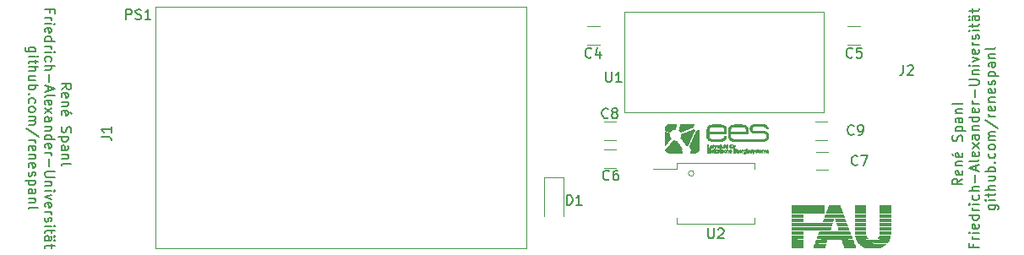
<source format=gto>
G04 #@! TF.GenerationSoftware,KiCad,Pcbnew,(5.1.6)-1*
G04 #@! TF.CreationDate,2020-11-26T12:48:09+01:00*
G04 #@! TF.ProjectId,IsolationBarrier,49736f6c-6174-4696-9f6e-426172726965,rev?*
G04 #@! TF.SameCoordinates,Original*
G04 #@! TF.FileFunction,Legend,Top*
G04 #@! TF.FilePolarity,Positive*
%FSLAX46Y46*%
G04 Gerber Fmt 4.6, Leading zero omitted, Abs format (unit mm)*
G04 Created by KiCad (PCBNEW (5.1.6)-1) date 2020-11-26 12:48:09*
%MOMM*%
%LPD*%
G01*
G04 APERTURE LIST*
%ADD10C,0.150000*%
%ADD11C,0.120000*%
%ADD12C,0.010000*%
G04 APERTURE END LIST*
D10*
X124047980Y-103791000D02*
X123571790Y-104124333D01*
X124047980Y-104362428D02*
X123047980Y-104362428D01*
X123047980Y-103981476D01*
X123095600Y-103886238D01*
X123143219Y-103838619D01*
X123238457Y-103791000D01*
X123381314Y-103791000D01*
X123476552Y-103838619D01*
X123524171Y-103886238D01*
X123571790Y-103981476D01*
X123571790Y-104362428D01*
X124000361Y-102981476D02*
X124047980Y-103076714D01*
X124047980Y-103267190D01*
X124000361Y-103362428D01*
X123905123Y-103410047D01*
X123524171Y-103410047D01*
X123428933Y-103362428D01*
X123381314Y-103267190D01*
X123381314Y-103076714D01*
X123428933Y-102981476D01*
X123524171Y-102933857D01*
X123619409Y-102933857D01*
X123714647Y-103410047D01*
X123381314Y-102505285D02*
X124047980Y-102505285D01*
X123476552Y-102505285D02*
X123428933Y-102457666D01*
X123381314Y-102362428D01*
X123381314Y-102219571D01*
X123428933Y-102124333D01*
X123524171Y-102076714D01*
X124047980Y-102076714D01*
X124000361Y-101219571D02*
X124047980Y-101314809D01*
X124047980Y-101505285D01*
X124000361Y-101600523D01*
X123905123Y-101648142D01*
X123524171Y-101648142D01*
X123428933Y-101600523D01*
X123381314Y-101505285D01*
X123381314Y-101314809D01*
X123428933Y-101219571D01*
X123524171Y-101171952D01*
X123619409Y-101171952D01*
X123714647Y-101648142D01*
X123000361Y-101314809D02*
X123143219Y-101457666D01*
X124000361Y-100029095D02*
X124047980Y-99886238D01*
X124047980Y-99648142D01*
X124000361Y-99552904D01*
X123952742Y-99505285D01*
X123857504Y-99457666D01*
X123762266Y-99457666D01*
X123667028Y-99505285D01*
X123619409Y-99552904D01*
X123571790Y-99648142D01*
X123524171Y-99838619D01*
X123476552Y-99933857D01*
X123428933Y-99981476D01*
X123333695Y-100029095D01*
X123238457Y-100029095D01*
X123143219Y-99981476D01*
X123095600Y-99933857D01*
X123047980Y-99838619D01*
X123047980Y-99600523D01*
X123095600Y-99457666D01*
X123381314Y-99029095D02*
X124381314Y-99029095D01*
X123428933Y-99029095D02*
X123381314Y-98933857D01*
X123381314Y-98743380D01*
X123428933Y-98648142D01*
X123476552Y-98600523D01*
X123571790Y-98552904D01*
X123857504Y-98552904D01*
X123952742Y-98600523D01*
X124000361Y-98648142D01*
X124047980Y-98743380D01*
X124047980Y-98933857D01*
X124000361Y-99029095D01*
X124047980Y-97695761D02*
X123524171Y-97695761D01*
X123428933Y-97743380D01*
X123381314Y-97838619D01*
X123381314Y-98029095D01*
X123428933Y-98124333D01*
X124000361Y-97695761D02*
X124047980Y-97791000D01*
X124047980Y-98029095D01*
X124000361Y-98124333D01*
X123905123Y-98171952D01*
X123809885Y-98171952D01*
X123714647Y-98124333D01*
X123667028Y-98029095D01*
X123667028Y-97791000D01*
X123619409Y-97695761D01*
X123381314Y-97219571D02*
X124047980Y-97219571D01*
X123476552Y-97219571D02*
X123428933Y-97171952D01*
X123381314Y-97076714D01*
X123381314Y-96933857D01*
X123428933Y-96838619D01*
X123524171Y-96791000D01*
X124047980Y-96791000D01*
X124047980Y-96171952D02*
X124000361Y-96267190D01*
X123905123Y-96314809D01*
X123047980Y-96314809D01*
X125174171Y-110362428D02*
X125174171Y-110695761D01*
X125697980Y-110695761D02*
X124697980Y-110695761D01*
X124697980Y-110219571D01*
X125697980Y-109838619D02*
X125031314Y-109838619D01*
X125221790Y-109838619D02*
X125126552Y-109791000D01*
X125078933Y-109743380D01*
X125031314Y-109648142D01*
X125031314Y-109552904D01*
X125697980Y-109219571D02*
X125031314Y-109219571D01*
X124697980Y-109219571D02*
X124745600Y-109267190D01*
X124793219Y-109219571D01*
X124745600Y-109171952D01*
X124697980Y-109219571D01*
X124793219Y-109219571D01*
X125650361Y-108362428D02*
X125697980Y-108457666D01*
X125697980Y-108648142D01*
X125650361Y-108743380D01*
X125555123Y-108791000D01*
X125174171Y-108791000D01*
X125078933Y-108743380D01*
X125031314Y-108648142D01*
X125031314Y-108457666D01*
X125078933Y-108362428D01*
X125174171Y-108314809D01*
X125269409Y-108314809D01*
X125364647Y-108791000D01*
X125697980Y-107457666D02*
X124697980Y-107457666D01*
X125650361Y-107457666D02*
X125697980Y-107552904D01*
X125697980Y-107743380D01*
X125650361Y-107838619D01*
X125602742Y-107886238D01*
X125507504Y-107933857D01*
X125221790Y-107933857D01*
X125126552Y-107886238D01*
X125078933Y-107838619D01*
X125031314Y-107743380D01*
X125031314Y-107552904D01*
X125078933Y-107457666D01*
X125697980Y-106981476D02*
X125031314Y-106981476D01*
X125221790Y-106981476D02*
X125126552Y-106933857D01*
X125078933Y-106886238D01*
X125031314Y-106791000D01*
X125031314Y-106695761D01*
X125697980Y-106362428D02*
X125031314Y-106362428D01*
X124697980Y-106362428D02*
X124745600Y-106410047D01*
X124793219Y-106362428D01*
X124745600Y-106314809D01*
X124697980Y-106362428D01*
X124793219Y-106362428D01*
X125650361Y-105457666D02*
X125697980Y-105552904D01*
X125697980Y-105743380D01*
X125650361Y-105838619D01*
X125602742Y-105886238D01*
X125507504Y-105933857D01*
X125221790Y-105933857D01*
X125126552Y-105886238D01*
X125078933Y-105838619D01*
X125031314Y-105743380D01*
X125031314Y-105552904D01*
X125078933Y-105457666D01*
X125697980Y-105029095D02*
X124697980Y-105029095D01*
X125697980Y-104600523D02*
X125174171Y-104600523D01*
X125078933Y-104648142D01*
X125031314Y-104743380D01*
X125031314Y-104886238D01*
X125078933Y-104981476D01*
X125126552Y-105029095D01*
X125317028Y-104124333D02*
X125317028Y-103362428D01*
X125412266Y-102933857D02*
X125412266Y-102457666D01*
X125697980Y-103029095D02*
X124697980Y-102695761D01*
X125697980Y-102362428D01*
X125697980Y-101886238D02*
X125650361Y-101981476D01*
X125555123Y-102029095D01*
X124697980Y-102029095D01*
X125650361Y-101124333D02*
X125697980Y-101219571D01*
X125697980Y-101410047D01*
X125650361Y-101505285D01*
X125555123Y-101552904D01*
X125174171Y-101552904D01*
X125078933Y-101505285D01*
X125031314Y-101410047D01*
X125031314Y-101219571D01*
X125078933Y-101124333D01*
X125174171Y-101076714D01*
X125269409Y-101076714D01*
X125364647Y-101552904D01*
X125697980Y-100743380D02*
X125031314Y-100219571D01*
X125031314Y-100743380D02*
X125697980Y-100219571D01*
X125697980Y-99410047D02*
X125174171Y-99410047D01*
X125078933Y-99457666D01*
X125031314Y-99552904D01*
X125031314Y-99743380D01*
X125078933Y-99838619D01*
X125650361Y-99410047D02*
X125697980Y-99505285D01*
X125697980Y-99743380D01*
X125650361Y-99838619D01*
X125555123Y-99886238D01*
X125459885Y-99886238D01*
X125364647Y-99838619D01*
X125317028Y-99743380D01*
X125317028Y-99505285D01*
X125269409Y-99410047D01*
X125031314Y-98933857D02*
X125697980Y-98933857D01*
X125126552Y-98933857D02*
X125078933Y-98886238D01*
X125031314Y-98791000D01*
X125031314Y-98648142D01*
X125078933Y-98552904D01*
X125174171Y-98505285D01*
X125697980Y-98505285D01*
X125697980Y-97600523D02*
X124697980Y-97600523D01*
X125650361Y-97600523D02*
X125697980Y-97695761D01*
X125697980Y-97886238D01*
X125650361Y-97981476D01*
X125602742Y-98029095D01*
X125507504Y-98076714D01*
X125221790Y-98076714D01*
X125126552Y-98029095D01*
X125078933Y-97981476D01*
X125031314Y-97886238D01*
X125031314Y-97695761D01*
X125078933Y-97600523D01*
X125650361Y-96743380D02*
X125697980Y-96838619D01*
X125697980Y-97029095D01*
X125650361Y-97124333D01*
X125555123Y-97171952D01*
X125174171Y-97171952D01*
X125078933Y-97124333D01*
X125031314Y-97029095D01*
X125031314Y-96838619D01*
X125078933Y-96743380D01*
X125174171Y-96695761D01*
X125269409Y-96695761D01*
X125364647Y-97171952D01*
X125697980Y-96267190D02*
X125031314Y-96267190D01*
X125221790Y-96267190D02*
X125126552Y-96219571D01*
X125078933Y-96171952D01*
X125031314Y-96076714D01*
X125031314Y-95981476D01*
X125317028Y-95648142D02*
X125317028Y-94886238D01*
X124697980Y-94410047D02*
X125507504Y-94410047D01*
X125602742Y-94362428D01*
X125650361Y-94314809D01*
X125697980Y-94219571D01*
X125697980Y-94029095D01*
X125650361Y-93933857D01*
X125602742Y-93886238D01*
X125507504Y-93838619D01*
X124697980Y-93838619D01*
X125031314Y-93362428D02*
X125697980Y-93362428D01*
X125126552Y-93362428D02*
X125078933Y-93314809D01*
X125031314Y-93219571D01*
X125031314Y-93076714D01*
X125078933Y-92981476D01*
X125174171Y-92933857D01*
X125697980Y-92933857D01*
X125697980Y-92457666D02*
X125031314Y-92457666D01*
X124697980Y-92457666D02*
X124745600Y-92505285D01*
X124793219Y-92457666D01*
X124745600Y-92410047D01*
X124697980Y-92457666D01*
X124793219Y-92457666D01*
X125031314Y-92076714D02*
X125697980Y-91838619D01*
X125031314Y-91600523D01*
X125650361Y-90838619D02*
X125697980Y-90933857D01*
X125697980Y-91124333D01*
X125650361Y-91219571D01*
X125555123Y-91267190D01*
X125174171Y-91267190D01*
X125078933Y-91219571D01*
X125031314Y-91124333D01*
X125031314Y-90933857D01*
X125078933Y-90838619D01*
X125174171Y-90791000D01*
X125269409Y-90791000D01*
X125364647Y-91267190D01*
X125697980Y-90362428D02*
X125031314Y-90362428D01*
X125221790Y-90362428D02*
X125126552Y-90314809D01*
X125078933Y-90267190D01*
X125031314Y-90171952D01*
X125031314Y-90076714D01*
X125650361Y-89791000D02*
X125697980Y-89695761D01*
X125697980Y-89505285D01*
X125650361Y-89410047D01*
X125555123Y-89362428D01*
X125507504Y-89362428D01*
X125412266Y-89410047D01*
X125364647Y-89505285D01*
X125364647Y-89648142D01*
X125317028Y-89743380D01*
X125221790Y-89791000D01*
X125174171Y-89791000D01*
X125078933Y-89743380D01*
X125031314Y-89648142D01*
X125031314Y-89505285D01*
X125078933Y-89410047D01*
X125697980Y-88933857D02*
X125031314Y-88933857D01*
X124697980Y-88933857D02*
X124745600Y-88981476D01*
X124793219Y-88933857D01*
X124745600Y-88886238D01*
X124697980Y-88933857D01*
X124793219Y-88933857D01*
X125031314Y-88600523D02*
X125031314Y-88219571D01*
X124697980Y-88457666D02*
X125555123Y-88457666D01*
X125650361Y-88410047D01*
X125697980Y-88314809D01*
X125697980Y-88219571D01*
X125697980Y-87457666D02*
X125174171Y-87457666D01*
X125078933Y-87505285D01*
X125031314Y-87600523D01*
X125031314Y-87791000D01*
X125078933Y-87886238D01*
X125650361Y-87457666D02*
X125697980Y-87552904D01*
X125697980Y-87791000D01*
X125650361Y-87886238D01*
X125555123Y-87933857D01*
X125459885Y-87933857D01*
X125364647Y-87886238D01*
X125317028Y-87791000D01*
X125317028Y-87552904D01*
X125269409Y-87457666D01*
X124697980Y-87886238D02*
X124745600Y-87838619D01*
X124793219Y-87886238D01*
X124745600Y-87933857D01*
X124697980Y-87886238D01*
X124793219Y-87886238D01*
X124697980Y-87505285D02*
X124745600Y-87457666D01*
X124793219Y-87505285D01*
X124745600Y-87552904D01*
X124697980Y-87505285D01*
X124793219Y-87505285D01*
X125031314Y-87124333D02*
X125031314Y-86743380D01*
X124697980Y-86981476D02*
X125555123Y-86981476D01*
X125650361Y-86933857D01*
X125697980Y-86838619D01*
X125697980Y-86743380D01*
X126681314Y-106410047D02*
X127490838Y-106410047D01*
X127586076Y-106457666D01*
X127633695Y-106505285D01*
X127681314Y-106600523D01*
X127681314Y-106743380D01*
X127633695Y-106838619D01*
X127300361Y-106410047D02*
X127347980Y-106505285D01*
X127347980Y-106695761D01*
X127300361Y-106791000D01*
X127252742Y-106838619D01*
X127157504Y-106886238D01*
X126871790Y-106886238D01*
X126776552Y-106838619D01*
X126728933Y-106791000D01*
X126681314Y-106695761D01*
X126681314Y-106505285D01*
X126728933Y-106410047D01*
X127347980Y-105933857D02*
X126681314Y-105933857D01*
X126347980Y-105933857D02*
X126395600Y-105981476D01*
X126443219Y-105933857D01*
X126395600Y-105886238D01*
X126347980Y-105933857D01*
X126443219Y-105933857D01*
X126681314Y-105600523D02*
X126681314Y-105219571D01*
X126347980Y-105457666D02*
X127205123Y-105457666D01*
X127300361Y-105410047D01*
X127347980Y-105314809D01*
X127347980Y-105219571D01*
X127347980Y-104886238D02*
X126347980Y-104886238D01*
X127347980Y-104457666D02*
X126824171Y-104457666D01*
X126728933Y-104505285D01*
X126681314Y-104600523D01*
X126681314Y-104743380D01*
X126728933Y-104838619D01*
X126776552Y-104886238D01*
X126681314Y-103552904D02*
X127347980Y-103552904D01*
X126681314Y-103981476D02*
X127205123Y-103981476D01*
X127300361Y-103933857D01*
X127347980Y-103838619D01*
X127347980Y-103695761D01*
X127300361Y-103600523D01*
X127252742Y-103552904D01*
X127347980Y-103076714D02*
X126347980Y-103076714D01*
X126728933Y-103076714D02*
X126681314Y-102981476D01*
X126681314Y-102791000D01*
X126728933Y-102695761D01*
X126776552Y-102648142D01*
X126871790Y-102600523D01*
X127157504Y-102600523D01*
X127252742Y-102648142D01*
X127300361Y-102695761D01*
X127347980Y-102791000D01*
X127347980Y-102981476D01*
X127300361Y-103076714D01*
X127252742Y-102171952D02*
X127300361Y-102124333D01*
X127347980Y-102171952D01*
X127300361Y-102219571D01*
X127252742Y-102171952D01*
X127347980Y-102171952D01*
X127300361Y-101267190D02*
X127347980Y-101362428D01*
X127347980Y-101552904D01*
X127300361Y-101648142D01*
X127252742Y-101695761D01*
X127157504Y-101743380D01*
X126871790Y-101743380D01*
X126776552Y-101695761D01*
X126728933Y-101648142D01*
X126681314Y-101552904D01*
X126681314Y-101362428D01*
X126728933Y-101267190D01*
X127347980Y-100695761D02*
X127300361Y-100791000D01*
X127252742Y-100838619D01*
X127157504Y-100886238D01*
X126871790Y-100886238D01*
X126776552Y-100838619D01*
X126728933Y-100791000D01*
X126681314Y-100695761D01*
X126681314Y-100552904D01*
X126728933Y-100457666D01*
X126776552Y-100410047D01*
X126871790Y-100362428D01*
X127157504Y-100362428D01*
X127252742Y-100410047D01*
X127300361Y-100457666D01*
X127347980Y-100552904D01*
X127347980Y-100695761D01*
X127347980Y-99933857D02*
X126681314Y-99933857D01*
X126776552Y-99933857D02*
X126728933Y-99886238D01*
X126681314Y-99791000D01*
X126681314Y-99648142D01*
X126728933Y-99552904D01*
X126824171Y-99505285D01*
X127347980Y-99505285D01*
X126824171Y-99505285D02*
X126728933Y-99457666D01*
X126681314Y-99362428D01*
X126681314Y-99219571D01*
X126728933Y-99124333D01*
X126824171Y-99076714D01*
X127347980Y-99076714D01*
X126300361Y-97886238D02*
X127586076Y-98743380D01*
X127347980Y-97552904D02*
X126681314Y-97552904D01*
X126871790Y-97552904D02*
X126776552Y-97505285D01*
X126728933Y-97457666D01*
X126681314Y-97362428D01*
X126681314Y-97267190D01*
X127300361Y-96552904D02*
X127347980Y-96648142D01*
X127347980Y-96838619D01*
X127300361Y-96933857D01*
X127205123Y-96981476D01*
X126824171Y-96981476D01*
X126728933Y-96933857D01*
X126681314Y-96838619D01*
X126681314Y-96648142D01*
X126728933Y-96552904D01*
X126824171Y-96505285D01*
X126919409Y-96505285D01*
X127014647Y-96981476D01*
X126681314Y-96076714D02*
X127347980Y-96076714D01*
X126776552Y-96076714D02*
X126728933Y-96029095D01*
X126681314Y-95933857D01*
X126681314Y-95791000D01*
X126728933Y-95695761D01*
X126824171Y-95648142D01*
X127347980Y-95648142D01*
X127300361Y-94791000D02*
X127347980Y-94886238D01*
X127347980Y-95076714D01*
X127300361Y-95171952D01*
X127205123Y-95219571D01*
X126824171Y-95219571D01*
X126728933Y-95171952D01*
X126681314Y-95076714D01*
X126681314Y-94886238D01*
X126728933Y-94791000D01*
X126824171Y-94743380D01*
X126919409Y-94743380D01*
X127014647Y-95219571D01*
X127300361Y-94362428D02*
X127347980Y-94267190D01*
X127347980Y-94076714D01*
X127300361Y-93981476D01*
X127205123Y-93933857D01*
X127157504Y-93933857D01*
X127062266Y-93981476D01*
X127014647Y-94076714D01*
X127014647Y-94219571D01*
X126967028Y-94314809D01*
X126871790Y-94362428D01*
X126824171Y-94362428D01*
X126728933Y-94314809D01*
X126681314Y-94219571D01*
X126681314Y-94076714D01*
X126728933Y-93981476D01*
X126681314Y-93505285D02*
X127681314Y-93505285D01*
X126728933Y-93505285D02*
X126681314Y-93410047D01*
X126681314Y-93219571D01*
X126728933Y-93124333D01*
X126776552Y-93076714D01*
X126871790Y-93029095D01*
X127157504Y-93029095D01*
X127252742Y-93076714D01*
X127300361Y-93124333D01*
X127347980Y-93219571D01*
X127347980Y-93410047D01*
X127300361Y-93505285D01*
X127347980Y-92171952D02*
X126824171Y-92171952D01*
X126728933Y-92219571D01*
X126681314Y-92314809D01*
X126681314Y-92505285D01*
X126728933Y-92600523D01*
X127300361Y-92171952D02*
X127347980Y-92267190D01*
X127347980Y-92505285D01*
X127300361Y-92600523D01*
X127205123Y-92648142D01*
X127109885Y-92648142D01*
X127014647Y-92600523D01*
X126967028Y-92505285D01*
X126967028Y-92267190D01*
X126919409Y-92171952D01*
X126681314Y-91695761D02*
X127347980Y-91695761D01*
X126776552Y-91695761D02*
X126728933Y-91648142D01*
X126681314Y-91552904D01*
X126681314Y-91410047D01*
X126728933Y-91314809D01*
X126824171Y-91267190D01*
X127347980Y-91267190D01*
X127347980Y-90648142D02*
X127300361Y-90743380D01*
X127205123Y-90791000D01*
X126347980Y-90791000D01*
X33758619Y-94819557D02*
X34234809Y-94486223D01*
X33758619Y-94248128D02*
X34758619Y-94248128D01*
X34758619Y-94629080D01*
X34711000Y-94724319D01*
X34663380Y-94771938D01*
X34568142Y-94819557D01*
X34425285Y-94819557D01*
X34330047Y-94771938D01*
X34282428Y-94724319D01*
X34234809Y-94629080D01*
X34234809Y-94248128D01*
X33806238Y-95629080D02*
X33758619Y-95533842D01*
X33758619Y-95343366D01*
X33806238Y-95248128D01*
X33901476Y-95200509D01*
X34282428Y-95200509D01*
X34377666Y-95248128D01*
X34425285Y-95343366D01*
X34425285Y-95533842D01*
X34377666Y-95629080D01*
X34282428Y-95676700D01*
X34187190Y-95676700D01*
X34091952Y-95200509D01*
X34425285Y-96105271D02*
X33758619Y-96105271D01*
X34330047Y-96105271D02*
X34377666Y-96152890D01*
X34425285Y-96248128D01*
X34425285Y-96390985D01*
X34377666Y-96486223D01*
X34282428Y-96533842D01*
X33758619Y-96533842D01*
X33806238Y-97390985D02*
X33758619Y-97295747D01*
X33758619Y-97105271D01*
X33806238Y-97010033D01*
X33901476Y-96962414D01*
X34282428Y-96962414D01*
X34377666Y-97010033D01*
X34425285Y-97105271D01*
X34425285Y-97295747D01*
X34377666Y-97390985D01*
X34282428Y-97438604D01*
X34187190Y-97438604D01*
X34091952Y-96962414D01*
X34806238Y-97295747D02*
X34663380Y-97152890D01*
X33806238Y-98581461D02*
X33758619Y-98724319D01*
X33758619Y-98962414D01*
X33806238Y-99057652D01*
X33853857Y-99105271D01*
X33949095Y-99152890D01*
X34044333Y-99152890D01*
X34139571Y-99105271D01*
X34187190Y-99057652D01*
X34234809Y-98962414D01*
X34282428Y-98771938D01*
X34330047Y-98676700D01*
X34377666Y-98629080D01*
X34472904Y-98581461D01*
X34568142Y-98581461D01*
X34663380Y-98629080D01*
X34711000Y-98676700D01*
X34758619Y-98771938D01*
X34758619Y-99010033D01*
X34711000Y-99152890D01*
X34425285Y-99581461D02*
X33425285Y-99581461D01*
X34377666Y-99581461D02*
X34425285Y-99676700D01*
X34425285Y-99867176D01*
X34377666Y-99962414D01*
X34330047Y-100010033D01*
X34234809Y-100057652D01*
X33949095Y-100057652D01*
X33853857Y-100010033D01*
X33806238Y-99962414D01*
X33758619Y-99867176D01*
X33758619Y-99676700D01*
X33806238Y-99581461D01*
X33758619Y-100914795D02*
X34282428Y-100914795D01*
X34377666Y-100867176D01*
X34425285Y-100771938D01*
X34425285Y-100581461D01*
X34377666Y-100486223D01*
X33806238Y-100914795D02*
X33758619Y-100819557D01*
X33758619Y-100581461D01*
X33806238Y-100486223D01*
X33901476Y-100438604D01*
X33996714Y-100438604D01*
X34091952Y-100486223D01*
X34139571Y-100581461D01*
X34139571Y-100819557D01*
X34187190Y-100914795D01*
X34425285Y-101390985D02*
X33758619Y-101390985D01*
X34330047Y-101390985D02*
X34377666Y-101438604D01*
X34425285Y-101533842D01*
X34425285Y-101676700D01*
X34377666Y-101771938D01*
X34282428Y-101819557D01*
X33758619Y-101819557D01*
X33758619Y-102438604D02*
X33806238Y-102343366D01*
X33901476Y-102295747D01*
X34758619Y-102295747D01*
X32632428Y-87105271D02*
X32632428Y-86771938D01*
X32108619Y-86771938D02*
X33108619Y-86771938D01*
X33108619Y-87248128D01*
X32108619Y-87629080D02*
X32775285Y-87629080D01*
X32584809Y-87629080D02*
X32680047Y-87676700D01*
X32727666Y-87724319D01*
X32775285Y-87819557D01*
X32775285Y-87914795D01*
X32108619Y-88248128D02*
X32775285Y-88248128D01*
X33108619Y-88248128D02*
X33061000Y-88200509D01*
X33013380Y-88248128D01*
X33061000Y-88295747D01*
X33108619Y-88248128D01*
X33013380Y-88248128D01*
X32156238Y-89105271D02*
X32108619Y-89010033D01*
X32108619Y-88819557D01*
X32156238Y-88724319D01*
X32251476Y-88676700D01*
X32632428Y-88676700D01*
X32727666Y-88724319D01*
X32775285Y-88819557D01*
X32775285Y-89010033D01*
X32727666Y-89105271D01*
X32632428Y-89152890D01*
X32537190Y-89152890D01*
X32441952Y-88676700D01*
X32108619Y-90010033D02*
X33108619Y-90010033D01*
X32156238Y-90010033D02*
X32108619Y-89914795D01*
X32108619Y-89724319D01*
X32156238Y-89629080D01*
X32203857Y-89581461D01*
X32299095Y-89533842D01*
X32584809Y-89533842D01*
X32680047Y-89581461D01*
X32727666Y-89629080D01*
X32775285Y-89724319D01*
X32775285Y-89914795D01*
X32727666Y-90010033D01*
X32108619Y-90486223D02*
X32775285Y-90486223D01*
X32584809Y-90486223D02*
X32680047Y-90533842D01*
X32727666Y-90581461D01*
X32775285Y-90676700D01*
X32775285Y-90771938D01*
X32108619Y-91105271D02*
X32775285Y-91105271D01*
X33108619Y-91105271D02*
X33061000Y-91057652D01*
X33013380Y-91105271D01*
X33061000Y-91152890D01*
X33108619Y-91105271D01*
X33013380Y-91105271D01*
X32156238Y-92010033D02*
X32108619Y-91914795D01*
X32108619Y-91724319D01*
X32156238Y-91629080D01*
X32203857Y-91581461D01*
X32299095Y-91533842D01*
X32584809Y-91533842D01*
X32680047Y-91581461D01*
X32727666Y-91629080D01*
X32775285Y-91724319D01*
X32775285Y-91914795D01*
X32727666Y-92010033D01*
X32108619Y-92438604D02*
X33108619Y-92438604D01*
X32108619Y-92867176D02*
X32632428Y-92867176D01*
X32727666Y-92819557D01*
X32775285Y-92724319D01*
X32775285Y-92581461D01*
X32727666Y-92486223D01*
X32680047Y-92438604D01*
X32489571Y-93343366D02*
X32489571Y-94105271D01*
X32394333Y-94533842D02*
X32394333Y-95010033D01*
X32108619Y-94438604D02*
X33108619Y-94771938D01*
X32108619Y-95105271D01*
X32108619Y-95581461D02*
X32156238Y-95486223D01*
X32251476Y-95438604D01*
X33108619Y-95438604D01*
X32156238Y-96343366D02*
X32108619Y-96248128D01*
X32108619Y-96057652D01*
X32156238Y-95962414D01*
X32251476Y-95914795D01*
X32632428Y-95914795D01*
X32727666Y-95962414D01*
X32775285Y-96057652D01*
X32775285Y-96248128D01*
X32727666Y-96343366D01*
X32632428Y-96390985D01*
X32537190Y-96390985D01*
X32441952Y-95914795D01*
X32108619Y-96724319D02*
X32775285Y-97248128D01*
X32775285Y-96724319D02*
X32108619Y-97248128D01*
X32108619Y-98057652D02*
X32632428Y-98057652D01*
X32727666Y-98010033D01*
X32775285Y-97914795D01*
X32775285Y-97724319D01*
X32727666Y-97629080D01*
X32156238Y-98057652D02*
X32108619Y-97962414D01*
X32108619Y-97724319D01*
X32156238Y-97629080D01*
X32251476Y-97581461D01*
X32346714Y-97581461D01*
X32441952Y-97629080D01*
X32489571Y-97724319D01*
X32489571Y-97962414D01*
X32537190Y-98057652D01*
X32775285Y-98533842D02*
X32108619Y-98533842D01*
X32680047Y-98533842D02*
X32727666Y-98581461D01*
X32775285Y-98676700D01*
X32775285Y-98819557D01*
X32727666Y-98914795D01*
X32632428Y-98962414D01*
X32108619Y-98962414D01*
X32108619Y-99867176D02*
X33108619Y-99867176D01*
X32156238Y-99867176D02*
X32108619Y-99771938D01*
X32108619Y-99581461D01*
X32156238Y-99486223D01*
X32203857Y-99438604D01*
X32299095Y-99390985D01*
X32584809Y-99390985D01*
X32680047Y-99438604D01*
X32727666Y-99486223D01*
X32775285Y-99581461D01*
X32775285Y-99771938D01*
X32727666Y-99867176D01*
X32156238Y-100724319D02*
X32108619Y-100629080D01*
X32108619Y-100438604D01*
X32156238Y-100343366D01*
X32251476Y-100295747D01*
X32632428Y-100295747D01*
X32727666Y-100343366D01*
X32775285Y-100438604D01*
X32775285Y-100629080D01*
X32727666Y-100724319D01*
X32632428Y-100771938D01*
X32537190Y-100771938D01*
X32441952Y-100295747D01*
X32108619Y-101200509D02*
X32775285Y-101200509D01*
X32584809Y-101200509D02*
X32680047Y-101248128D01*
X32727666Y-101295747D01*
X32775285Y-101390985D01*
X32775285Y-101486223D01*
X32489571Y-101819557D02*
X32489571Y-102581461D01*
X33108619Y-103057652D02*
X32299095Y-103057652D01*
X32203857Y-103105271D01*
X32156238Y-103152890D01*
X32108619Y-103248128D01*
X32108619Y-103438604D01*
X32156238Y-103533842D01*
X32203857Y-103581461D01*
X32299095Y-103629080D01*
X33108619Y-103629080D01*
X32775285Y-104105271D02*
X32108619Y-104105271D01*
X32680047Y-104105271D02*
X32727666Y-104152890D01*
X32775285Y-104248128D01*
X32775285Y-104390985D01*
X32727666Y-104486223D01*
X32632428Y-104533842D01*
X32108619Y-104533842D01*
X32108619Y-105010033D02*
X32775285Y-105010033D01*
X33108619Y-105010033D02*
X33061000Y-104962414D01*
X33013380Y-105010033D01*
X33061000Y-105057652D01*
X33108619Y-105010033D01*
X33013380Y-105010033D01*
X32775285Y-105390985D02*
X32108619Y-105629080D01*
X32775285Y-105867176D01*
X32156238Y-106629080D02*
X32108619Y-106533842D01*
X32108619Y-106343366D01*
X32156238Y-106248128D01*
X32251476Y-106200509D01*
X32632428Y-106200509D01*
X32727666Y-106248128D01*
X32775285Y-106343366D01*
X32775285Y-106533842D01*
X32727666Y-106629080D01*
X32632428Y-106676700D01*
X32537190Y-106676700D01*
X32441952Y-106200509D01*
X32108619Y-107105271D02*
X32775285Y-107105271D01*
X32584809Y-107105271D02*
X32680047Y-107152890D01*
X32727666Y-107200509D01*
X32775285Y-107295747D01*
X32775285Y-107390985D01*
X32156238Y-107676700D02*
X32108619Y-107771938D01*
X32108619Y-107962414D01*
X32156238Y-108057652D01*
X32251476Y-108105271D01*
X32299095Y-108105271D01*
X32394333Y-108057652D01*
X32441952Y-107962414D01*
X32441952Y-107819557D01*
X32489571Y-107724319D01*
X32584809Y-107676700D01*
X32632428Y-107676700D01*
X32727666Y-107724319D01*
X32775285Y-107819557D01*
X32775285Y-107962414D01*
X32727666Y-108057652D01*
X32108619Y-108533842D02*
X32775285Y-108533842D01*
X33108619Y-108533842D02*
X33061000Y-108486223D01*
X33013380Y-108533842D01*
X33061000Y-108581461D01*
X33108619Y-108533842D01*
X33013380Y-108533842D01*
X32775285Y-108867176D02*
X32775285Y-109248128D01*
X33108619Y-109010033D02*
X32251476Y-109010033D01*
X32156238Y-109057652D01*
X32108619Y-109152890D01*
X32108619Y-109248128D01*
X32108619Y-110010033D02*
X32632428Y-110010033D01*
X32727666Y-109962414D01*
X32775285Y-109867176D01*
X32775285Y-109676700D01*
X32727666Y-109581461D01*
X32156238Y-110010033D02*
X32108619Y-109914795D01*
X32108619Y-109676700D01*
X32156238Y-109581461D01*
X32251476Y-109533842D01*
X32346714Y-109533842D01*
X32441952Y-109581461D01*
X32489571Y-109676700D01*
X32489571Y-109914795D01*
X32537190Y-110010033D01*
X33108619Y-109581461D02*
X33060999Y-109629080D01*
X33013380Y-109581461D01*
X33060999Y-109533842D01*
X33108619Y-109581461D01*
X33013380Y-109581461D01*
X33108619Y-109962414D02*
X33060999Y-110010033D01*
X33013380Y-109962414D01*
X33060999Y-109914795D01*
X33108619Y-109962414D01*
X33013380Y-109962414D01*
X32775285Y-110343366D02*
X32775285Y-110724319D01*
X33108619Y-110486223D02*
X32251476Y-110486223D01*
X32156238Y-110533842D01*
X32108619Y-110629080D01*
X32108619Y-110724319D01*
X31125285Y-91057652D02*
X30315761Y-91057652D01*
X30220523Y-91010033D01*
X30172904Y-90962414D01*
X30125285Y-90867176D01*
X30125285Y-90724319D01*
X30172904Y-90629080D01*
X30506238Y-91057652D02*
X30458619Y-90962414D01*
X30458619Y-90771938D01*
X30506238Y-90676700D01*
X30553857Y-90629080D01*
X30649095Y-90581461D01*
X30934809Y-90581461D01*
X31030047Y-90629080D01*
X31077666Y-90676700D01*
X31125285Y-90771938D01*
X31125285Y-90962414D01*
X31077666Y-91057652D01*
X30458619Y-91533842D02*
X31125285Y-91533842D01*
X31458619Y-91533842D02*
X31411000Y-91486223D01*
X31363380Y-91533842D01*
X31411000Y-91581461D01*
X31458619Y-91533842D01*
X31363380Y-91533842D01*
X31125285Y-91867176D02*
X31125285Y-92248128D01*
X31458619Y-92010033D02*
X30601476Y-92010033D01*
X30506238Y-92057652D01*
X30458619Y-92152890D01*
X30458619Y-92248128D01*
X30458619Y-92581461D02*
X31458619Y-92581461D01*
X30458619Y-93010033D02*
X30982428Y-93010033D01*
X31077666Y-92962414D01*
X31125285Y-92867176D01*
X31125285Y-92724319D01*
X31077666Y-92629080D01*
X31030047Y-92581461D01*
X31125285Y-93914795D02*
X30458619Y-93914795D01*
X31125285Y-93486223D02*
X30601476Y-93486223D01*
X30506238Y-93533842D01*
X30458619Y-93629080D01*
X30458619Y-93771938D01*
X30506238Y-93867176D01*
X30553857Y-93914795D01*
X30458619Y-94390985D02*
X31458619Y-94390985D01*
X31077666Y-94390985D02*
X31125285Y-94486223D01*
X31125285Y-94676700D01*
X31077666Y-94771938D01*
X31030047Y-94819557D01*
X30934809Y-94867176D01*
X30649095Y-94867176D01*
X30553857Y-94819557D01*
X30506238Y-94771938D01*
X30458619Y-94676700D01*
X30458619Y-94486223D01*
X30506238Y-94390985D01*
X30553857Y-95295747D02*
X30506238Y-95343366D01*
X30458619Y-95295747D01*
X30506238Y-95248128D01*
X30553857Y-95295747D01*
X30458619Y-95295747D01*
X30506238Y-96200509D02*
X30458619Y-96105271D01*
X30458619Y-95914795D01*
X30506238Y-95819557D01*
X30553857Y-95771938D01*
X30649095Y-95724319D01*
X30934809Y-95724319D01*
X31030047Y-95771938D01*
X31077666Y-95819557D01*
X31125285Y-95914795D01*
X31125285Y-96105271D01*
X31077666Y-96200509D01*
X30458619Y-96771938D02*
X30506238Y-96676700D01*
X30553857Y-96629080D01*
X30649095Y-96581461D01*
X30934809Y-96581461D01*
X31030047Y-96629080D01*
X31077666Y-96676700D01*
X31125285Y-96771938D01*
X31125285Y-96914795D01*
X31077666Y-97010033D01*
X31030047Y-97057652D01*
X30934809Y-97105271D01*
X30649095Y-97105271D01*
X30553857Y-97057652D01*
X30506238Y-97010033D01*
X30458619Y-96914795D01*
X30458619Y-96771938D01*
X30458619Y-97533842D02*
X31125285Y-97533842D01*
X31030047Y-97533842D02*
X31077666Y-97581461D01*
X31125285Y-97676700D01*
X31125285Y-97819557D01*
X31077666Y-97914795D01*
X30982428Y-97962414D01*
X30458619Y-97962414D01*
X30982428Y-97962414D02*
X31077666Y-98010033D01*
X31125285Y-98105271D01*
X31125285Y-98248128D01*
X31077666Y-98343366D01*
X30982428Y-98390985D01*
X30458619Y-98390985D01*
X31506238Y-99581461D02*
X30220523Y-98724319D01*
X30458619Y-99914795D02*
X31125285Y-99914795D01*
X30934809Y-99914795D02*
X31030047Y-99962414D01*
X31077666Y-100010033D01*
X31125285Y-100105271D01*
X31125285Y-100200509D01*
X30506238Y-100914795D02*
X30458619Y-100819557D01*
X30458619Y-100629080D01*
X30506238Y-100533842D01*
X30601476Y-100486223D01*
X30982428Y-100486223D01*
X31077666Y-100533842D01*
X31125285Y-100629080D01*
X31125285Y-100819557D01*
X31077666Y-100914795D01*
X30982428Y-100962414D01*
X30887190Y-100962414D01*
X30791952Y-100486223D01*
X31125285Y-101390985D02*
X30458619Y-101390985D01*
X31030047Y-101390985D02*
X31077666Y-101438604D01*
X31125285Y-101533842D01*
X31125285Y-101676700D01*
X31077666Y-101771938D01*
X30982428Y-101819557D01*
X30458619Y-101819557D01*
X30506238Y-102676700D02*
X30458619Y-102581461D01*
X30458619Y-102390985D01*
X30506238Y-102295747D01*
X30601476Y-102248128D01*
X30982428Y-102248128D01*
X31077666Y-102295747D01*
X31125285Y-102390985D01*
X31125285Y-102581461D01*
X31077666Y-102676700D01*
X30982428Y-102724319D01*
X30887190Y-102724319D01*
X30791952Y-102248128D01*
X30506238Y-103105271D02*
X30458619Y-103200509D01*
X30458619Y-103390985D01*
X30506238Y-103486223D01*
X30601476Y-103533842D01*
X30649095Y-103533842D01*
X30744333Y-103486223D01*
X30791952Y-103390985D01*
X30791952Y-103248128D01*
X30839571Y-103152890D01*
X30934809Y-103105271D01*
X30982428Y-103105271D01*
X31077666Y-103152890D01*
X31125285Y-103248128D01*
X31125285Y-103390985D01*
X31077666Y-103486223D01*
X31125285Y-103962414D02*
X30125285Y-103962414D01*
X31077666Y-103962414D02*
X31125285Y-104057652D01*
X31125285Y-104248128D01*
X31077666Y-104343366D01*
X31030047Y-104390985D01*
X30934809Y-104438604D01*
X30649095Y-104438604D01*
X30553857Y-104390985D01*
X30506238Y-104343366D01*
X30458619Y-104248128D01*
X30458619Y-104057652D01*
X30506238Y-103962414D01*
X30458619Y-105295747D02*
X30982428Y-105295747D01*
X31077666Y-105248128D01*
X31125285Y-105152890D01*
X31125285Y-104962414D01*
X31077666Y-104867176D01*
X30506238Y-105295747D02*
X30458619Y-105200509D01*
X30458619Y-104962414D01*
X30506238Y-104867176D01*
X30601476Y-104819557D01*
X30696714Y-104819557D01*
X30791952Y-104867176D01*
X30839571Y-104962414D01*
X30839571Y-105200509D01*
X30887190Y-105295747D01*
X31125285Y-105771938D02*
X30458619Y-105771938D01*
X31030047Y-105771938D02*
X31077666Y-105819557D01*
X31125285Y-105914795D01*
X31125285Y-106057652D01*
X31077666Y-106152890D01*
X30982428Y-106200509D01*
X30458619Y-106200509D01*
X30458619Y-106819557D02*
X30506238Y-106724319D01*
X30601476Y-106676700D01*
X31458619Y-106676700D01*
D11*
X97143862Y-103256080D02*
G75*
G03*
X97143862Y-103256080I-273342J0D01*
G01*
D12*
G36*
X102234001Y-100900646D02*
G01*
X102258338Y-100911568D01*
X102258766Y-100911900D01*
X102272445Y-100921906D01*
X102280473Y-100926396D01*
X102280669Y-100926414D01*
X102285027Y-100920419D01*
X102287917Y-100911900D01*
X102297643Y-100899614D01*
X102306906Y-100897385D01*
X102312150Y-100897852D01*
X102316024Y-100900526D01*
X102318733Y-100907314D01*
X102320487Y-100920127D01*
X102321491Y-100940872D01*
X102321955Y-100971458D01*
X102322084Y-101013795D01*
X102322088Y-101037085D01*
X102321752Y-101092342D01*
X102320444Y-101135184D01*
X102317701Y-101167701D01*
X102313060Y-101191986D01*
X102306055Y-101210129D01*
X102296225Y-101224219D01*
X102283104Y-101236349D01*
X102276840Y-101241113D01*
X102250716Y-101252991D01*
X102216968Y-101258432D01*
X102181102Y-101257191D01*
X102148623Y-101249019D01*
X102144152Y-101247072D01*
X102122877Y-101232784D01*
X102105999Y-101213811D01*
X102097486Y-101194888D01*
X102097128Y-101190958D01*
X102102566Y-101186634D01*
X102115780Y-101188437D01*
X102132124Y-101194991D01*
X102146950Y-101204920D01*
X102148213Y-101206086D01*
X102175342Y-101223076D01*
X102207239Y-101229529D01*
X102236825Y-101224724D01*
X102258554Y-101209391D01*
X102275440Y-101184339D01*
X102284772Y-101154206D01*
X102285787Y-101140956D01*
X102285814Y-101112384D01*
X102264382Y-101132917D01*
X102235676Y-101151176D01*
X102202324Y-101158030D01*
X102168856Y-101153087D01*
X102148595Y-101142961D01*
X102119761Y-101119029D01*
X102102124Y-101092638D01*
X102093170Y-101059267D01*
X102091243Y-101039821D01*
X102091611Y-101031661D01*
X102130475Y-101031661D01*
X102137065Y-101067369D01*
X102145336Y-101087525D01*
X102160494Y-101108405D01*
X102181747Y-101119255D01*
X102208517Y-101122136D01*
X102231196Y-101119250D01*
X102249400Y-101107903D01*
X102257110Y-101100238D01*
X102274191Y-101073006D01*
X102282973Y-101039685D01*
X102283446Y-101004661D01*
X102275604Y-100972320D01*
X102259435Y-100947047D01*
X102257411Y-100945123D01*
X102240982Y-100935781D01*
X102218720Y-100929225D01*
X102214835Y-100928610D01*
X102185878Y-100931022D01*
X102161897Y-100944973D01*
X102143958Y-100968023D01*
X102133128Y-100997732D01*
X102130475Y-101031661D01*
X102091611Y-101031661D01*
X102093322Y-100993774D01*
X102105227Y-100954666D01*
X102126130Y-100924580D01*
X102141992Y-100912120D01*
X102170308Y-100900933D01*
X102202818Y-100897104D01*
X102234001Y-100900646D01*
G37*
X102234001Y-100900646D02*
X102258338Y-100911568D01*
X102258766Y-100911900D01*
X102272445Y-100921906D01*
X102280473Y-100926396D01*
X102280669Y-100926414D01*
X102285027Y-100920419D01*
X102287917Y-100911900D01*
X102297643Y-100899614D01*
X102306906Y-100897385D01*
X102312150Y-100897852D01*
X102316024Y-100900526D01*
X102318733Y-100907314D01*
X102320487Y-100920127D01*
X102321491Y-100940872D01*
X102321955Y-100971458D01*
X102322084Y-101013795D01*
X102322088Y-101037085D01*
X102321752Y-101092342D01*
X102320444Y-101135184D01*
X102317701Y-101167701D01*
X102313060Y-101191986D01*
X102306055Y-101210129D01*
X102296225Y-101224219D01*
X102283104Y-101236349D01*
X102276840Y-101241113D01*
X102250716Y-101252991D01*
X102216968Y-101258432D01*
X102181102Y-101257191D01*
X102148623Y-101249019D01*
X102144152Y-101247072D01*
X102122877Y-101232784D01*
X102105999Y-101213811D01*
X102097486Y-101194888D01*
X102097128Y-101190958D01*
X102102566Y-101186634D01*
X102115780Y-101188437D01*
X102132124Y-101194991D01*
X102146950Y-101204920D01*
X102148213Y-101206086D01*
X102175342Y-101223076D01*
X102207239Y-101229529D01*
X102236825Y-101224724D01*
X102258554Y-101209391D01*
X102275440Y-101184339D01*
X102284772Y-101154206D01*
X102285787Y-101140956D01*
X102285814Y-101112384D01*
X102264382Y-101132917D01*
X102235676Y-101151176D01*
X102202324Y-101158030D01*
X102168856Y-101153087D01*
X102148595Y-101142961D01*
X102119761Y-101119029D01*
X102102124Y-101092638D01*
X102093170Y-101059267D01*
X102091243Y-101039821D01*
X102091611Y-101031661D01*
X102130475Y-101031661D01*
X102137065Y-101067369D01*
X102145336Y-101087525D01*
X102160494Y-101108405D01*
X102181747Y-101119255D01*
X102208517Y-101122136D01*
X102231196Y-101119250D01*
X102249400Y-101107903D01*
X102257110Y-101100238D01*
X102274191Y-101073006D01*
X102282973Y-101039685D01*
X102283446Y-101004661D01*
X102275604Y-100972320D01*
X102259435Y-100947047D01*
X102257411Y-100945123D01*
X102240982Y-100935781D01*
X102218720Y-100929225D01*
X102214835Y-100928610D01*
X102185878Y-100931022D01*
X102161897Y-100944973D01*
X102143958Y-100968023D01*
X102133128Y-100997732D01*
X102130475Y-101031661D01*
X102091611Y-101031661D01*
X102093322Y-100993774D01*
X102105227Y-100954666D01*
X102126130Y-100924580D01*
X102141992Y-100912120D01*
X102170308Y-100900933D01*
X102202818Y-100897104D01*
X102234001Y-100900646D01*
G36*
X103225051Y-100899761D02*
G01*
X103229243Y-100904113D01*
X103226723Y-100913069D01*
X103219776Y-100933118D01*
X103209321Y-100961857D01*
X103196278Y-100996883D01*
X103181564Y-101035795D01*
X103166098Y-101076191D01*
X103150801Y-101115668D01*
X103136589Y-101151825D01*
X103124383Y-101182259D01*
X103115102Y-101204568D01*
X103110133Y-101215475D01*
X103097167Y-101234589D01*
X103082526Y-101248916D01*
X103064563Y-101256957D01*
X103044102Y-101260208D01*
X103027612Y-101257956D01*
X103023623Y-101255404D01*
X103019467Y-101244732D01*
X103018785Y-101237261D01*
X103023103Y-101227149D01*
X103037982Y-101223968D01*
X103039432Y-101223957D01*
X103060178Y-101218846D01*
X103077145Y-101202380D01*
X103090112Y-101177910D01*
X103092860Y-101169408D01*
X103093401Y-101159557D01*
X103091134Y-101146198D01*
X103085460Y-101127173D01*
X103075777Y-101100323D01*
X103061484Y-101063491D01*
X103050723Y-101036395D01*
X103034983Y-100996920D01*
X103020993Y-100961812D01*
X103009690Y-100933420D01*
X103002008Y-100914095D01*
X102998987Y-100906457D01*
X103002162Y-100899487D01*
X103017140Y-100897385D01*
X103025872Y-100897878D01*
X103032847Y-100900761D01*
X103039293Y-100908142D01*
X103046437Y-100922127D01*
X103055507Y-100944825D01*
X103067732Y-100978341D01*
X103073170Y-100993542D01*
X103086051Y-101029205D01*
X103097621Y-101060509D01*
X103106815Y-101084626D01*
X103112570Y-101098730D01*
X103113465Y-101100585D01*
X103116063Y-101105571D01*
X103118220Y-101107803D01*
X103120848Y-101105353D01*
X103124859Y-101096293D01*
X103131166Y-101078694D01*
X103140681Y-101050626D01*
X103149515Y-101024385D01*
X103164623Y-100979753D01*
X103176023Y-100947033D01*
X103184619Y-100924377D01*
X103191317Y-100909935D01*
X103197023Y-100901859D01*
X103202641Y-100898300D01*
X103209077Y-100897409D01*
X103211700Y-100897385D01*
X103225051Y-100899761D01*
G37*
X103225051Y-100899761D02*
X103229243Y-100904113D01*
X103226723Y-100913069D01*
X103219776Y-100933118D01*
X103209321Y-100961857D01*
X103196278Y-100996883D01*
X103181564Y-101035795D01*
X103166098Y-101076191D01*
X103150801Y-101115668D01*
X103136589Y-101151825D01*
X103124383Y-101182259D01*
X103115102Y-101204568D01*
X103110133Y-101215475D01*
X103097167Y-101234589D01*
X103082526Y-101248916D01*
X103064563Y-101256957D01*
X103044102Y-101260208D01*
X103027612Y-101257956D01*
X103023623Y-101255404D01*
X103019467Y-101244732D01*
X103018785Y-101237261D01*
X103023103Y-101227149D01*
X103037982Y-101223968D01*
X103039432Y-101223957D01*
X103060178Y-101218846D01*
X103077145Y-101202380D01*
X103090112Y-101177910D01*
X103092860Y-101169408D01*
X103093401Y-101159557D01*
X103091134Y-101146198D01*
X103085460Y-101127173D01*
X103075777Y-101100323D01*
X103061484Y-101063491D01*
X103050723Y-101036395D01*
X103034983Y-100996920D01*
X103020993Y-100961812D01*
X103009690Y-100933420D01*
X103002008Y-100914095D01*
X102998987Y-100906457D01*
X103002162Y-100899487D01*
X103017140Y-100897385D01*
X103025872Y-100897878D01*
X103032847Y-100900761D01*
X103039293Y-100908142D01*
X103046437Y-100922127D01*
X103055507Y-100944825D01*
X103067732Y-100978341D01*
X103073170Y-100993542D01*
X103086051Y-101029205D01*
X103097621Y-101060509D01*
X103106815Y-101084626D01*
X103112570Y-101098730D01*
X103113465Y-101100585D01*
X103116063Y-101105571D01*
X103118220Y-101107803D01*
X103120848Y-101105353D01*
X103124859Y-101096293D01*
X103131166Y-101078694D01*
X103140681Y-101050626D01*
X103149515Y-101024385D01*
X103164623Y-100979753D01*
X103176023Y-100947033D01*
X103184619Y-100924377D01*
X103191317Y-100909935D01*
X103197023Y-100901859D01*
X103202641Y-100898300D01*
X103209077Y-100897409D01*
X103211700Y-100897385D01*
X103225051Y-100899761D01*
G36*
X95124620Y-99952047D02*
G01*
X95164166Y-99962035D01*
X95204802Y-99968280D01*
X95252345Y-99971593D01*
X95268098Y-99972117D01*
X95351497Y-99974383D01*
X95388659Y-100024041D01*
X95401026Y-100040601D01*
X95421217Y-100067677D01*
X95448392Y-100104144D01*
X95481710Y-100148872D01*
X95520334Y-100200736D01*
X95563423Y-100258606D01*
X95610137Y-100321355D01*
X95659638Y-100387855D01*
X95711084Y-100456979D01*
X95763637Y-100527599D01*
X95816458Y-100598588D01*
X95854580Y-100649829D01*
X95916062Y-100732473D01*
X95902795Y-100773201D01*
X95894991Y-100806814D01*
X95889447Y-100850059D01*
X95886374Y-100898196D01*
X95885980Y-100946490D01*
X95888472Y-100990201D01*
X95892122Y-101015926D01*
X95899826Y-101045506D01*
X95911707Y-101080511D01*
X95925230Y-101113497D01*
X95925603Y-101114307D01*
X95937044Y-101139424D01*
X95945678Y-101158945D01*
X95950059Y-101169583D01*
X95950328Y-101170550D01*
X95943275Y-101171203D01*
X95922934Y-101171745D01*
X95890527Y-101172180D01*
X95847281Y-101172513D01*
X95794420Y-101172748D01*
X95733169Y-101172891D01*
X95664752Y-101172946D01*
X95590395Y-101172917D01*
X95511321Y-101172809D01*
X95428756Y-101172628D01*
X95343924Y-101172377D01*
X95258050Y-101172061D01*
X95172359Y-101171685D01*
X95088075Y-101171253D01*
X95006424Y-101170771D01*
X94928629Y-101170243D01*
X94855916Y-101169673D01*
X94789510Y-101169066D01*
X94730634Y-101168427D01*
X94680514Y-101167760D01*
X94640374Y-101167071D01*
X94611440Y-101166363D01*
X94594935Y-101165642D01*
X94592299Y-101165384D01*
X94518110Y-101147737D01*
X94450769Y-101118106D01*
X94391438Y-101077423D01*
X94341280Y-101026620D01*
X94301457Y-100966629D01*
X94278159Y-100913607D01*
X94267842Y-100884365D01*
X94544023Y-100555232D01*
X94598617Y-100490165D01*
X94654121Y-100424002D01*
X94709168Y-100358373D01*
X94762390Y-100294910D01*
X94812420Y-100235243D01*
X94857889Y-100181003D01*
X94897432Y-100133822D01*
X94929679Y-100095330D01*
X94942373Y-100080171D01*
X95064541Y-99934243D01*
X95124620Y-99952047D01*
G37*
X95124620Y-99952047D02*
X95164166Y-99962035D01*
X95204802Y-99968280D01*
X95252345Y-99971593D01*
X95268098Y-99972117D01*
X95351497Y-99974383D01*
X95388659Y-100024041D01*
X95401026Y-100040601D01*
X95421217Y-100067677D01*
X95448392Y-100104144D01*
X95481710Y-100148872D01*
X95520334Y-100200736D01*
X95563423Y-100258606D01*
X95610137Y-100321355D01*
X95659638Y-100387855D01*
X95711084Y-100456979D01*
X95763637Y-100527599D01*
X95816458Y-100598588D01*
X95854580Y-100649829D01*
X95916062Y-100732473D01*
X95902795Y-100773201D01*
X95894991Y-100806814D01*
X95889447Y-100850059D01*
X95886374Y-100898196D01*
X95885980Y-100946490D01*
X95888472Y-100990201D01*
X95892122Y-101015926D01*
X95899826Y-101045506D01*
X95911707Y-101080511D01*
X95925230Y-101113497D01*
X95925603Y-101114307D01*
X95937044Y-101139424D01*
X95945678Y-101158945D01*
X95950059Y-101169583D01*
X95950328Y-101170550D01*
X95943275Y-101171203D01*
X95922934Y-101171745D01*
X95890527Y-101172180D01*
X95847281Y-101172513D01*
X95794420Y-101172748D01*
X95733169Y-101172891D01*
X95664752Y-101172946D01*
X95590395Y-101172917D01*
X95511321Y-101172809D01*
X95428756Y-101172628D01*
X95343924Y-101172377D01*
X95258050Y-101172061D01*
X95172359Y-101171685D01*
X95088075Y-101171253D01*
X95006424Y-101170771D01*
X94928629Y-101170243D01*
X94855916Y-101169673D01*
X94789510Y-101169066D01*
X94730634Y-101168427D01*
X94680514Y-101167760D01*
X94640374Y-101167071D01*
X94611440Y-101166363D01*
X94594935Y-101165642D01*
X94592299Y-101165384D01*
X94518110Y-101147737D01*
X94450769Y-101118106D01*
X94391438Y-101077423D01*
X94341280Y-101026620D01*
X94301457Y-100966629D01*
X94278159Y-100913607D01*
X94267842Y-100884365D01*
X94544023Y-100555232D01*
X94598617Y-100490165D01*
X94654121Y-100424002D01*
X94709168Y-100358373D01*
X94762390Y-100294910D01*
X94812420Y-100235243D01*
X94857889Y-100181003D01*
X94897432Y-100133822D01*
X94929679Y-100095330D01*
X94942373Y-100080171D01*
X95064541Y-99934243D01*
X95124620Y-99952047D01*
G36*
X97610551Y-99865759D02*
G01*
X97608585Y-100850214D01*
X97587676Y-100904642D01*
X97555884Y-100971911D01*
X97516114Y-101027713D01*
X97467106Y-101073448D01*
X97407599Y-101110518D01*
X97398128Y-101115207D01*
X97369711Y-101128657D01*
X97344659Y-101139614D01*
X97321050Y-101148355D01*
X97296964Y-101155160D01*
X97270478Y-101160307D01*
X97239671Y-101164074D01*
X97202620Y-101166741D01*
X97157404Y-101168585D01*
X97102101Y-101169885D01*
X97034789Y-101170920D01*
X97011685Y-101171224D01*
X96954156Y-101171870D01*
X96901537Y-101172270D01*
X96855511Y-101172429D01*
X96817765Y-101172346D01*
X96789982Y-101172025D01*
X96773847Y-101171467D01*
X96770385Y-101170937D01*
X96773226Y-101163145D01*
X96780696Y-101145878D01*
X96791216Y-101122779D01*
X96791877Y-101121357D01*
X96815893Y-101060699D01*
X96829962Y-101001088D01*
X96835417Y-100936370D01*
X96835592Y-100919446D01*
X96829838Y-100836871D01*
X96812449Y-100762169D01*
X96782834Y-100693796D01*
X96740401Y-100630206D01*
X96712495Y-100597895D01*
X96691218Y-100574420D01*
X96674297Y-100554436D01*
X96663852Y-100540524D01*
X96661528Y-100535792D01*
X96664476Y-100527716D01*
X96672873Y-100507968D01*
X96686052Y-100478039D01*
X96703345Y-100439420D01*
X96724083Y-100393600D01*
X96747600Y-100342071D01*
X96773226Y-100286324D01*
X96776509Y-100279210D01*
X96808010Y-100210938D01*
X96842473Y-100136179D01*
X96878234Y-100058548D01*
X96913628Y-99981660D01*
X96946991Y-99909131D01*
X96976657Y-99844575D01*
X96988077Y-99819700D01*
X97016189Y-99758476D01*
X97048626Y-99687881D01*
X97083637Y-99611724D01*
X97119469Y-99533814D01*
X97154371Y-99457962D01*
X97186592Y-99387976D01*
X97194984Y-99369757D01*
X97222341Y-99310331D01*
X97249535Y-99251189D01*
X97275533Y-99194587D01*
X97299299Y-99142778D01*
X97319798Y-99098019D01*
X97335997Y-99062565D01*
X97344401Y-99044097D01*
X97359531Y-99011789D01*
X97373107Y-98984711D01*
X97383787Y-98965407D01*
X97390229Y-98956421D01*
X97390814Y-98956100D01*
X97401237Y-98954157D01*
X97421676Y-98950784D01*
X97447792Y-98946696D01*
X97448928Y-98946523D01*
X97504594Y-98932230D01*
X97556122Y-98910037D01*
X97612516Y-98881305D01*
X97610551Y-99865759D01*
G37*
X97610551Y-99865759D02*
X97608585Y-100850214D01*
X97587676Y-100904642D01*
X97555884Y-100971911D01*
X97516114Y-101027713D01*
X97467106Y-101073448D01*
X97407599Y-101110518D01*
X97398128Y-101115207D01*
X97369711Y-101128657D01*
X97344659Y-101139614D01*
X97321050Y-101148355D01*
X97296964Y-101155160D01*
X97270478Y-101160307D01*
X97239671Y-101164074D01*
X97202620Y-101166741D01*
X97157404Y-101168585D01*
X97102101Y-101169885D01*
X97034789Y-101170920D01*
X97011685Y-101171224D01*
X96954156Y-101171870D01*
X96901537Y-101172270D01*
X96855511Y-101172429D01*
X96817765Y-101172346D01*
X96789982Y-101172025D01*
X96773847Y-101171467D01*
X96770385Y-101170937D01*
X96773226Y-101163145D01*
X96780696Y-101145878D01*
X96791216Y-101122779D01*
X96791877Y-101121357D01*
X96815893Y-101060699D01*
X96829962Y-101001088D01*
X96835417Y-100936370D01*
X96835592Y-100919446D01*
X96829838Y-100836871D01*
X96812449Y-100762169D01*
X96782834Y-100693796D01*
X96740401Y-100630206D01*
X96712495Y-100597895D01*
X96691218Y-100574420D01*
X96674297Y-100554436D01*
X96663852Y-100540524D01*
X96661528Y-100535792D01*
X96664476Y-100527716D01*
X96672873Y-100507968D01*
X96686052Y-100478039D01*
X96703345Y-100439420D01*
X96724083Y-100393600D01*
X96747600Y-100342071D01*
X96773226Y-100286324D01*
X96776509Y-100279210D01*
X96808010Y-100210938D01*
X96842473Y-100136179D01*
X96878234Y-100058548D01*
X96913628Y-99981660D01*
X96946991Y-99909131D01*
X96976657Y-99844575D01*
X96988077Y-99819700D01*
X97016189Y-99758476D01*
X97048626Y-99687881D01*
X97083637Y-99611724D01*
X97119469Y-99533814D01*
X97154371Y-99457962D01*
X97186592Y-99387976D01*
X97194984Y-99369757D01*
X97222341Y-99310331D01*
X97249535Y-99251189D01*
X97275533Y-99194587D01*
X97299299Y-99142778D01*
X97319798Y-99098019D01*
X97335997Y-99062565D01*
X97344401Y-99044097D01*
X97359531Y-99011789D01*
X97373107Y-98984711D01*
X97383787Y-98965407D01*
X97390229Y-98956421D01*
X97390814Y-98956100D01*
X97401237Y-98954157D01*
X97421676Y-98950784D01*
X97447792Y-98946696D01*
X97448928Y-98946523D01*
X97504594Y-98932230D01*
X97556122Y-98910037D01*
X97612516Y-98881305D01*
X97610551Y-99865759D01*
G36*
X98737071Y-100839328D02*
G01*
X98533871Y-100839328D01*
X98533871Y-100955442D01*
X98722557Y-100955442D01*
X98722557Y-100991728D01*
X98533306Y-100991728D01*
X98537500Y-101118728D01*
X98637285Y-101120747D01*
X98737071Y-101122766D01*
X98737071Y-101158642D01*
X98490328Y-101158642D01*
X98490328Y-100803042D01*
X98737071Y-100803042D01*
X98737071Y-100839328D01*
G37*
X98737071Y-100839328D02*
X98533871Y-100839328D01*
X98533871Y-100955442D01*
X98722557Y-100955442D01*
X98722557Y-100991728D01*
X98533306Y-100991728D01*
X98537500Y-101118728D01*
X98637285Y-101120747D01*
X98737071Y-101122766D01*
X98737071Y-101158642D01*
X98490328Y-101158642D01*
X98490328Y-100803042D01*
X98737071Y-100803042D01*
X98737071Y-100839328D01*
G36*
X98831414Y-101158642D02*
G01*
X98795128Y-101158642D01*
X98795128Y-100803042D01*
X98831414Y-100803042D01*
X98831414Y-101158642D01*
G37*
X98831414Y-101158642D02*
X98795128Y-101158642D01*
X98795128Y-100803042D01*
X98831414Y-100803042D01*
X98831414Y-101158642D01*
G36*
X99050174Y-100902313D02*
G01*
X99068153Y-100910817D01*
X99069507Y-100911655D01*
X99091359Y-100932329D01*
X99109088Y-100961812D01*
X99119753Y-100994447D01*
X99121540Y-101011685D01*
X99121700Y-101035271D01*
X98933014Y-101035271D01*
X98933014Y-101056486D01*
X98939418Y-101080964D01*
X98955928Y-101103983D01*
X98978489Y-101120899D01*
X98993964Y-101126326D01*
X99018776Y-101126464D01*
X99043841Y-101119591D01*
X99064133Y-101107730D01*
X99074318Y-101093991D01*
X99082447Y-101084034D01*
X99095479Y-101078883D01*
X99107881Y-101079385D01*
X99114118Y-101086388D01*
X99114185Y-101087885D01*
X99107822Y-101107840D01*
X99092200Y-101129093D01*
X99074039Y-101144517D01*
X99052144Y-101153134D01*
X99022362Y-101157777D01*
X98990866Y-101158063D01*
X98963831Y-101153611D01*
X98958414Y-101151679D01*
X98937656Y-101137535D01*
X98917163Y-101114795D01*
X98901394Y-101088755D01*
X98897716Y-101079545D01*
X98889147Y-101033404D01*
X98893352Y-100994860D01*
X98933208Y-100994860D01*
X98939554Y-101001662D01*
X98955490Y-101005023D01*
X98982917Y-101006144D01*
X99005157Y-101006242D01*
X99035991Y-101005722D01*
X99060980Y-101004319D01*
X99076848Y-101002274D01*
X99080708Y-101000728D01*
X99080456Y-100990940D01*
X99075317Y-100974343D01*
X99074427Y-100972169D01*
X99058312Y-100950016D01*
X99033856Y-100933425D01*
X99007144Y-100926439D01*
X99005585Y-100926414D01*
X98980027Y-100932273D01*
X98956434Y-100947196D01*
X98941684Y-100966125D01*
X98934552Y-100983415D01*
X98933208Y-100994860D01*
X98893352Y-100994860D01*
X98893989Y-100989024D01*
X98911707Y-100948761D01*
X98933475Y-100922344D01*
X98948627Y-100910147D01*
X98965377Y-100903293D01*
X98989207Y-100899879D01*
X99000268Y-100899141D01*
X99029461Y-100898767D01*
X99050174Y-100902313D01*
G37*
X99050174Y-100902313D02*
X99068153Y-100910817D01*
X99069507Y-100911655D01*
X99091359Y-100932329D01*
X99109088Y-100961812D01*
X99119753Y-100994447D01*
X99121540Y-101011685D01*
X99121700Y-101035271D01*
X98933014Y-101035271D01*
X98933014Y-101056486D01*
X98939418Y-101080964D01*
X98955928Y-101103983D01*
X98978489Y-101120899D01*
X98993964Y-101126326D01*
X99018776Y-101126464D01*
X99043841Y-101119591D01*
X99064133Y-101107730D01*
X99074318Y-101093991D01*
X99082447Y-101084034D01*
X99095479Y-101078883D01*
X99107881Y-101079385D01*
X99114118Y-101086388D01*
X99114185Y-101087885D01*
X99107822Y-101107840D01*
X99092200Y-101129093D01*
X99074039Y-101144517D01*
X99052144Y-101153134D01*
X99022362Y-101157777D01*
X98990866Y-101158063D01*
X98963831Y-101153611D01*
X98958414Y-101151679D01*
X98937656Y-101137535D01*
X98917163Y-101114795D01*
X98901394Y-101088755D01*
X98897716Y-101079545D01*
X98889147Y-101033404D01*
X98893352Y-100994860D01*
X98933208Y-100994860D01*
X98939554Y-101001662D01*
X98955490Y-101005023D01*
X98982917Y-101006144D01*
X99005157Y-101006242D01*
X99035991Y-101005722D01*
X99060980Y-101004319D01*
X99076848Y-101002274D01*
X99080708Y-101000728D01*
X99080456Y-100990940D01*
X99075317Y-100974343D01*
X99074427Y-100972169D01*
X99058312Y-100950016D01*
X99033856Y-100933425D01*
X99007144Y-100926439D01*
X99005585Y-100926414D01*
X98980027Y-100932273D01*
X98956434Y-100947196D01*
X98941684Y-100966125D01*
X98934552Y-100983415D01*
X98933208Y-100994860D01*
X98893352Y-100994860D01*
X98893989Y-100989024D01*
X98911707Y-100948761D01*
X98933475Y-100922344D01*
X98948627Y-100910147D01*
X98965377Y-100903293D01*
X98989207Y-100899879D01*
X99000268Y-100899141D01*
X99029461Y-100898767D01*
X99050174Y-100902313D01*
G36*
X99216043Y-100904642D02*
G01*
X99216420Y-100941156D01*
X99217458Y-100971849D01*
X99219011Y-100994124D01*
X99220937Y-101005384D01*
X99221667Y-101006242D01*
X99228797Y-101001394D01*
X99243670Y-100988286D01*
X99263919Y-100969075D01*
X99281357Y-100951814D01*
X99306584Y-100926994D01*
X99324748Y-100911037D01*
X99338577Y-100902089D01*
X99350798Y-100898298D01*
X99361004Y-100897730D01*
X99386585Y-100898075D01*
X99336425Y-100944624D01*
X99286264Y-100991173D01*
X99338239Y-101069780D01*
X99357675Y-101099549D01*
X99373805Y-101124966D01*
X99385118Y-101143599D01*
X99390104Y-101153014D01*
X99390214Y-101153514D01*
X99383922Y-101157179D01*
X99369401Y-101158642D01*
X99359354Y-101157290D01*
X99349736Y-101151852D01*
X99338556Y-101140261D01*
X99323825Y-101120446D01*
X99303550Y-101090339D01*
X99303227Y-101089849D01*
X99257865Y-101021056D01*
X99238768Y-101036024D01*
X99228427Y-101045895D01*
X99222093Y-101058196D01*
X99218351Y-101077105D01*
X99216043Y-101103003D01*
X99213638Y-101130401D01*
X99210467Y-101146450D01*
X99205452Y-101154311D01*
X99197601Y-101157134D01*
X99183181Y-101156649D01*
X99177644Y-101154110D01*
X99176201Y-101145697D01*
X99174914Y-101124839D01*
X99173843Y-101093608D01*
X99173049Y-101054071D01*
X99172590Y-101008300D01*
X99172500Y-100976004D01*
X99172500Y-100803042D01*
X99216043Y-100803042D01*
X99216043Y-100904642D01*
G37*
X99216043Y-100904642D02*
X99216420Y-100941156D01*
X99217458Y-100971849D01*
X99219011Y-100994124D01*
X99220937Y-101005384D01*
X99221667Y-101006242D01*
X99228797Y-101001394D01*
X99243670Y-100988286D01*
X99263919Y-100969075D01*
X99281357Y-100951814D01*
X99306584Y-100926994D01*
X99324748Y-100911037D01*
X99338577Y-100902089D01*
X99350798Y-100898298D01*
X99361004Y-100897730D01*
X99386585Y-100898075D01*
X99336425Y-100944624D01*
X99286264Y-100991173D01*
X99338239Y-101069780D01*
X99357675Y-101099549D01*
X99373805Y-101124966D01*
X99385118Y-101143599D01*
X99390104Y-101153014D01*
X99390214Y-101153514D01*
X99383922Y-101157179D01*
X99369401Y-101158642D01*
X99359354Y-101157290D01*
X99349736Y-101151852D01*
X99338556Y-101140261D01*
X99323825Y-101120446D01*
X99303550Y-101090339D01*
X99303227Y-101089849D01*
X99257865Y-101021056D01*
X99238768Y-101036024D01*
X99228427Y-101045895D01*
X99222093Y-101058196D01*
X99218351Y-101077105D01*
X99216043Y-101103003D01*
X99213638Y-101130401D01*
X99210467Y-101146450D01*
X99205452Y-101154311D01*
X99197601Y-101157134D01*
X99183181Y-101156649D01*
X99177644Y-101154110D01*
X99176201Y-101145697D01*
X99174914Y-101124839D01*
X99173843Y-101093608D01*
X99173049Y-101054071D01*
X99172590Y-101008300D01*
X99172500Y-100976004D01*
X99172500Y-100803042D01*
X99216043Y-100803042D01*
X99216043Y-100904642D01*
G36*
X99482990Y-100825624D02*
G01*
X99489409Y-100830567D01*
X99491586Y-100843409D01*
X99491814Y-100860640D01*
X99492327Y-100882003D01*
X99495524Y-100892870D01*
X99503891Y-100897255D01*
X99515400Y-100898740D01*
X99533028Y-100903078D01*
X99540525Y-100913397D01*
X99541304Y-100917342D01*
X99541014Y-100928233D01*
X99533391Y-100932810D01*
X99517502Y-100933671D01*
X99491380Y-100933671D01*
X99493411Y-101026200D01*
X99495443Y-101118728D01*
X99519468Y-101121035D01*
X99535892Y-101124254D01*
X99541520Y-101131531D01*
X99541240Y-101139178D01*
X99533031Y-101152215D01*
X99514073Y-101156714D01*
X99485514Y-101152456D01*
X99479964Y-101150898D01*
X99468251Y-101146407D01*
X99459853Y-101139489D01*
X99454221Y-101127915D01*
X99450805Y-101109458D01*
X99449058Y-101081890D01*
X99448432Y-101042981D01*
X99448370Y-101022571D01*
X99448271Y-100933671D01*
X99426500Y-100933671D01*
X99410940Y-100931718D01*
X99405248Y-100923418D01*
X99404728Y-100915528D01*
X99407071Y-100902562D01*
X99417032Y-100897818D01*
X99426500Y-100897385D01*
X99439388Y-100896592D01*
X99445815Y-100891718D01*
X99448027Y-100879018D01*
X99448271Y-100861100D01*
X99448747Y-100839619D01*
X99451671Y-100828908D01*
X99459291Y-100825221D01*
X99470043Y-100824814D01*
X99482990Y-100825624D01*
G37*
X99482990Y-100825624D02*
X99489409Y-100830567D01*
X99491586Y-100843409D01*
X99491814Y-100860640D01*
X99492327Y-100882003D01*
X99495524Y-100892870D01*
X99503891Y-100897255D01*
X99515400Y-100898740D01*
X99533028Y-100903078D01*
X99540525Y-100913397D01*
X99541304Y-100917342D01*
X99541014Y-100928233D01*
X99533391Y-100932810D01*
X99517502Y-100933671D01*
X99491380Y-100933671D01*
X99493411Y-101026200D01*
X99495443Y-101118728D01*
X99519468Y-101121035D01*
X99535892Y-101124254D01*
X99541520Y-101131531D01*
X99541240Y-101139178D01*
X99533031Y-101152215D01*
X99514073Y-101156714D01*
X99485514Y-101152456D01*
X99479964Y-101150898D01*
X99468251Y-101146407D01*
X99459853Y-101139489D01*
X99454221Y-101127915D01*
X99450805Y-101109458D01*
X99449058Y-101081890D01*
X99448432Y-101042981D01*
X99448370Y-101022571D01*
X99448271Y-100933671D01*
X99426500Y-100933671D01*
X99410940Y-100931718D01*
X99405248Y-100923418D01*
X99404728Y-100915528D01*
X99407071Y-100902562D01*
X99417032Y-100897818D01*
X99426500Y-100897385D01*
X99439388Y-100896592D01*
X99445815Y-100891718D01*
X99448027Y-100879018D01*
X99448271Y-100861100D01*
X99448747Y-100839619D01*
X99451671Y-100828908D01*
X99459291Y-100825221D01*
X99470043Y-100824814D01*
X99482990Y-100825624D01*
G36*
X99712739Y-100897355D02*
G01*
X99722543Y-100906773D01*
X99724043Y-100915528D01*
X99720084Y-100930344D01*
X99712439Y-100933671D01*
X99691462Y-100938551D01*
X99667956Y-100950624D01*
X99648812Y-100966042D01*
X99644250Y-100971769D01*
X99638035Y-100989321D01*
X99633305Y-101020880D01*
X99630031Y-101066654D01*
X99629803Y-101071557D01*
X99628051Y-101107414D01*
X99626217Y-101131299D01*
X99623707Y-101145748D01*
X99619928Y-101153292D01*
X99614286Y-101156468D01*
X99609710Y-101157337D01*
X99595428Y-101155395D01*
X99589566Y-101149801D01*
X99588411Y-101139508D01*
X99587645Y-101117369D01*
X99587305Y-101086048D01*
X99587425Y-101048209D01*
X99587784Y-101020478D01*
X99588585Y-100976374D01*
X99589491Y-100944677D01*
X99590817Y-100923282D01*
X99592882Y-100910083D01*
X99596002Y-100902976D01*
X99600494Y-100899856D01*
X99606114Y-100898695D01*
X99617834Y-100899384D01*
X99622082Y-100908700D01*
X99622443Y-100917442D01*
X99623772Y-100935461D01*
X99628974Y-100941416D01*
X99639870Y-100935554D01*
X99654616Y-100921818D01*
X99675906Y-100905137D01*
X99696237Y-100896897D01*
X99712739Y-100897355D01*
G37*
X99712739Y-100897355D02*
X99722543Y-100906773D01*
X99724043Y-100915528D01*
X99720084Y-100930344D01*
X99712439Y-100933671D01*
X99691462Y-100938551D01*
X99667956Y-100950624D01*
X99648812Y-100966042D01*
X99644250Y-100971769D01*
X99638035Y-100989321D01*
X99633305Y-101020880D01*
X99630031Y-101066654D01*
X99629803Y-101071557D01*
X99628051Y-101107414D01*
X99626217Y-101131299D01*
X99623707Y-101145748D01*
X99619928Y-101153292D01*
X99614286Y-101156468D01*
X99609710Y-101157337D01*
X99595428Y-101155395D01*
X99589566Y-101149801D01*
X99588411Y-101139508D01*
X99587645Y-101117369D01*
X99587305Y-101086048D01*
X99587425Y-101048209D01*
X99587784Y-101020478D01*
X99588585Y-100976374D01*
X99589491Y-100944677D01*
X99590817Y-100923282D01*
X99592882Y-100910083D01*
X99596002Y-100902976D01*
X99600494Y-100899856D01*
X99606114Y-100898695D01*
X99617834Y-100899384D01*
X99622082Y-100908700D01*
X99622443Y-100917442D01*
X99623772Y-100935461D01*
X99628974Y-100941416D01*
X99639870Y-100935554D01*
X99654616Y-100921818D01*
X99675906Y-100905137D01*
X99696237Y-100896897D01*
X99712739Y-100897355D01*
G36*
X99796614Y-101158642D02*
G01*
X99760328Y-101158642D01*
X99760328Y-100897385D01*
X99796614Y-100897385D01*
X99796614Y-101158642D01*
G37*
X99796614Y-101158642D02*
X99760328Y-101158642D01*
X99760328Y-100897385D01*
X99796614Y-100897385D01*
X99796614Y-101158642D01*
G36*
X100005635Y-100902007D02*
G01*
X100014744Y-100904814D01*
X100033280Y-100917727D01*
X100048967Y-100937231D01*
X100057406Y-100957458D01*
X100057871Y-100962339D01*
X100052738Y-100969562D01*
X100040262Y-100969357D01*
X100024826Y-100962851D01*
X100010811Y-100951170D01*
X100009846Y-100950000D01*
X99997920Y-100937797D01*
X99983970Y-100931855D01*
X99962384Y-100930081D01*
X99956374Y-100930042D01*
X99931075Y-100931580D01*
X99915774Y-100937030D01*
X99908515Y-100944129D01*
X99899798Y-100958161D01*
X99900270Y-100968590D01*
X99907372Y-100979707D01*
X99918854Y-100987575D01*
X99940883Y-100996601D01*
X99969732Y-101005297D01*
X99974500Y-101006502D01*
X100016953Y-101020451D01*
X100048133Y-101038260D01*
X100066941Y-101059111D01*
X100072385Y-101079289D01*
X100066016Y-101105898D01*
X100049500Y-101130541D01*
X100026729Y-101147554D01*
X100024965Y-101148328D01*
X99994363Y-101156353D01*
X99958929Y-101158604D01*
X99924463Y-101155251D01*
X99896769Y-101146461D01*
X99893234Y-101144489D01*
X99873215Y-101128705D01*
X99860015Y-101111423D01*
X99854570Y-101095467D01*
X99857816Y-101083659D01*
X99870691Y-101078822D01*
X99871449Y-101078814D01*
X99888703Y-101085130D01*
X99903857Y-101099954D01*
X99922955Y-101116756D01*
X99947269Y-101125927D01*
X99973350Y-101127866D01*
X99997753Y-101122974D01*
X100017029Y-101111651D01*
X100027732Y-101094296D01*
X100028843Y-101085446D01*
X100021941Y-101070437D01*
X100002648Y-101056166D01*
X99973075Y-101043838D01*
X99941900Y-101035878D01*
X99904494Y-101025748D01*
X99879781Y-101011855D01*
X99866135Y-100992797D01*
X99861928Y-100967176D01*
X99861928Y-100967066D01*
X99866219Y-100938234D01*
X99879963Y-100917993D01*
X99904472Y-100905275D01*
X99941056Y-100899008D01*
X99945693Y-100898678D01*
X99978662Y-100898507D01*
X100005635Y-100902007D01*
G37*
X100005635Y-100902007D02*
X100014744Y-100904814D01*
X100033280Y-100917727D01*
X100048967Y-100937231D01*
X100057406Y-100957458D01*
X100057871Y-100962339D01*
X100052738Y-100969562D01*
X100040262Y-100969357D01*
X100024826Y-100962851D01*
X100010811Y-100951170D01*
X100009846Y-100950000D01*
X99997920Y-100937797D01*
X99983970Y-100931855D01*
X99962384Y-100930081D01*
X99956374Y-100930042D01*
X99931075Y-100931580D01*
X99915774Y-100937030D01*
X99908515Y-100944129D01*
X99899798Y-100958161D01*
X99900270Y-100968590D01*
X99907372Y-100979707D01*
X99918854Y-100987575D01*
X99940883Y-100996601D01*
X99969732Y-101005297D01*
X99974500Y-101006502D01*
X100016953Y-101020451D01*
X100048133Y-101038260D01*
X100066941Y-101059111D01*
X100072385Y-101079289D01*
X100066016Y-101105898D01*
X100049500Y-101130541D01*
X100026729Y-101147554D01*
X100024965Y-101148328D01*
X99994363Y-101156353D01*
X99958929Y-101158604D01*
X99924463Y-101155251D01*
X99896769Y-101146461D01*
X99893234Y-101144489D01*
X99873215Y-101128705D01*
X99860015Y-101111423D01*
X99854570Y-101095467D01*
X99857816Y-101083659D01*
X99870691Y-101078822D01*
X99871449Y-101078814D01*
X99888703Y-101085130D01*
X99903857Y-101099954D01*
X99922955Y-101116756D01*
X99947269Y-101125927D01*
X99973350Y-101127866D01*
X99997753Y-101122974D01*
X100017029Y-101111651D01*
X100027732Y-101094296D01*
X100028843Y-101085446D01*
X100021941Y-101070437D01*
X100002648Y-101056166D01*
X99973075Y-101043838D01*
X99941900Y-101035878D01*
X99904494Y-101025748D01*
X99879781Y-101011855D01*
X99866135Y-100992797D01*
X99861928Y-100967176D01*
X99861928Y-100967066D01*
X99866219Y-100938234D01*
X99879963Y-100917993D01*
X99904472Y-100905275D01*
X99941056Y-100899008D01*
X99945693Y-100898678D01*
X99978662Y-100898507D01*
X100005635Y-100902007D01*
G36*
X100254352Y-100898758D02*
G01*
X100283465Y-100905329D01*
X100290019Y-100908229D01*
X100312727Y-100924817D01*
X100328437Y-100945646D01*
X100333643Y-100964314D01*
X100328996Y-100975268D01*
X100316804Y-100976507D01*
X100299688Y-100968673D01*
X100280268Y-100952410D01*
X100278776Y-100950852D01*
X100262490Y-100935033D01*
X100249337Y-100928039D01*
X100233316Y-100927416D01*
X100224122Y-100928485D01*
X100191724Y-100938794D01*
X100168626Y-100960034D01*
X100154387Y-100992643D01*
X100152926Y-100998826D01*
X100149717Y-101038042D01*
X100156648Y-101073058D01*
X100172511Y-101101356D01*
X100196100Y-101120419D01*
X100214179Y-101126516D01*
X100242239Y-101125514D01*
X100268486Y-101114033D01*
X100287874Y-101094717D01*
X100292561Y-101085434D01*
X100302124Y-101069535D01*
X100317089Y-101064379D01*
X100320213Y-101064300D01*
X100333322Y-101065443D01*
X100336820Y-101071762D01*
X100333356Y-101087071D01*
X100317126Y-101120075D01*
X100290534Y-101143178D01*
X100254187Y-101155986D01*
X100223331Y-101158615D01*
X100183964Y-101153809D01*
X100161578Y-101144386D01*
X100136330Y-101121057D01*
X100119256Y-101089062D01*
X100110348Y-101051723D01*
X100109595Y-101012359D01*
X100116986Y-100974290D01*
X100132513Y-100940839D01*
X100156166Y-100915325D01*
X100162276Y-100911217D01*
X100187583Y-100901847D01*
X100220333Y-100897645D01*
X100254352Y-100898758D01*
G37*
X100254352Y-100898758D02*
X100283465Y-100905329D01*
X100290019Y-100908229D01*
X100312727Y-100924817D01*
X100328437Y-100945646D01*
X100333643Y-100964314D01*
X100328996Y-100975268D01*
X100316804Y-100976507D01*
X100299688Y-100968673D01*
X100280268Y-100952410D01*
X100278776Y-100950852D01*
X100262490Y-100935033D01*
X100249337Y-100928039D01*
X100233316Y-100927416D01*
X100224122Y-100928485D01*
X100191724Y-100938794D01*
X100168626Y-100960034D01*
X100154387Y-100992643D01*
X100152926Y-100998826D01*
X100149717Y-101038042D01*
X100156648Y-101073058D01*
X100172511Y-101101356D01*
X100196100Y-101120419D01*
X100214179Y-101126516D01*
X100242239Y-101125514D01*
X100268486Y-101114033D01*
X100287874Y-101094717D01*
X100292561Y-101085434D01*
X100302124Y-101069535D01*
X100317089Y-101064379D01*
X100320213Y-101064300D01*
X100333322Y-101065443D01*
X100336820Y-101071762D01*
X100333356Y-101087071D01*
X100317126Y-101120075D01*
X100290534Y-101143178D01*
X100254187Y-101155986D01*
X100223331Y-101158615D01*
X100183964Y-101153809D01*
X100161578Y-101144386D01*
X100136330Y-101121057D01*
X100119256Y-101089062D01*
X100110348Y-101051723D01*
X100109595Y-101012359D01*
X100116986Y-100974290D01*
X100132513Y-100940839D01*
X100156166Y-100915325D01*
X100162276Y-100911217D01*
X100187583Y-100901847D01*
X100220333Y-100897645D01*
X100254352Y-100898758D01*
G36*
X100418628Y-100803609D02*
G01*
X100423990Y-100807224D01*
X100426773Y-100816761D01*
X100427823Y-100835093D01*
X100427985Y-100864728D01*
X100428452Y-100892605D01*
X100429698Y-100913925D01*
X100431491Y-100925356D01*
X100432284Y-100926414D01*
X100440402Y-100922365D01*
X100454198Y-100912553D01*
X100455034Y-100911900D01*
X100478353Y-100900820D01*
X100508063Y-100896319D01*
X100538753Y-100898273D01*
X100565015Y-100906555D01*
X100576606Y-100914717D01*
X100586829Y-100927250D01*
X100594034Y-100942745D01*
X100598601Y-100963630D01*
X100600912Y-100992335D01*
X100601350Y-101031287D01*
X100600697Y-101067928D01*
X100599642Y-101104704D01*
X100598319Y-101129443D01*
X100596230Y-101144624D01*
X100592878Y-101152721D01*
X100587766Y-101156213D01*
X100582756Y-101157260D01*
X100576539Y-101157624D01*
X100572151Y-101155197D01*
X100569197Y-101147804D01*
X100567286Y-101133269D01*
X100566024Y-101109417D01*
X100565018Y-101074073D01*
X100564613Y-101056816D01*
X100563549Y-101016138D01*
X100562268Y-100987427D01*
X100560343Y-100968139D01*
X100557349Y-100955730D01*
X100552860Y-100947654D01*
X100546449Y-100941367D01*
X100545110Y-100940270D01*
X100519679Y-100928002D01*
X100492255Y-100928198D01*
X100466298Y-100939871D01*
X100445267Y-100962034D01*
X100440697Y-100970058D01*
X100434600Y-100986026D01*
X100430703Y-101006851D01*
X100428628Y-101035711D01*
X100427997Y-101075786D01*
X100427997Y-101077000D01*
X100427985Y-101158642D01*
X100391700Y-101158642D01*
X100391700Y-100803042D01*
X100409843Y-100803042D01*
X100418628Y-100803609D01*
G37*
X100418628Y-100803609D02*
X100423990Y-100807224D01*
X100426773Y-100816761D01*
X100427823Y-100835093D01*
X100427985Y-100864728D01*
X100428452Y-100892605D01*
X100429698Y-100913925D01*
X100431491Y-100925356D01*
X100432284Y-100926414D01*
X100440402Y-100922365D01*
X100454198Y-100912553D01*
X100455034Y-100911900D01*
X100478353Y-100900820D01*
X100508063Y-100896319D01*
X100538753Y-100898273D01*
X100565015Y-100906555D01*
X100576606Y-100914717D01*
X100586829Y-100927250D01*
X100594034Y-100942745D01*
X100598601Y-100963630D01*
X100600912Y-100992335D01*
X100601350Y-101031287D01*
X100600697Y-101067928D01*
X100599642Y-101104704D01*
X100598319Y-101129443D01*
X100596230Y-101144624D01*
X100592878Y-101152721D01*
X100587766Y-101156213D01*
X100582756Y-101157260D01*
X100576539Y-101157624D01*
X100572151Y-101155197D01*
X100569197Y-101147804D01*
X100567286Y-101133269D01*
X100566024Y-101109417D01*
X100565018Y-101074073D01*
X100564613Y-101056816D01*
X100563549Y-101016138D01*
X100562268Y-100987427D01*
X100560343Y-100968139D01*
X100557349Y-100955730D01*
X100552860Y-100947654D01*
X100546449Y-100941367D01*
X100545110Y-100940270D01*
X100519679Y-100928002D01*
X100492255Y-100928198D01*
X100466298Y-100939871D01*
X100445267Y-100962034D01*
X100440697Y-100970058D01*
X100434600Y-100986026D01*
X100430703Y-101006851D01*
X100428628Y-101035711D01*
X100427997Y-101075786D01*
X100427997Y-101077000D01*
X100427985Y-101158642D01*
X100391700Y-101158642D01*
X100391700Y-100803042D01*
X100409843Y-100803042D01*
X100418628Y-100803609D01*
G36*
X100804781Y-100898245D02*
G01*
X100821465Y-100902472D01*
X100836150Y-100912541D01*
X100848957Y-100924763D01*
X100867177Y-100947195D01*
X100880977Y-100971717D01*
X100884348Y-100981006D01*
X100890229Y-101002524D01*
X100892591Y-101017447D01*
X100889514Y-101026979D01*
X100879079Y-101032324D01*
X100859367Y-101034688D01*
X100828459Y-101035274D01*
X100797872Y-101035271D01*
X100755210Y-101035653D01*
X100725424Y-101037371D01*
X100706883Y-101041286D01*
X100697957Y-101048259D01*
X100697015Y-101059148D01*
X100702427Y-101074814D01*
X100706430Y-101083503D01*
X100724756Y-101107491D01*
X100750105Y-101122273D01*
X100778701Y-101127359D01*
X100806767Y-101122261D01*
X100830528Y-101106490D01*
X100835780Y-101100251D01*
X100849783Y-101086914D01*
X100865390Y-101079558D01*
X100878503Y-101079139D01*
X100885027Y-101086612D01*
X100885185Y-101088721D01*
X100879659Y-101104042D01*
X100865675Y-101122478D01*
X100847127Y-101139520D01*
X100834105Y-101147902D01*
X100805974Y-101156438D01*
X100771853Y-101158432D01*
X100738282Y-101154074D01*
X100713121Y-101144386D01*
X100686565Y-101119918D01*
X100668801Y-101085136D01*
X100660658Y-101041861D01*
X100660214Y-101028014D01*
X100663754Y-100996146D01*
X100699224Y-100996146D01*
X100700505Y-100999594D01*
X100709069Y-101002409D01*
X100728826Y-101004633D01*
X100756457Y-101005977D01*
X100776757Y-101006242D01*
X100809680Y-101006037D01*
X100830723Y-101005072D01*
X100842519Y-101002822D01*
X100847699Y-100998761D01*
X100848897Y-100992363D01*
X100848900Y-100991843D01*
X100844263Y-100977687D01*
X100832662Y-100959667D01*
X100827724Y-100953743D01*
X100811187Y-100938135D01*
X100794316Y-100931352D01*
X100774057Y-100930042D01*
X100743760Y-100934128D01*
X100725457Y-100944557D01*
X100710862Y-100961808D01*
X100701355Y-100980687D01*
X100699224Y-100996146D01*
X100663754Y-100996146D01*
X100665429Y-100981080D01*
X100680840Y-100944175D01*
X100706099Y-100917680D01*
X100740857Y-100901977D01*
X100779853Y-100897385D01*
X100804781Y-100898245D01*
G37*
X100804781Y-100898245D02*
X100821465Y-100902472D01*
X100836150Y-100912541D01*
X100848957Y-100924763D01*
X100867177Y-100947195D01*
X100880977Y-100971717D01*
X100884348Y-100981006D01*
X100890229Y-101002524D01*
X100892591Y-101017447D01*
X100889514Y-101026979D01*
X100879079Y-101032324D01*
X100859367Y-101034688D01*
X100828459Y-101035274D01*
X100797872Y-101035271D01*
X100755210Y-101035653D01*
X100725424Y-101037371D01*
X100706883Y-101041286D01*
X100697957Y-101048259D01*
X100697015Y-101059148D01*
X100702427Y-101074814D01*
X100706430Y-101083503D01*
X100724756Y-101107491D01*
X100750105Y-101122273D01*
X100778701Y-101127359D01*
X100806767Y-101122261D01*
X100830528Y-101106490D01*
X100835780Y-101100251D01*
X100849783Y-101086914D01*
X100865390Y-101079558D01*
X100878503Y-101079139D01*
X100885027Y-101086612D01*
X100885185Y-101088721D01*
X100879659Y-101104042D01*
X100865675Y-101122478D01*
X100847127Y-101139520D01*
X100834105Y-101147902D01*
X100805974Y-101156438D01*
X100771853Y-101158432D01*
X100738282Y-101154074D01*
X100713121Y-101144386D01*
X100686565Y-101119918D01*
X100668801Y-101085136D01*
X100660658Y-101041861D01*
X100660214Y-101028014D01*
X100663754Y-100996146D01*
X100699224Y-100996146D01*
X100700505Y-100999594D01*
X100709069Y-101002409D01*
X100728826Y-101004633D01*
X100756457Y-101005977D01*
X100776757Y-101006242D01*
X100809680Y-101006037D01*
X100830723Y-101005072D01*
X100842519Y-101002822D01*
X100847699Y-100998761D01*
X100848897Y-100992363D01*
X100848900Y-100991843D01*
X100844263Y-100977687D01*
X100832662Y-100959667D01*
X100827724Y-100953743D01*
X100811187Y-100938135D01*
X100794316Y-100931352D01*
X100774057Y-100930042D01*
X100743760Y-100934128D01*
X100725457Y-100944557D01*
X100710862Y-100961808D01*
X100701355Y-100980687D01*
X100699224Y-100996146D01*
X100663754Y-100996146D01*
X100665429Y-100981080D01*
X100680840Y-100944175D01*
X100706099Y-100917680D01*
X100740857Y-100901977D01*
X100779853Y-100897385D01*
X100804781Y-100898245D01*
G36*
X101327871Y-100839328D02*
G01*
X101131928Y-100839328D01*
X101131928Y-100955442D01*
X101313357Y-100955442D01*
X101313357Y-100991728D01*
X101131363Y-100991728D01*
X101135557Y-101118728D01*
X101235820Y-101120750D01*
X101275645Y-101121630D01*
X101303159Y-101122656D01*
X101320563Y-101124237D01*
X101330057Y-101126779D01*
X101333842Y-101130691D01*
X101334120Y-101136379D01*
X101333791Y-101138893D01*
X101332475Y-101144808D01*
X101329076Y-101149107D01*
X101321508Y-101152095D01*
X101307686Y-101154077D01*
X101285523Y-101155358D01*
X101252935Y-101156243D01*
X101209943Y-101157004D01*
X101088385Y-101158993D01*
X101088385Y-100803042D01*
X101327871Y-100803042D01*
X101327871Y-100839328D01*
G37*
X101327871Y-100839328D02*
X101131928Y-100839328D01*
X101131928Y-100955442D01*
X101313357Y-100955442D01*
X101313357Y-100991728D01*
X101131363Y-100991728D01*
X101135557Y-101118728D01*
X101235820Y-101120750D01*
X101275645Y-101121630D01*
X101303159Y-101122656D01*
X101320563Y-101124237D01*
X101330057Y-101126779D01*
X101333842Y-101130691D01*
X101334120Y-101136379D01*
X101333791Y-101138893D01*
X101332475Y-101144808D01*
X101329076Y-101149107D01*
X101321508Y-101152095D01*
X101307686Y-101154077D01*
X101285523Y-101155358D01*
X101252935Y-101156243D01*
X101209943Y-101157004D01*
X101088385Y-101158993D01*
X101088385Y-100803042D01*
X101327871Y-100803042D01*
X101327871Y-100839328D01*
G36*
X101417882Y-100900383D02*
G01*
X101422137Y-100912185D01*
X101422214Y-100915528D01*
X101424698Y-100929166D01*
X101429471Y-100933671D01*
X101436519Y-100928285D01*
X101436728Y-100926600D01*
X101443311Y-100916907D01*
X101460408Y-100907847D01*
X101484045Y-100900890D01*
X101510246Y-100897505D01*
X101515792Y-100897385D01*
X101543139Y-100899653D01*
X101563017Y-100907801D01*
X101572395Y-100914883D01*
X101592757Y-100932380D01*
X101597407Y-101158642D01*
X101560100Y-101158642D01*
X101560100Y-101060341D01*
X101559992Y-101020757D01*
X101559379Y-100992961D01*
X101557826Y-100974225D01*
X101554895Y-100961823D01*
X101550152Y-100953028D01*
X101543161Y-100945112D01*
X101541405Y-100943345D01*
X101526088Y-100931015D01*
X101509912Y-100927266D01*
X101493670Y-100928546D01*
X101468534Y-100934658D01*
X101449748Y-100946481D01*
X101436519Y-100965743D01*
X101428055Y-100994170D01*
X101423564Y-101033491D01*
X101422254Y-101084257D01*
X101422006Y-101117894D01*
X101420999Y-101139585D01*
X101418773Y-101151896D01*
X101414867Y-101157394D01*
X101408909Y-101158642D01*
X101395110Y-101156273D01*
X101390766Y-101153804D01*
X101389187Y-101145299D01*
X101387823Y-101124735D01*
X101386767Y-101094567D01*
X101386108Y-101057249D01*
X101385928Y-101023176D01*
X101385928Y-100897385D01*
X101404071Y-100897385D01*
X101417882Y-100900383D01*
G37*
X101417882Y-100900383D02*
X101422137Y-100912185D01*
X101422214Y-100915528D01*
X101424698Y-100929166D01*
X101429471Y-100933671D01*
X101436519Y-100928285D01*
X101436728Y-100926600D01*
X101443311Y-100916907D01*
X101460408Y-100907847D01*
X101484045Y-100900890D01*
X101510246Y-100897505D01*
X101515792Y-100897385D01*
X101543139Y-100899653D01*
X101563017Y-100907801D01*
X101572395Y-100914883D01*
X101592757Y-100932380D01*
X101597407Y-101158642D01*
X101560100Y-101158642D01*
X101560100Y-101060341D01*
X101559992Y-101020757D01*
X101559379Y-100992961D01*
X101557826Y-100974225D01*
X101554895Y-100961823D01*
X101550152Y-100953028D01*
X101543161Y-100945112D01*
X101541405Y-100943345D01*
X101526088Y-100931015D01*
X101509912Y-100927266D01*
X101493670Y-100928546D01*
X101468534Y-100934658D01*
X101449748Y-100946481D01*
X101436519Y-100965743D01*
X101428055Y-100994170D01*
X101423564Y-101033491D01*
X101422254Y-101084257D01*
X101422006Y-101117894D01*
X101420999Y-101139585D01*
X101418773Y-101151896D01*
X101414867Y-101157394D01*
X101408909Y-101158642D01*
X101395110Y-101156273D01*
X101390766Y-101153804D01*
X101389187Y-101145299D01*
X101387823Y-101124735D01*
X101386767Y-101094567D01*
X101386108Y-101057249D01*
X101385928Y-101023176D01*
X101385928Y-100897385D01*
X101404071Y-100897385D01*
X101417882Y-100900383D01*
G36*
X101813068Y-100902503D02*
G01*
X101829527Y-100908743D01*
X101846653Y-100923537D01*
X101863477Y-100947634D01*
X101877316Y-100976021D01*
X101885483Y-101003682D01*
X101886600Y-101015314D01*
X101886671Y-101035271D01*
X101792757Y-101035271D01*
X101757324Y-101035719D01*
X101727403Y-101036943D01*
X101705841Y-101038765D01*
X101695486Y-101041006D01*
X101695057Y-101041395D01*
X101693776Y-101054715D01*
X101698840Y-101074170D01*
X101708065Y-101094148D01*
X101719268Y-101109038D01*
X101722310Y-101111434D01*
X101748577Y-101122667D01*
X101777421Y-101125801D01*
X101804861Y-101121472D01*
X101826918Y-101110319D01*
X101839608Y-101092979D01*
X101839722Y-101092628D01*
X101848113Y-101082762D01*
X101861400Y-101078673D01*
X101873770Y-101080775D01*
X101879409Y-101089480D01*
X101879414Y-101089806D01*
X101874788Y-101101266D01*
X101863021Y-101118067D01*
X101854941Y-101127503D01*
X101840057Y-101142378D01*
X101826383Y-101150762D01*
X101808504Y-101154901D01*
X101784184Y-101156862D01*
X101752847Y-101157154D01*
X101729915Y-101153137D01*
X101712681Y-101145615D01*
X101685676Y-101123090D01*
X101667052Y-101092016D01*
X101656811Y-101055562D01*
X101654955Y-101016893D01*
X101657859Y-101000113D01*
X101695158Y-101000113D01*
X101695434Y-101000728D01*
X101703687Y-101003060D01*
X101723174Y-101004904D01*
X101750617Y-101006020D01*
X101770985Y-101006242D01*
X101804911Y-101005854D01*
X101826661Y-101004462D01*
X101838562Y-101001727D01*
X101842936Y-100997309D01*
X101843128Y-100995698D01*
X101836592Y-100971187D01*
X101819677Y-100948887D01*
X101796422Y-100932671D01*
X101770891Y-100926414D01*
X101743992Y-100932677D01*
X101719121Y-100948811D01*
X101702302Y-100970830D01*
X101701715Y-100972169D01*
X101696077Y-100989164D01*
X101695158Y-101000113D01*
X101657859Y-101000113D01*
X101661484Y-100979177D01*
X101676400Y-100945582D01*
X101699705Y-100919274D01*
X101712567Y-100910850D01*
X101743205Y-100900645D01*
X101778953Y-100897822D01*
X101813068Y-100902503D01*
G37*
X101813068Y-100902503D02*
X101829527Y-100908743D01*
X101846653Y-100923537D01*
X101863477Y-100947634D01*
X101877316Y-100976021D01*
X101885483Y-101003682D01*
X101886600Y-101015314D01*
X101886671Y-101035271D01*
X101792757Y-101035271D01*
X101757324Y-101035719D01*
X101727403Y-101036943D01*
X101705841Y-101038765D01*
X101695486Y-101041006D01*
X101695057Y-101041395D01*
X101693776Y-101054715D01*
X101698840Y-101074170D01*
X101708065Y-101094148D01*
X101719268Y-101109038D01*
X101722310Y-101111434D01*
X101748577Y-101122667D01*
X101777421Y-101125801D01*
X101804861Y-101121472D01*
X101826918Y-101110319D01*
X101839608Y-101092979D01*
X101839722Y-101092628D01*
X101848113Y-101082762D01*
X101861400Y-101078673D01*
X101873770Y-101080775D01*
X101879409Y-101089480D01*
X101879414Y-101089806D01*
X101874788Y-101101266D01*
X101863021Y-101118067D01*
X101854941Y-101127503D01*
X101840057Y-101142378D01*
X101826383Y-101150762D01*
X101808504Y-101154901D01*
X101784184Y-101156862D01*
X101752847Y-101157154D01*
X101729915Y-101153137D01*
X101712681Y-101145615D01*
X101685676Y-101123090D01*
X101667052Y-101092016D01*
X101656811Y-101055562D01*
X101654955Y-101016893D01*
X101657859Y-101000113D01*
X101695158Y-101000113D01*
X101695434Y-101000728D01*
X101703687Y-101003060D01*
X101723174Y-101004904D01*
X101750617Y-101006020D01*
X101770985Y-101006242D01*
X101804911Y-101005854D01*
X101826661Y-101004462D01*
X101838562Y-101001727D01*
X101842936Y-100997309D01*
X101843128Y-100995698D01*
X101836592Y-100971187D01*
X101819677Y-100948887D01*
X101796422Y-100932671D01*
X101770891Y-100926414D01*
X101743992Y-100932677D01*
X101719121Y-100948811D01*
X101702302Y-100970830D01*
X101701715Y-100972169D01*
X101696077Y-100989164D01*
X101695158Y-101000113D01*
X101657859Y-101000113D01*
X101661484Y-100979177D01*
X101676400Y-100945582D01*
X101699705Y-100919274D01*
X101712567Y-100910850D01*
X101743205Y-100900645D01*
X101778953Y-100897822D01*
X101813068Y-100902503D01*
G36*
X101953800Y-100898695D02*
G01*
X101966411Y-100904581D01*
X101971913Y-100919977D01*
X101972320Y-100923496D01*
X101974512Y-100945979D01*
X101998809Y-100921682D01*
X102019811Y-100905281D01*
X102040081Y-100897036D01*
X102056653Y-100897245D01*
X102066563Y-100906206D01*
X102068100Y-100914720D01*
X102065051Y-100927546D01*
X102053263Y-100934442D01*
X102043971Y-100936582D01*
X102023115Y-100944898D01*
X102002283Y-100959685D01*
X101998614Y-100963252D01*
X101989496Y-100973440D01*
X101983296Y-100983525D01*
X101979285Y-100996636D01*
X101976735Y-101015905D01*
X101974919Y-101044463D01*
X101973757Y-101070204D01*
X101972065Y-101106399D01*
X101970287Y-101130601D01*
X101967847Y-101145323D01*
X101964170Y-101153077D01*
X101958681Y-101156377D01*
X101953800Y-101157333D01*
X101937471Y-101159652D01*
X101937471Y-100896376D01*
X101953800Y-100898695D01*
G37*
X101953800Y-100898695D02*
X101966411Y-100904581D01*
X101971913Y-100919977D01*
X101972320Y-100923496D01*
X101974512Y-100945979D01*
X101998809Y-100921682D01*
X102019811Y-100905281D01*
X102040081Y-100897036D01*
X102056653Y-100897245D01*
X102066563Y-100906206D01*
X102068100Y-100914720D01*
X102065051Y-100927546D01*
X102053263Y-100934442D01*
X102043971Y-100936582D01*
X102023115Y-100944898D01*
X102002283Y-100959685D01*
X101998614Y-100963252D01*
X101989496Y-100973440D01*
X101983296Y-100983525D01*
X101979285Y-100996636D01*
X101976735Y-101015905D01*
X101974919Y-101044463D01*
X101973757Y-101070204D01*
X101972065Y-101106399D01*
X101970287Y-101130601D01*
X101967847Y-101145323D01*
X101964170Y-101153077D01*
X101958681Y-101156377D01*
X101953800Y-101157333D01*
X101937471Y-101159652D01*
X101937471Y-100896376D01*
X101953800Y-100898695D01*
G36*
X102430957Y-101158642D02*
G01*
X102394671Y-101158642D01*
X102394671Y-100897385D01*
X102430957Y-100897385D01*
X102430957Y-101158642D01*
G37*
X102430957Y-101158642D02*
X102394671Y-101158642D01*
X102394671Y-100897385D01*
X102430957Y-100897385D01*
X102430957Y-101158642D01*
G36*
X102648959Y-100902964D02*
G01*
X102668335Y-100911642D01*
X102691468Y-100932843D01*
X102709737Y-100962702D01*
X102720036Y-100995469D01*
X102721243Y-101009582D01*
X102721243Y-101035271D01*
X102532557Y-101035271D01*
X102532557Y-101056486D01*
X102539068Y-101081469D01*
X102555992Y-101104359D01*
X102579412Y-101120748D01*
X102593819Y-101125427D01*
X102619676Y-101125790D01*
X102644993Y-101118964D01*
X102664891Y-101106865D01*
X102673861Y-101093991D01*
X102683150Y-101081967D01*
X102699732Y-101078814D01*
X102713563Y-101081258D01*
X102716929Y-101089732D01*
X102709944Y-101105949D01*
X102702293Y-101117958D01*
X102679662Y-101139540D01*
X102648523Y-101153641D01*
X102613245Y-101159478D01*
X102578199Y-101156267D01*
X102550700Y-101145140D01*
X102531911Y-101131692D01*
X102517065Y-101118085D01*
X102516949Y-101117953D01*
X102504961Y-101097189D01*
X102495358Y-101067728D01*
X102489799Y-101035371D01*
X102489054Y-101020480D01*
X102494522Y-100989914D01*
X102532718Y-100989914D01*
X102533313Y-100997345D01*
X102537041Y-101002092D01*
X102546550Y-101004756D01*
X102564487Y-101005937D01*
X102593499Y-101006235D01*
X102604700Y-101006242D01*
X102635534Y-101005722D01*
X102660523Y-101004319D01*
X102676390Y-101002274D01*
X102680251Y-101000728D01*
X102679999Y-100990940D01*
X102674860Y-100974343D01*
X102673970Y-100972169D01*
X102657826Y-100949984D01*
X102633321Y-100933398D01*
X102606522Y-100926437D01*
X102605012Y-100926414D01*
X102579364Y-100932210D01*
X102556050Y-100947213D01*
X102539143Y-100967846D01*
X102532718Y-100989914D01*
X102494522Y-100989914D01*
X102494739Y-100988702D01*
X102509749Y-100955554D01*
X102530887Y-100927001D01*
X102546330Y-100913772D01*
X102577372Y-100900823D01*
X102613595Y-100897185D01*
X102648959Y-100902964D01*
G37*
X102648959Y-100902964D02*
X102668335Y-100911642D01*
X102691468Y-100932843D01*
X102709737Y-100962702D01*
X102720036Y-100995469D01*
X102721243Y-101009582D01*
X102721243Y-101035271D01*
X102532557Y-101035271D01*
X102532557Y-101056486D01*
X102539068Y-101081469D01*
X102555992Y-101104359D01*
X102579412Y-101120748D01*
X102593819Y-101125427D01*
X102619676Y-101125790D01*
X102644993Y-101118964D01*
X102664891Y-101106865D01*
X102673861Y-101093991D01*
X102683150Y-101081967D01*
X102699732Y-101078814D01*
X102713563Y-101081258D01*
X102716929Y-101089732D01*
X102709944Y-101105949D01*
X102702293Y-101117958D01*
X102679662Y-101139540D01*
X102648523Y-101153641D01*
X102613245Y-101159478D01*
X102578199Y-101156267D01*
X102550700Y-101145140D01*
X102531911Y-101131692D01*
X102517065Y-101118085D01*
X102516949Y-101117953D01*
X102504961Y-101097189D01*
X102495358Y-101067728D01*
X102489799Y-101035371D01*
X102489054Y-101020480D01*
X102494522Y-100989914D01*
X102532718Y-100989914D01*
X102533313Y-100997345D01*
X102537041Y-101002092D01*
X102546550Y-101004756D01*
X102564487Y-101005937D01*
X102593499Y-101006235D01*
X102604700Y-101006242D01*
X102635534Y-101005722D01*
X102660523Y-101004319D01*
X102676390Y-101002274D01*
X102680251Y-101000728D01*
X102679999Y-100990940D01*
X102674860Y-100974343D01*
X102673970Y-100972169D01*
X102657826Y-100949984D01*
X102633321Y-100933398D01*
X102606522Y-100926437D01*
X102605012Y-100926414D01*
X102579364Y-100932210D01*
X102556050Y-100947213D01*
X102539143Y-100967846D01*
X102532718Y-100989914D01*
X102494522Y-100989914D01*
X102494739Y-100988702D01*
X102509749Y-100955554D01*
X102530887Y-100927001D01*
X102546330Y-100913772D01*
X102577372Y-100900823D01*
X102613595Y-100897185D01*
X102648959Y-100902964D01*
G36*
X102889750Y-100898989D02*
G01*
X102920030Y-100906360D01*
X102940620Y-100921458D01*
X102950735Y-100938317D01*
X102958267Y-100957399D01*
X102959385Y-100966679D01*
X102953414Y-100969689D01*
X102944672Y-100969957D01*
X102929135Y-100964549D01*
X102913904Y-100951501D01*
X102913579Y-100951099D01*
X102892692Y-100935173D01*
X102865484Y-100927619D01*
X102837572Y-100929113D01*
X102815761Y-100939327D01*
X102803916Y-100951080D01*
X102802571Y-100962178D01*
X102806452Y-100972366D01*
X102821977Y-100989705D01*
X102842477Y-100998130D01*
X102868697Y-101004930D01*
X102896618Y-101012180D01*
X102899909Y-101013036D01*
X102933559Y-101026247D01*
X102958102Y-101045119D01*
X102970885Y-101067607D01*
X102970921Y-101067752D01*
X102970744Y-101094317D01*
X102959250Y-101120386D01*
X102938974Y-101141121D01*
X102929681Y-101146506D01*
X102899329Y-101155645D01*
X102863710Y-101158662D01*
X102828666Y-101155645D01*
X102800037Y-101146681D01*
X102796091Y-101144489D01*
X102776013Y-101128665D01*
X102762817Y-101111373D01*
X102757428Y-101095427D01*
X102760771Y-101083639D01*
X102773771Y-101078822D01*
X102774506Y-101078814D01*
X102791771Y-101085445D01*
X102799421Y-101096234D01*
X102814075Y-101112520D01*
X102837666Y-101123055D01*
X102865582Y-101127290D01*
X102893209Y-101124674D01*
X102915936Y-101114658D01*
X102920581Y-101110667D01*
X102931129Y-101093001D01*
X102927997Y-101075878D01*
X102912013Y-101060109D01*
X102884008Y-101046509D01*
X102844812Y-101035890D01*
X102844045Y-101035738D01*
X102805405Y-101024608D01*
X102779755Y-101008571D01*
X102766168Y-100986838D01*
X102763334Y-100966969D01*
X102768347Y-100937984D01*
X102783939Y-100917369D01*
X102810938Y-100904458D01*
X102848125Y-100898706D01*
X102889750Y-100898989D01*
G37*
X102889750Y-100898989D02*
X102920030Y-100906360D01*
X102940620Y-100921458D01*
X102950735Y-100938317D01*
X102958267Y-100957399D01*
X102959385Y-100966679D01*
X102953414Y-100969689D01*
X102944672Y-100969957D01*
X102929135Y-100964549D01*
X102913904Y-100951501D01*
X102913579Y-100951099D01*
X102892692Y-100935173D01*
X102865484Y-100927619D01*
X102837572Y-100929113D01*
X102815761Y-100939327D01*
X102803916Y-100951080D01*
X102802571Y-100962178D01*
X102806452Y-100972366D01*
X102821977Y-100989705D01*
X102842477Y-100998130D01*
X102868697Y-101004930D01*
X102896618Y-101012180D01*
X102899909Y-101013036D01*
X102933559Y-101026247D01*
X102958102Y-101045119D01*
X102970885Y-101067607D01*
X102970921Y-101067752D01*
X102970744Y-101094317D01*
X102959250Y-101120386D01*
X102938974Y-101141121D01*
X102929681Y-101146506D01*
X102899329Y-101155645D01*
X102863710Y-101158662D01*
X102828666Y-101155645D01*
X102800037Y-101146681D01*
X102796091Y-101144489D01*
X102776013Y-101128665D01*
X102762817Y-101111373D01*
X102757428Y-101095427D01*
X102760771Y-101083639D01*
X102773771Y-101078822D01*
X102774506Y-101078814D01*
X102791771Y-101085445D01*
X102799421Y-101096234D01*
X102814075Y-101112520D01*
X102837666Y-101123055D01*
X102865582Y-101127290D01*
X102893209Y-101124674D01*
X102915936Y-101114658D01*
X102920581Y-101110667D01*
X102931129Y-101093001D01*
X102927997Y-101075878D01*
X102912013Y-101060109D01*
X102884008Y-101046509D01*
X102844812Y-101035890D01*
X102844045Y-101035738D01*
X102805405Y-101024608D01*
X102779755Y-101008571D01*
X102766168Y-100986838D01*
X102763334Y-100966969D01*
X102768347Y-100937984D01*
X102783939Y-100917369D01*
X102810938Y-100904458D01*
X102848125Y-100898706D01*
X102889750Y-100898989D01*
G36*
X103409432Y-100902047D02*
G01*
X103418344Y-100904814D01*
X103436880Y-100917727D01*
X103452567Y-100937231D01*
X103461006Y-100957458D01*
X103461471Y-100962339D01*
X103456427Y-100969683D01*
X103443801Y-100969069D01*
X103427356Y-100961595D01*
X103410854Y-100948360D01*
X103409805Y-100947258D01*
X103395147Y-100933337D01*
X103381728Y-100927527D01*
X103362862Y-100927536D01*
X103354721Y-100928379D01*
X103327609Y-100935184D01*
X103309005Y-100947447D01*
X103301823Y-100963217D01*
X103301814Y-100963804D01*
X103308387Y-100976058D01*
X103325772Y-100988638D01*
X103350465Y-100999463D01*
X103371486Y-101005144D01*
X103417482Y-101017745D01*
X103449929Y-101034516D01*
X103469276Y-101055793D01*
X103475974Y-101081911D01*
X103475985Y-101083144D01*
X103470315Y-101104834D01*
X103456024Y-101127473D01*
X103437192Y-101144986D01*
X103432680Y-101147634D01*
X103409366Y-101154714D01*
X103378183Y-101157943D01*
X103344998Y-101157337D01*
X103315677Y-101152912D01*
X103300091Y-101147282D01*
X103283347Y-101133448D01*
X103268397Y-101113582D01*
X103259337Y-101093642D01*
X103258271Y-101086431D01*
X103263322Y-101079077D01*
X103275795Y-101079495D01*
X103291667Y-101086532D01*
X103306917Y-101099030D01*
X103308543Y-101100875D01*
X103334144Y-101120768D01*
X103365296Y-101127974D01*
X103399768Y-101122058D01*
X103405574Y-101119810D01*
X103424322Y-101109456D01*
X103431854Y-101097371D01*
X103432443Y-101091195D01*
X103429271Y-101075622D01*
X103418450Y-101062837D01*
X103398022Y-101051556D01*
X103366028Y-101040493D01*
X103346992Y-101035151D01*
X103308605Y-101023117D01*
X103284446Y-101011352D01*
X103276235Y-101003784D01*
X103266465Y-100978178D01*
X103268234Y-100949696D01*
X103281121Y-100923683D01*
X103282693Y-100921782D01*
X103294261Y-100910574D01*
X103307883Y-100903977D01*
X103328217Y-100900351D01*
X103348081Y-100898756D01*
X103382102Y-100898517D01*
X103409432Y-100902047D01*
G37*
X103409432Y-100902047D02*
X103418344Y-100904814D01*
X103436880Y-100917727D01*
X103452567Y-100937231D01*
X103461006Y-100957458D01*
X103461471Y-100962339D01*
X103456427Y-100969683D01*
X103443801Y-100969069D01*
X103427356Y-100961595D01*
X103410854Y-100948360D01*
X103409805Y-100947258D01*
X103395147Y-100933337D01*
X103381728Y-100927527D01*
X103362862Y-100927536D01*
X103354721Y-100928379D01*
X103327609Y-100935184D01*
X103309005Y-100947447D01*
X103301823Y-100963217D01*
X103301814Y-100963804D01*
X103308387Y-100976058D01*
X103325772Y-100988638D01*
X103350465Y-100999463D01*
X103371486Y-101005144D01*
X103417482Y-101017745D01*
X103449929Y-101034516D01*
X103469276Y-101055793D01*
X103475974Y-101081911D01*
X103475985Y-101083144D01*
X103470315Y-101104834D01*
X103456024Y-101127473D01*
X103437192Y-101144986D01*
X103432680Y-101147634D01*
X103409366Y-101154714D01*
X103378183Y-101157943D01*
X103344998Y-101157337D01*
X103315677Y-101152912D01*
X103300091Y-101147282D01*
X103283347Y-101133448D01*
X103268397Y-101113582D01*
X103259337Y-101093642D01*
X103258271Y-101086431D01*
X103263322Y-101079077D01*
X103275795Y-101079495D01*
X103291667Y-101086532D01*
X103306917Y-101099030D01*
X103308543Y-101100875D01*
X103334144Y-101120768D01*
X103365296Y-101127974D01*
X103399768Y-101122058D01*
X103405574Y-101119810D01*
X103424322Y-101109456D01*
X103431854Y-101097371D01*
X103432443Y-101091195D01*
X103429271Y-101075622D01*
X103418450Y-101062837D01*
X103398022Y-101051556D01*
X103366028Y-101040493D01*
X103346992Y-101035151D01*
X103308605Y-101023117D01*
X103284446Y-101011352D01*
X103276235Y-101003784D01*
X103266465Y-100978178D01*
X103268234Y-100949696D01*
X103281121Y-100923683D01*
X103282693Y-100921782D01*
X103294261Y-100910574D01*
X103307883Y-100903977D01*
X103328217Y-100900351D01*
X103348081Y-100898756D01*
X103382102Y-100898517D01*
X103409432Y-100902047D01*
G36*
X103576019Y-100825624D02*
G01*
X103582437Y-100830567D01*
X103584615Y-100843409D01*
X103584843Y-100860640D01*
X103585356Y-100882003D01*
X103588553Y-100892870D01*
X103596920Y-100897255D01*
X103608428Y-100898740D01*
X103626056Y-100903078D01*
X103633554Y-100913397D01*
X103634333Y-100917342D01*
X103634042Y-100928233D01*
X103626420Y-100932810D01*
X103610530Y-100933671D01*
X103584409Y-100933671D01*
X103586440Y-101026200D01*
X103588471Y-101118728D01*
X103612497Y-101121035D01*
X103628921Y-101124254D01*
X103634549Y-101131531D01*
X103634268Y-101139178D01*
X103626064Y-101152174D01*
X103607382Y-101156803D01*
X103579826Y-101152741D01*
X103574575Y-101151224D01*
X103557465Y-101143643D01*
X103547472Y-101135364D01*
X103545248Y-101124913D01*
X103543384Y-101102976D01*
X103542055Y-101072579D01*
X103541434Y-101036751D01*
X103541411Y-101029828D01*
X103541300Y-100933671D01*
X103519528Y-100933671D01*
X103503969Y-100931718D01*
X103498277Y-100923418D01*
X103497757Y-100915528D01*
X103500100Y-100902562D01*
X103510061Y-100897818D01*
X103519528Y-100897385D01*
X103532416Y-100896592D01*
X103538843Y-100891718D01*
X103541055Y-100879018D01*
X103541300Y-100861100D01*
X103541775Y-100839619D01*
X103544700Y-100828908D01*
X103552320Y-100825221D01*
X103563071Y-100824814D01*
X103576019Y-100825624D01*
G37*
X103576019Y-100825624D02*
X103582437Y-100830567D01*
X103584615Y-100843409D01*
X103584843Y-100860640D01*
X103585356Y-100882003D01*
X103588553Y-100892870D01*
X103596920Y-100897255D01*
X103608428Y-100898740D01*
X103626056Y-100903078D01*
X103633554Y-100913397D01*
X103634333Y-100917342D01*
X103634042Y-100928233D01*
X103626420Y-100932810D01*
X103610530Y-100933671D01*
X103584409Y-100933671D01*
X103586440Y-101026200D01*
X103588471Y-101118728D01*
X103612497Y-101121035D01*
X103628921Y-101124254D01*
X103634549Y-101131531D01*
X103634268Y-101139178D01*
X103626064Y-101152174D01*
X103607382Y-101156803D01*
X103579826Y-101152741D01*
X103574575Y-101151224D01*
X103557465Y-101143643D01*
X103547472Y-101135364D01*
X103545248Y-101124913D01*
X103543384Y-101102976D01*
X103542055Y-101072579D01*
X103541434Y-101036751D01*
X103541411Y-101029828D01*
X103541300Y-100933671D01*
X103519528Y-100933671D01*
X103503969Y-100931718D01*
X103498277Y-100923418D01*
X103497757Y-100915528D01*
X103500100Y-100902562D01*
X103510061Y-100897818D01*
X103519528Y-100897385D01*
X103532416Y-100896592D01*
X103538843Y-100891718D01*
X103541055Y-100879018D01*
X103541300Y-100861100D01*
X103541775Y-100839619D01*
X103544700Y-100828908D01*
X103552320Y-100825221D01*
X103563071Y-100824814D01*
X103576019Y-100825624D01*
G36*
X103833320Y-100902496D02*
G01*
X103850552Y-100910796D01*
X103870966Y-100930105D01*
X103888718Y-100958116D01*
X103900735Y-100989022D01*
X103904157Y-101012162D01*
X103904157Y-101035271D01*
X103810242Y-101035271D01*
X103774854Y-101035672D01*
X103745021Y-101036767D01*
X103723575Y-101038397D01*
X103713348Y-101040403D01*
X103712938Y-101040755D01*
X103711194Y-101055270D01*
X103716907Y-101075339D01*
X103728130Y-101095461D01*
X103735239Y-101103860D01*
X103754933Y-101117966D01*
X103776797Y-101126397D01*
X103801366Y-101126475D01*
X103826309Y-101119564D01*
X103846563Y-101107714D01*
X103856775Y-101093991D01*
X103867425Y-101081219D01*
X103879246Y-101078814D01*
X103893556Y-101082606D01*
X103895721Y-101093612D01*
X103885854Y-101111271D01*
X103868725Y-101130468D01*
X103851507Y-101146513D01*
X103837128Y-101154908D01*
X103819459Y-101158077D01*
X103797968Y-101158477D01*
X103768552Y-101156241D01*
X103742158Y-101150636D01*
X103731845Y-101146707D01*
X103704426Y-101125283D01*
X103685118Y-101092692D01*
X103674673Y-101050280D01*
X103673940Y-101043404D01*
X103674033Y-101000113D01*
X103712643Y-101000113D01*
X103712919Y-101000728D01*
X103721172Y-101003060D01*
X103740659Y-101004904D01*
X103768103Y-101006020D01*
X103788471Y-101006242D01*
X103821303Y-101006091D01*
X103842269Y-101005237D01*
X103854016Y-101003079D01*
X103859193Y-100999016D01*
X103860446Y-100992449D01*
X103860453Y-100989914D01*
X103853687Y-100967240D01*
X103836551Y-100946714D01*
X103813120Y-100931914D01*
X103788159Y-100926414D01*
X103761414Y-100932686D01*
X103736607Y-100948820D01*
X103719807Y-100970788D01*
X103719200Y-100972169D01*
X103713563Y-100989164D01*
X103712643Y-101000113D01*
X103674033Y-101000113D01*
X103674034Y-100999700D01*
X103683916Y-100964278D01*
X103704670Y-100933804D01*
X103712031Y-100926231D01*
X103728309Y-100912140D01*
X103743957Y-100904290D01*
X103764762Y-100900464D01*
X103782651Y-100899146D01*
X103812341Y-100898818D01*
X103833320Y-100902496D01*
G37*
X103833320Y-100902496D02*
X103850552Y-100910796D01*
X103870966Y-100930105D01*
X103888718Y-100958116D01*
X103900735Y-100989022D01*
X103904157Y-101012162D01*
X103904157Y-101035271D01*
X103810242Y-101035271D01*
X103774854Y-101035672D01*
X103745021Y-101036767D01*
X103723575Y-101038397D01*
X103713348Y-101040403D01*
X103712938Y-101040755D01*
X103711194Y-101055270D01*
X103716907Y-101075339D01*
X103728130Y-101095461D01*
X103735239Y-101103860D01*
X103754933Y-101117966D01*
X103776797Y-101126397D01*
X103801366Y-101126475D01*
X103826309Y-101119564D01*
X103846563Y-101107714D01*
X103856775Y-101093991D01*
X103867425Y-101081219D01*
X103879246Y-101078814D01*
X103893556Y-101082606D01*
X103895721Y-101093612D01*
X103885854Y-101111271D01*
X103868725Y-101130468D01*
X103851507Y-101146513D01*
X103837128Y-101154908D01*
X103819459Y-101158077D01*
X103797968Y-101158477D01*
X103768552Y-101156241D01*
X103742158Y-101150636D01*
X103731845Y-101146707D01*
X103704426Y-101125283D01*
X103685118Y-101092692D01*
X103674673Y-101050280D01*
X103673940Y-101043404D01*
X103674033Y-101000113D01*
X103712643Y-101000113D01*
X103712919Y-101000728D01*
X103721172Y-101003060D01*
X103740659Y-101004904D01*
X103768103Y-101006020D01*
X103788471Y-101006242D01*
X103821303Y-101006091D01*
X103842269Y-101005237D01*
X103854016Y-101003079D01*
X103859193Y-100999016D01*
X103860446Y-100992449D01*
X103860453Y-100989914D01*
X103853687Y-100967240D01*
X103836551Y-100946714D01*
X103813120Y-100931914D01*
X103788159Y-100926414D01*
X103761414Y-100932686D01*
X103736607Y-100948820D01*
X103719807Y-100970788D01*
X103719200Y-100972169D01*
X103713563Y-100989164D01*
X103712643Y-101000113D01*
X103674033Y-101000113D01*
X103674034Y-100999700D01*
X103683916Y-100964278D01*
X103704670Y-100933804D01*
X103712031Y-100926231D01*
X103728309Y-100912140D01*
X103743957Y-100904290D01*
X103764762Y-100900464D01*
X103782651Y-100899146D01*
X103812341Y-100898818D01*
X103833320Y-100902496D01*
G36*
X104099375Y-100898200D02*
G01*
X104124597Y-100908050D01*
X104131642Y-100913754D01*
X104148011Y-100930122D01*
X104172300Y-100913754D01*
X104196513Y-100902043D01*
X104226277Y-100897567D01*
X104235760Y-100897385D01*
X104262793Y-100899480D01*
X104283505Y-100906781D01*
X104298587Y-100920808D01*
X104308729Y-100943085D01*
X104314622Y-100975133D01*
X104316956Y-101018474D01*
X104316421Y-101074631D01*
X104316406Y-101075185D01*
X104315339Y-101110033D01*
X104314026Y-101132897D01*
X104311825Y-101146303D01*
X104308090Y-101152775D01*
X104302178Y-101154839D01*
X104296043Y-101155014D01*
X104277900Y-101155014D01*
X104274271Y-101050993D01*
X104272632Y-101009510D01*
X104270839Y-100980127D01*
X104268518Y-100960434D01*
X104265295Y-100948019D01*
X104260797Y-100940471D01*
X104256555Y-100936693D01*
X104232775Y-100927458D01*
X104206426Y-100929418D01*
X104181905Y-100941037D01*
X104163610Y-100960776D01*
X104158944Y-100970819D01*
X104155662Y-100987439D01*
X104153027Y-101014507D01*
X104151347Y-101047957D01*
X104150900Y-101076268D01*
X104150900Y-101158642D01*
X104114614Y-101158642D01*
X104114614Y-101063822D01*
X104113885Y-101015303D01*
X104111238Y-100979448D01*
X104105987Y-100954457D01*
X104097442Y-100938531D01*
X104084917Y-100929873D01*
X104067724Y-100926683D01*
X104062114Y-100926525D01*
X104042069Y-100931900D01*
X104020184Y-100946163D01*
X104018571Y-100947572D01*
X103994871Y-100968730D01*
X103990089Y-101158642D01*
X103954957Y-101158642D01*
X103954957Y-100897385D01*
X103973100Y-100897385D01*
X103986749Y-100900248D01*
X103991115Y-100911699D01*
X103991243Y-100916173D01*
X103991243Y-100934961D01*
X104013571Y-100916173D01*
X104038790Y-100902365D01*
X104069082Y-100896340D01*
X104099375Y-100898200D01*
G37*
X104099375Y-100898200D02*
X104124597Y-100908050D01*
X104131642Y-100913754D01*
X104148011Y-100930122D01*
X104172300Y-100913754D01*
X104196513Y-100902043D01*
X104226277Y-100897567D01*
X104235760Y-100897385D01*
X104262793Y-100899480D01*
X104283505Y-100906781D01*
X104298587Y-100920808D01*
X104308729Y-100943085D01*
X104314622Y-100975133D01*
X104316956Y-101018474D01*
X104316421Y-101074631D01*
X104316406Y-101075185D01*
X104315339Y-101110033D01*
X104314026Y-101132897D01*
X104311825Y-101146303D01*
X104308090Y-101152775D01*
X104302178Y-101154839D01*
X104296043Y-101155014D01*
X104277900Y-101155014D01*
X104274271Y-101050993D01*
X104272632Y-101009510D01*
X104270839Y-100980127D01*
X104268518Y-100960434D01*
X104265295Y-100948019D01*
X104260797Y-100940471D01*
X104256555Y-100936693D01*
X104232775Y-100927458D01*
X104206426Y-100929418D01*
X104181905Y-100941037D01*
X104163610Y-100960776D01*
X104158944Y-100970819D01*
X104155662Y-100987439D01*
X104153027Y-101014507D01*
X104151347Y-101047957D01*
X104150900Y-101076268D01*
X104150900Y-101158642D01*
X104114614Y-101158642D01*
X104114614Y-101063822D01*
X104113885Y-101015303D01*
X104111238Y-100979448D01*
X104105987Y-100954457D01*
X104097442Y-100938531D01*
X104084917Y-100929873D01*
X104067724Y-100926683D01*
X104062114Y-100926525D01*
X104042069Y-100931900D01*
X104020184Y-100946163D01*
X104018571Y-100947572D01*
X103994871Y-100968730D01*
X103990089Y-101158642D01*
X103954957Y-101158642D01*
X103954957Y-100897385D01*
X103973100Y-100897385D01*
X103986749Y-100900248D01*
X103991115Y-100911699D01*
X103991243Y-100916173D01*
X103991243Y-100934961D01*
X104013571Y-100916173D01*
X104038790Y-100902365D01*
X104069082Y-100896340D01*
X104099375Y-100898200D01*
G36*
X104529350Y-100903309D02*
G01*
X104548650Y-100912077D01*
X104570433Y-100932322D01*
X104588126Y-100961477D01*
X104598826Y-100993988D01*
X104600683Y-101011685D01*
X104600843Y-101035271D01*
X104412157Y-101035271D01*
X104412157Y-101056064D01*
X104418716Y-101083149D01*
X104436202Y-101105234D01*
X104461333Y-101120265D01*
X104490822Y-101126186D01*
X104517870Y-101122197D01*
X104538642Y-101111165D01*
X104551668Y-101096287D01*
X104551692Y-101096234D01*
X104563896Y-101082113D01*
X104580008Y-101078814D01*
X104593446Y-101081359D01*
X104596452Y-101090095D01*
X104589107Y-101106676D01*
X104581893Y-101117958D01*
X104558760Y-101140182D01*
X104527328Y-101154279D01*
X104491736Y-101159606D01*
X104456121Y-101155518D01*
X104425930Y-101142255D01*
X104400519Y-101117745D01*
X104381063Y-101084202D01*
X104370108Y-101046702D01*
X104368614Y-101028014D01*
X104373675Y-100994860D01*
X104412351Y-100994860D01*
X104418697Y-101001662D01*
X104434632Y-101005023D01*
X104462060Y-101006144D01*
X104484300Y-101006242D01*
X104515134Y-101005722D01*
X104540123Y-101004319D01*
X104555990Y-101002274D01*
X104559851Y-101000728D01*
X104559599Y-100990940D01*
X104554460Y-100974343D01*
X104553570Y-100972169D01*
X104537455Y-100950016D01*
X104512999Y-100933425D01*
X104486287Y-100926439D01*
X104484728Y-100926414D01*
X104459170Y-100932273D01*
X104435577Y-100947196D01*
X104420827Y-100966125D01*
X104413695Y-100983415D01*
X104412351Y-100994860D01*
X104373675Y-100994860D01*
X104374351Y-100990439D01*
X104389866Y-100954279D01*
X104412611Y-100924608D01*
X104425930Y-100913772D01*
X104457256Y-100900706D01*
X104493692Y-100897191D01*
X104529350Y-100903309D01*
G37*
X104529350Y-100903309D02*
X104548650Y-100912077D01*
X104570433Y-100932322D01*
X104588126Y-100961477D01*
X104598826Y-100993988D01*
X104600683Y-101011685D01*
X104600843Y-101035271D01*
X104412157Y-101035271D01*
X104412157Y-101056064D01*
X104418716Y-101083149D01*
X104436202Y-101105234D01*
X104461333Y-101120265D01*
X104490822Y-101126186D01*
X104517870Y-101122197D01*
X104538642Y-101111165D01*
X104551668Y-101096287D01*
X104551692Y-101096234D01*
X104563896Y-101082113D01*
X104580008Y-101078814D01*
X104593446Y-101081359D01*
X104596452Y-101090095D01*
X104589107Y-101106676D01*
X104581893Y-101117958D01*
X104558760Y-101140182D01*
X104527328Y-101154279D01*
X104491736Y-101159606D01*
X104456121Y-101155518D01*
X104425930Y-101142255D01*
X104400519Y-101117745D01*
X104381063Y-101084202D01*
X104370108Y-101046702D01*
X104368614Y-101028014D01*
X104373675Y-100994860D01*
X104412351Y-100994860D01*
X104418697Y-101001662D01*
X104434632Y-101005023D01*
X104462060Y-101006144D01*
X104484300Y-101006242D01*
X104515134Y-101005722D01*
X104540123Y-101004319D01*
X104555990Y-101002274D01*
X104559851Y-101000728D01*
X104559599Y-100990940D01*
X104554460Y-100974343D01*
X104553570Y-100972169D01*
X104537455Y-100950016D01*
X104512999Y-100933425D01*
X104486287Y-100926439D01*
X104484728Y-100926414D01*
X104459170Y-100932273D01*
X104435577Y-100947196D01*
X104420827Y-100966125D01*
X104413695Y-100983415D01*
X104412351Y-100994860D01*
X104373675Y-100994860D01*
X104374351Y-100990439D01*
X104389866Y-100954279D01*
X104412611Y-100924608D01*
X104425930Y-100913772D01*
X104457256Y-100900706D01*
X104493692Y-100897191D01*
X104529350Y-100903309D01*
G36*
X99791437Y-100805386D02*
G01*
X99796181Y-100815346D01*
X99796614Y-100824814D01*
X99794661Y-100840373D01*
X99786361Y-100846065D01*
X99778471Y-100846585D01*
X99765505Y-100844242D01*
X99760761Y-100834281D01*
X99760328Y-100824814D01*
X99762281Y-100809254D01*
X99770581Y-100803562D01*
X99778471Y-100803042D01*
X99791437Y-100805386D01*
G37*
X99791437Y-100805386D02*
X99796181Y-100815346D01*
X99796614Y-100824814D01*
X99794661Y-100840373D01*
X99786361Y-100846065D01*
X99778471Y-100846585D01*
X99765505Y-100844242D01*
X99760761Y-100834281D01*
X99760328Y-100824814D01*
X99762281Y-100809254D01*
X99770581Y-100803562D01*
X99778471Y-100803042D01*
X99791437Y-100805386D01*
G36*
X102425780Y-100805386D02*
G01*
X102430524Y-100815346D01*
X102430957Y-100824814D01*
X102429004Y-100840373D01*
X102420704Y-100846065D01*
X102412814Y-100846585D01*
X102399848Y-100844242D01*
X102395104Y-100834281D01*
X102394671Y-100824814D01*
X102396624Y-100809254D01*
X102404924Y-100803562D01*
X102412814Y-100803042D01*
X102425780Y-100805386D01*
G37*
X102425780Y-100805386D02*
X102430524Y-100815346D01*
X102430957Y-100824814D01*
X102429004Y-100840373D01*
X102420704Y-100846065D01*
X102412814Y-100846585D01*
X102399848Y-100844242D01*
X102395104Y-100834281D01*
X102394671Y-100824814D01*
X102396624Y-100809254D01*
X102404924Y-100803562D01*
X102412814Y-100803042D01*
X102425780Y-100805386D01*
G36*
X98537500Y-100654271D02*
G01*
X98630028Y-100656302D01*
X98722557Y-100658333D01*
X98722557Y-100694185D01*
X98490328Y-100694185D01*
X98490328Y-100338585D01*
X98533588Y-100338585D01*
X98537500Y-100654271D01*
G37*
X98537500Y-100654271D02*
X98630028Y-100656302D01*
X98722557Y-100658333D01*
X98722557Y-100694185D01*
X98490328Y-100694185D01*
X98490328Y-100338585D01*
X98533588Y-100338585D01*
X98537500Y-100654271D01*
G36*
X98909364Y-100437722D02*
G01*
X98929966Y-100446613D01*
X98952328Y-100467686D01*
X98970072Y-100498997D01*
X98980995Y-100536470D01*
X98981969Y-100542814D01*
X98985725Y-100570814D01*
X98891636Y-100570814D01*
X98856191Y-100571075D01*
X98826277Y-100571791D01*
X98804732Y-100572856D01*
X98794393Y-100574167D01*
X98793960Y-100574401D01*
X98792357Y-100583384D01*
X98793546Y-100599607D01*
X98803891Y-100625206D01*
X98824345Y-100646962D01*
X98850509Y-100660517D01*
X98856454Y-100661939D01*
X98881023Y-100662018D01*
X98905966Y-100655107D01*
X98926220Y-100643257D01*
X98936432Y-100629533D01*
X98947082Y-100616762D01*
X98958903Y-100614357D01*
X98973192Y-100618145D01*
X98975175Y-100629364D01*
X98964882Y-100647798D01*
X98952084Y-100663046D01*
X98937200Y-100677921D01*
X98923525Y-100686305D01*
X98905647Y-100690444D01*
X98881327Y-100692405D01*
X98849990Y-100692696D01*
X98827058Y-100688680D01*
X98809823Y-100681157D01*
X98780868Y-100657220D01*
X98761829Y-100623366D01*
X98753216Y-100580731D01*
X98753066Y-100554717D01*
X98756879Y-100525257D01*
X98795128Y-100525257D01*
X98795769Y-100532761D01*
X98799455Y-100537562D01*
X98808834Y-100540263D01*
X98826553Y-100541467D01*
X98855259Y-100541776D01*
X98867700Y-100541785D01*
X98901372Y-100541449D01*
X98922982Y-100540188D01*
X98934974Y-100537624D01*
X98939791Y-100533378D01*
X98940271Y-100530539D01*
X98933736Y-100504452D01*
X98916492Y-100483254D01*
X98892083Y-100469089D01*
X98864052Y-100464098D01*
X98838758Y-100469178D01*
X98813324Y-100485662D01*
X98798223Y-100508317D01*
X98795128Y-100525257D01*
X98756879Y-100525257D01*
X98758032Y-100516357D01*
X98769738Y-100487475D01*
X98790515Y-100463722D01*
X98809569Y-100449257D01*
X98839371Y-100436588D01*
X98874685Y-100432699D01*
X98909364Y-100437722D01*
G37*
X98909364Y-100437722D02*
X98929966Y-100446613D01*
X98952328Y-100467686D01*
X98970072Y-100498997D01*
X98980995Y-100536470D01*
X98981969Y-100542814D01*
X98985725Y-100570814D01*
X98891636Y-100570814D01*
X98856191Y-100571075D01*
X98826277Y-100571791D01*
X98804732Y-100572856D01*
X98794393Y-100574167D01*
X98793960Y-100574401D01*
X98792357Y-100583384D01*
X98793546Y-100599607D01*
X98803891Y-100625206D01*
X98824345Y-100646962D01*
X98850509Y-100660517D01*
X98856454Y-100661939D01*
X98881023Y-100662018D01*
X98905966Y-100655107D01*
X98926220Y-100643257D01*
X98936432Y-100629533D01*
X98947082Y-100616762D01*
X98958903Y-100614357D01*
X98973192Y-100618145D01*
X98975175Y-100629364D01*
X98964882Y-100647798D01*
X98952084Y-100663046D01*
X98937200Y-100677921D01*
X98923525Y-100686305D01*
X98905647Y-100690444D01*
X98881327Y-100692405D01*
X98849990Y-100692696D01*
X98827058Y-100688680D01*
X98809823Y-100681157D01*
X98780868Y-100657220D01*
X98761829Y-100623366D01*
X98753216Y-100580731D01*
X98753066Y-100554717D01*
X98756879Y-100525257D01*
X98795128Y-100525257D01*
X98795769Y-100532761D01*
X98799455Y-100537562D01*
X98808834Y-100540263D01*
X98826553Y-100541467D01*
X98855259Y-100541776D01*
X98867700Y-100541785D01*
X98901372Y-100541449D01*
X98922982Y-100540188D01*
X98934974Y-100537624D01*
X98939791Y-100533378D01*
X98940271Y-100530539D01*
X98933736Y-100504452D01*
X98916492Y-100483254D01*
X98892083Y-100469089D01*
X98864052Y-100464098D01*
X98838758Y-100469178D01*
X98813324Y-100485662D01*
X98798223Y-100508317D01*
X98795128Y-100525257D01*
X98756879Y-100525257D01*
X98758032Y-100516357D01*
X98769738Y-100487475D01*
X98790515Y-100463722D01*
X98809569Y-100449257D01*
X98839371Y-100436588D01*
X98874685Y-100432699D01*
X98909364Y-100437722D01*
G36*
X99061280Y-100339090D02*
G01*
X99066602Y-100342450D01*
X99069476Y-100351431D01*
X99070657Y-100368799D01*
X99070898Y-100397321D01*
X99070900Y-100405165D01*
X99070900Y-100471744D01*
X99088806Y-100454922D01*
X99111291Y-100441936D01*
X99141607Y-100434740D01*
X99173983Y-100434067D01*
X99202337Y-100440520D01*
X99217787Y-100449288D01*
X99229153Y-100462313D01*
X99236999Y-100481650D01*
X99241891Y-100509356D01*
X99244393Y-100547484D01*
X99245071Y-100595981D01*
X99245071Y-100694185D01*
X99208785Y-100694185D01*
X99208785Y-100606866D01*
X99207875Y-100557859D01*
X99204752Y-100521432D01*
X99198834Y-100495745D01*
X99189533Y-100478954D01*
X99176267Y-100469217D01*
X99163904Y-100465536D01*
X99130861Y-100465764D01*
X99103189Y-100479234D01*
X99085444Y-100499876D01*
X99079012Y-100512508D01*
X99074773Y-100527383D01*
X99072299Y-100547718D01*
X99071162Y-100576727D01*
X99070927Y-100608914D01*
X99070733Y-100645340D01*
X99069929Y-100669660D01*
X99068138Y-100684280D01*
X99064984Y-100691605D01*
X99060091Y-100694041D01*
X99057595Y-100694185D01*
X99043796Y-100691816D01*
X99039452Y-100689347D01*
X99038095Y-100681023D01*
X99036885Y-100660249D01*
X99035878Y-100629092D01*
X99035131Y-100589615D01*
X99034699Y-100543885D01*
X99034614Y-100511547D01*
X99034614Y-100338585D01*
X99052757Y-100338585D01*
X99061280Y-100339090D01*
G37*
X99061280Y-100339090D02*
X99066602Y-100342450D01*
X99069476Y-100351431D01*
X99070657Y-100368799D01*
X99070898Y-100397321D01*
X99070900Y-100405165D01*
X99070900Y-100471744D01*
X99088806Y-100454922D01*
X99111291Y-100441936D01*
X99141607Y-100434740D01*
X99173983Y-100434067D01*
X99202337Y-100440520D01*
X99217787Y-100449288D01*
X99229153Y-100462313D01*
X99236999Y-100481650D01*
X99241891Y-100509356D01*
X99244393Y-100547484D01*
X99245071Y-100595981D01*
X99245071Y-100694185D01*
X99208785Y-100694185D01*
X99208785Y-100606866D01*
X99207875Y-100557859D01*
X99204752Y-100521432D01*
X99198834Y-100495745D01*
X99189533Y-100478954D01*
X99176267Y-100469217D01*
X99163904Y-100465536D01*
X99130861Y-100465764D01*
X99103189Y-100479234D01*
X99085444Y-100499876D01*
X99079012Y-100512508D01*
X99074773Y-100527383D01*
X99072299Y-100547718D01*
X99071162Y-100576727D01*
X99070927Y-100608914D01*
X99070733Y-100645340D01*
X99069929Y-100669660D01*
X99068138Y-100684280D01*
X99064984Y-100691605D01*
X99060091Y-100694041D01*
X99057595Y-100694185D01*
X99043796Y-100691816D01*
X99039452Y-100689347D01*
X99038095Y-100681023D01*
X99036885Y-100660249D01*
X99035878Y-100629092D01*
X99035131Y-100589615D01*
X99034699Y-100543885D01*
X99034614Y-100511547D01*
X99034614Y-100338585D01*
X99052757Y-100338585D01*
X99061280Y-100339090D01*
G36*
X99340653Y-100434743D02*
G01*
X99345724Y-100443008D01*
X99346671Y-100459173D01*
X99346671Y-100485417D01*
X99375721Y-100459173D01*
X99399258Y-100441541D01*
X99419337Y-100433238D01*
X99433861Y-100434559D01*
X99440735Y-100445802D01*
X99441014Y-100449922D01*
X99437792Y-100462401D01*
X99425751Y-100470865D01*
X99413167Y-100475260D01*
X99391765Y-100484136D01*
X99374991Y-100495229D01*
X99373035Y-100497177D01*
X99363716Y-100514845D01*
X99355924Y-100543919D01*
X99350206Y-100581324D01*
X99347108Y-100623985D01*
X99346713Y-100645200D01*
X99346399Y-100671154D01*
X99344717Y-100685814D01*
X99340471Y-100692400D01*
X99332466Y-100694131D01*
X99328528Y-100694185D01*
X99310385Y-100694185D01*
X99310385Y-100432928D01*
X99328528Y-100432928D01*
X99340653Y-100434743D01*
G37*
X99340653Y-100434743D02*
X99345724Y-100443008D01*
X99346671Y-100459173D01*
X99346671Y-100485417D01*
X99375721Y-100459173D01*
X99399258Y-100441541D01*
X99419337Y-100433238D01*
X99433861Y-100434559D01*
X99440735Y-100445802D01*
X99441014Y-100449922D01*
X99437792Y-100462401D01*
X99425751Y-100470865D01*
X99413167Y-100475260D01*
X99391765Y-100484136D01*
X99374991Y-100495229D01*
X99373035Y-100497177D01*
X99363716Y-100514845D01*
X99355924Y-100543919D01*
X99350206Y-100581324D01*
X99347108Y-100623985D01*
X99346713Y-100645200D01*
X99346399Y-100671154D01*
X99344717Y-100685814D01*
X99340471Y-100692400D01*
X99332466Y-100694131D01*
X99328528Y-100694185D01*
X99310385Y-100694185D01*
X99310385Y-100432928D01*
X99328528Y-100432928D01*
X99340653Y-100434743D01*
G36*
X99607131Y-100437079D02*
G01*
X99637592Y-100448837D01*
X99657733Y-100467165D01*
X99665891Y-100491024D01*
X99665985Y-100494137D01*
X99660934Y-100503608D01*
X99648669Y-100504917D01*
X99633524Y-100498696D01*
X99621358Y-100487626D01*
X99602957Y-100472558D01*
X99579824Y-100464769D01*
X99555641Y-100463908D01*
X99534092Y-100469626D01*
X99518858Y-100481570D01*
X99513585Y-100497896D01*
X99516834Y-100512885D01*
X99528042Y-100524328D01*
X99549408Y-100533636D01*
X99582196Y-100542022D01*
X99608871Y-100549018D01*
X99633760Y-100557524D01*
X99641398Y-100560800D01*
X99664524Y-100578576D01*
X99676594Y-100602485D01*
X99677512Y-100629146D01*
X99667180Y-100655175D01*
X99645504Y-100677191D01*
X99644721Y-100677725D01*
X99617378Y-100689290D01*
X99582650Y-100694633D01*
X99546314Y-100693650D01*
X99514149Y-100686235D01*
X99501833Y-100680327D01*
X99485577Y-100665276D01*
X99471435Y-100643943D01*
X99463410Y-100622826D01*
X99462785Y-100616902D01*
X99469106Y-100615113D01*
X99484329Y-100614357D01*
X99484557Y-100614357D01*
X99501089Y-100617277D01*
X99506328Y-100624118D01*
X99513019Y-100640748D01*
X99531359Y-100653205D01*
X99558754Y-100660091D01*
X99574943Y-100661010D01*
X99607635Y-100657869D01*
X99627918Y-100648162D01*
X99636534Y-100631465D01*
X99636957Y-100625479D01*
X99632337Y-100608127D01*
X99617475Y-100594113D01*
X99590864Y-100582444D01*
X99558766Y-100573824D01*
X99517230Y-100561286D01*
X99489141Y-100545194D01*
X99473740Y-100524961D01*
X99470043Y-100505369D01*
X99475841Y-100474334D01*
X99493256Y-100451940D01*
X99522321Y-100438161D01*
X99563068Y-100432975D01*
X99568014Y-100432928D01*
X99607131Y-100437079D01*
G37*
X99607131Y-100437079D02*
X99637592Y-100448837D01*
X99657733Y-100467165D01*
X99665891Y-100491024D01*
X99665985Y-100494137D01*
X99660934Y-100503608D01*
X99648669Y-100504917D01*
X99633524Y-100498696D01*
X99621358Y-100487626D01*
X99602957Y-100472558D01*
X99579824Y-100464769D01*
X99555641Y-100463908D01*
X99534092Y-100469626D01*
X99518858Y-100481570D01*
X99513585Y-100497896D01*
X99516834Y-100512885D01*
X99528042Y-100524328D01*
X99549408Y-100533636D01*
X99582196Y-100542022D01*
X99608871Y-100549018D01*
X99633760Y-100557524D01*
X99641398Y-100560800D01*
X99664524Y-100578576D01*
X99676594Y-100602485D01*
X99677512Y-100629146D01*
X99667180Y-100655175D01*
X99645504Y-100677191D01*
X99644721Y-100677725D01*
X99617378Y-100689290D01*
X99582650Y-100694633D01*
X99546314Y-100693650D01*
X99514149Y-100686235D01*
X99501833Y-100680327D01*
X99485577Y-100665276D01*
X99471435Y-100643943D01*
X99463410Y-100622826D01*
X99462785Y-100616902D01*
X99469106Y-100615113D01*
X99484329Y-100614357D01*
X99484557Y-100614357D01*
X99501089Y-100617277D01*
X99506328Y-100624118D01*
X99513019Y-100640748D01*
X99531359Y-100653205D01*
X99558754Y-100660091D01*
X99574943Y-100661010D01*
X99607635Y-100657869D01*
X99627918Y-100648162D01*
X99636534Y-100631465D01*
X99636957Y-100625479D01*
X99632337Y-100608127D01*
X99617475Y-100594113D01*
X99590864Y-100582444D01*
X99558766Y-100573824D01*
X99517230Y-100561286D01*
X99489141Y-100545194D01*
X99473740Y-100524961D01*
X99470043Y-100505369D01*
X99475841Y-100474334D01*
X99493256Y-100451940D01*
X99522321Y-100438161D01*
X99563068Y-100432975D01*
X99568014Y-100432928D01*
X99607131Y-100437079D01*
G36*
X99780533Y-100361167D02*
G01*
X99786951Y-100366109D01*
X99789129Y-100378951D01*
X99789357Y-100396183D01*
X99789870Y-100417546D01*
X99793067Y-100428413D01*
X99801434Y-100432798D01*
X99812943Y-100434283D01*
X99830571Y-100438621D01*
X99838068Y-100448940D01*
X99838847Y-100452885D01*
X99838557Y-100463776D01*
X99830934Y-100468353D01*
X99815045Y-100469214D01*
X99788923Y-100469214D01*
X99790954Y-100561742D01*
X99792985Y-100654271D01*
X99817011Y-100656578D01*
X99833435Y-100659797D01*
X99839063Y-100667074D01*
X99838783Y-100674721D01*
X99830573Y-100687757D01*
X99811616Y-100692256D01*
X99783056Y-100687999D01*
X99777507Y-100686441D01*
X99765794Y-100681950D01*
X99757396Y-100675032D01*
X99751764Y-100663458D01*
X99748348Y-100645001D01*
X99746601Y-100617432D01*
X99745974Y-100578524D01*
X99745913Y-100558114D01*
X99745814Y-100469214D01*
X99723538Y-100469214D01*
X99708075Y-100467596D01*
X99703129Y-100460655D01*
X99703581Y-100452885D01*
X99710544Y-100439356D01*
X99725857Y-100434260D01*
X99737769Y-100431767D01*
X99743663Y-100425209D01*
X99745637Y-100410577D01*
X99745814Y-100396160D01*
X99746307Y-100374862D01*
X99749315Y-100364308D01*
X99757128Y-100360730D01*
X99767585Y-100360357D01*
X99780533Y-100361167D01*
G37*
X99780533Y-100361167D02*
X99786951Y-100366109D01*
X99789129Y-100378951D01*
X99789357Y-100396183D01*
X99789870Y-100417546D01*
X99793067Y-100428413D01*
X99801434Y-100432798D01*
X99812943Y-100434283D01*
X99830571Y-100438621D01*
X99838068Y-100448940D01*
X99838847Y-100452885D01*
X99838557Y-100463776D01*
X99830934Y-100468353D01*
X99815045Y-100469214D01*
X99788923Y-100469214D01*
X99790954Y-100561742D01*
X99792985Y-100654271D01*
X99817011Y-100656578D01*
X99833435Y-100659797D01*
X99839063Y-100667074D01*
X99838783Y-100674721D01*
X99830573Y-100687757D01*
X99811616Y-100692256D01*
X99783056Y-100687999D01*
X99777507Y-100686441D01*
X99765794Y-100681950D01*
X99757396Y-100675032D01*
X99751764Y-100663458D01*
X99748348Y-100645001D01*
X99746601Y-100617432D01*
X99745974Y-100578524D01*
X99745913Y-100558114D01*
X99745814Y-100469214D01*
X99723538Y-100469214D01*
X99708075Y-100467596D01*
X99703129Y-100460655D01*
X99703581Y-100452885D01*
X99710544Y-100439356D01*
X99725857Y-100434260D01*
X99737769Y-100431767D01*
X99743663Y-100425209D01*
X99745637Y-100410577D01*
X99745814Y-100396160D01*
X99746307Y-100374862D01*
X99749315Y-100364308D01*
X99757128Y-100360730D01*
X99767585Y-100360357D01*
X99780533Y-100361167D01*
G36*
X99906766Y-100434170D02*
G01*
X99913527Y-100435672D01*
X99918293Y-100439485D01*
X99921537Y-100447936D01*
X99923728Y-100463348D01*
X99925339Y-100488049D01*
X99926839Y-100524362D01*
X99927243Y-100535264D01*
X99929264Y-100579488D01*
X99932078Y-100611416D01*
X99936445Y-100633265D01*
X99943127Y-100647254D01*
X99952883Y-100655601D01*
X99966475Y-100660523D01*
X99970535Y-100661473D01*
X99991961Y-100661477D01*
X100016490Y-100655136D01*
X100037761Y-100644621D01*
X100047914Y-100635054D01*
X100050561Y-100624403D01*
X100053264Y-100602322D01*
X100055728Y-100571890D01*
X100057658Y-100536187D01*
X100057871Y-100530900D01*
X100061500Y-100436557D01*
X100097785Y-100436557D01*
X100097785Y-100563557D01*
X100097736Y-100609227D01*
X100097417Y-100642423D01*
X100096571Y-100665184D01*
X100094940Y-100679551D01*
X100092266Y-100687564D01*
X100088292Y-100691262D01*
X100082761Y-100692686D01*
X100081457Y-100692876D01*
X100069260Y-100691902D01*
X100065275Y-100681546D01*
X100065128Y-100676547D01*
X100063976Y-100662788D01*
X100058899Y-100659210D01*
X100047464Y-100665774D01*
X100034776Y-100676042D01*
X100007901Y-100690291D01*
X99975616Y-100695375D01*
X99943329Y-100691266D01*
X99916447Y-100677933D01*
X99914947Y-100676688D01*
X99894585Y-100659191D01*
X99892252Y-100545487D01*
X99889918Y-100431783D01*
X99906766Y-100434170D01*
G37*
X99906766Y-100434170D02*
X99913527Y-100435672D01*
X99918293Y-100439485D01*
X99921537Y-100447936D01*
X99923728Y-100463348D01*
X99925339Y-100488049D01*
X99926839Y-100524362D01*
X99927243Y-100535264D01*
X99929264Y-100579488D01*
X99932078Y-100611416D01*
X99936445Y-100633265D01*
X99943127Y-100647254D01*
X99952883Y-100655601D01*
X99966475Y-100660523D01*
X99970535Y-100661473D01*
X99991961Y-100661477D01*
X100016490Y-100655136D01*
X100037761Y-100644621D01*
X100047914Y-100635054D01*
X100050561Y-100624403D01*
X100053264Y-100602322D01*
X100055728Y-100571890D01*
X100057658Y-100536187D01*
X100057871Y-100530900D01*
X100061500Y-100436557D01*
X100097785Y-100436557D01*
X100097785Y-100563557D01*
X100097736Y-100609227D01*
X100097417Y-100642423D01*
X100096571Y-100665184D01*
X100094940Y-100679551D01*
X100092266Y-100687564D01*
X100088292Y-100691262D01*
X100082761Y-100692686D01*
X100081457Y-100692876D01*
X100069260Y-100691902D01*
X100065275Y-100681546D01*
X100065128Y-100676547D01*
X100063976Y-100662788D01*
X100058899Y-100659210D01*
X100047464Y-100665774D01*
X100034776Y-100676042D01*
X100007901Y-100690291D01*
X99975616Y-100695375D01*
X99943329Y-100691266D01*
X99916447Y-100677933D01*
X99914947Y-100676688D01*
X99894585Y-100659191D01*
X99892252Y-100545487D01*
X99889918Y-100431783D01*
X99906766Y-100434170D01*
G36*
X100210844Y-100405714D02*
G01*
X100211451Y-100433618D01*
X100212615Y-100453824D01*
X100214141Y-100463696D01*
X100215128Y-100463618D01*
X100227272Y-100450589D01*
X100249869Y-100440228D01*
X100278910Y-100434029D01*
X100297555Y-100432928D01*
X100322302Y-100434378D01*
X100339246Y-100440313D01*
X100354940Y-100453116D01*
X100355972Y-100454141D01*
X100377185Y-100475354D01*
X100377185Y-100585275D01*
X100377131Y-100627288D01*
X100376756Y-100656895D01*
X100375739Y-100676202D01*
X100373761Y-100687319D01*
X100370502Y-100692352D01*
X100365643Y-100693409D01*
X100360857Y-100692876D01*
X100354347Y-100691343D01*
X100349733Y-100687372D01*
X100346569Y-100678660D01*
X100344406Y-100662906D01*
X100342798Y-100637808D01*
X100341299Y-100601065D01*
X100340900Y-100590106D01*
X100339305Y-100549873D01*
X100337606Y-100521568D01*
X100335337Y-100502612D01*
X100332026Y-100490423D01*
X100327206Y-100482421D01*
X100320409Y-100476025D01*
X100320139Y-100475806D01*
X100303703Y-100465737D01*
X100290379Y-100461957D01*
X100266223Y-100466035D01*
X100242474Y-100476322D01*
X100225380Y-100489894D01*
X100222818Y-100493563D01*
X100218915Y-100507106D01*
X100215253Y-100532041D01*
X100212201Y-100565242D01*
X100210271Y-100599842D01*
X100206643Y-100690557D01*
X100186685Y-100692853D01*
X100166728Y-100695149D01*
X100166728Y-100338585D01*
X100210271Y-100338585D01*
X100210844Y-100405714D01*
G37*
X100210844Y-100405714D02*
X100211451Y-100433618D01*
X100212615Y-100453824D01*
X100214141Y-100463696D01*
X100215128Y-100463618D01*
X100227272Y-100450589D01*
X100249869Y-100440228D01*
X100278910Y-100434029D01*
X100297555Y-100432928D01*
X100322302Y-100434378D01*
X100339246Y-100440313D01*
X100354940Y-100453116D01*
X100355972Y-100454141D01*
X100377185Y-100475354D01*
X100377185Y-100585275D01*
X100377131Y-100627288D01*
X100376756Y-100656895D01*
X100375739Y-100676202D01*
X100373761Y-100687319D01*
X100370502Y-100692352D01*
X100365643Y-100693409D01*
X100360857Y-100692876D01*
X100354347Y-100691343D01*
X100349733Y-100687372D01*
X100346569Y-100678660D01*
X100344406Y-100662906D01*
X100342798Y-100637808D01*
X100341299Y-100601065D01*
X100340900Y-100590106D01*
X100339305Y-100549873D01*
X100337606Y-100521568D01*
X100335337Y-100502612D01*
X100332026Y-100490423D01*
X100327206Y-100482421D01*
X100320409Y-100476025D01*
X100320139Y-100475806D01*
X100303703Y-100465737D01*
X100290379Y-100461957D01*
X100266223Y-100466035D01*
X100242474Y-100476322D01*
X100225380Y-100489894D01*
X100222818Y-100493563D01*
X100218915Y-100507106D01*
X100215253Y-100532041D01*
X100212201Y-100565242D01*
X100210271Y-100599842D01*
X100206643Y-100690557D01*
X100186685Y-100692853D01*
X100166728Y-100695149D01*
X100166728Y-100338585D01*
X100210271Y-100338585D01*
X100210844Y-100405714D01*
G36*
X100486043Y-100516385D02*
G01*
X100485986Y-100571741D01*
X100485733Y-100614266D01*
X100485158Y-100645642D01*
X100484135Y-100667552D01*
X100482537Y-100681678D01*
X100480239Y-100689704D01*
X100477115Y-100693311D01*
X100473039Y-100694183D01*
X100472738Y-100694185D01*
X100458939Y-100691816D01*
X100454595Y-100689347D01*
X100453238Y-100681023D01*
X100452028Y-100660249D01*
X100451021Y-100629092D01*
X100450274Y-100589615D01*
X100449842Y-100543885D01*
X100449757Y-100511547D01*
X100449757Y-100338585D01*
X100486043Y-100338585D01*
X100486043Y-100516385D01*
G37*
X100486043Y-100516385D02*
X100485986Y-100571741D01*
X100485733Y-100614266D01*
X100485158Y-100645642D01*
X100484135Y-100667552D01*
X100482537Y-100681678D01*
X100480239Y-100689704D01*
X100477115Y-100693311D01*
X100473039Y-100694183D01*
X100472738Y-100694185D01*
X100458939Y-100691816D01*
X100454595Y-100689347D01*
X100453238Y-100681023D01*
X100452028Y-100660249D01*
X100451021Y-100629092D01*
X100450274Y-100589615D01*
X100449842Y-100543885D01*
X100449757Y-100511547D01*
X100449757Y-100338585D01*
X100486043Y-100338585D01*
X100486043Y-100516385D01*
G36*
X100806884Y-100339834D02*
G01*
X100810854Y-100348527D01*
X100811304Y-100351285D01*
X100810590Y-100363051D01*
X100801177Y-100367276D01*
X100792799Y-100367614D01*
X100770277Y-100372065D01*
X100757936Y-100386263D01*
X100754557Y-100408520D01*
X100756195Y-100424905D01*
X100764145Y-100431981D01*
X100778143Y-100434283D01*
X100795771Y-100438621D01*
X100803268Y-100448940D01*
X100804047Y-100452885D01*
X100803743Y-100463807D01*
X100796061Y-100468374D01*
X100780462Y-100469214D01*
X100754557Y-100469214D01*
X100754557Y-100581700D01*
X100754471Y-100624321D01*
X100754030Y-100654553D01*
X100752954Y-100674516D01*
X100750965Y-100686335D01*
X100747786Y-100692133D01*
X100743137Y-100694033D01*
X100739815Y-100694185D01*
X100726278Y-100690276D01*
X100721750Y-100685114D01*
X100720415Y-100674865D01*
X100719050Y-100653018D01*
X100717790Y-100622487D01*
X100716775Y-100586186D01*
X100716535Y-100574442D01*
X100714643Y-100472842D01*
X100694685Y-100470546D01*
X100679685Y-100465867D01*
X100674835Y-100454070D01*
X100674728Y-100450589D01*
X100677172Y-100437943D01*
X100687400Y-100433326D01*
X100696500Y-100432928D01*
X100710007Y-100431942D01*
X100716323Y-100426326D01*
X100718171Y-100412095D01*
X100718271Y-100401075D01*
X100722357Y-100369710D01*
X100735368Y-100349330D01*
X100758437Y-100338675D01*
X100776328Y-100336481D01*
X100796749Y-100336400D01*
X100806884Y-100339834D01*
G37*
X100806884Y-100339834D02*
X100810854Y-100348527D01*
X100811304Y-100351285D01*
X100810590Y-100363051D01*
X100801177Y-100367276D01*
X100792799Y-100367614D01*
X100770277Y-100372065D01*
X100757936Y-100386263D01*
X100754557Y-100408520D01*
X100756195Y-100424905D01*
X100764145Y-100431981D01*
X100778143Y-100434283D01*
X100795771Y-100438621D01*
X100803268Y-100448940D01*
X100804047Y-100452885D01*
X100803743Y-100463807D01*
X100796061Y-100468374D01*
X100780462Y-100469214D01*
X100754557Y-100469214D01*
X100754557Y-100581700D01*
X100754471Y-100624321D01*
X100754030Y-100654553D01*
X100752954Y-100674516D01*
X100750965Y-100686335D01*
X100747786Y-100692133D01*
X100743137Y-100694033D01*
X100739815Y-100694185D01*
X100726278Y-100690276D01*
X100721750Y-100685114D01*
X100720415Y-100674865D01*
X100719050Y-100653018D01*
X100717790Y-100622487D01*
X100716775Y-100586186D01*
X100716535Y-100574442D01*
X100714643Y-100472842D01*
X100694685Y-100470546D01*
X100679685Y-100465867D01*
X100674835Y-100454070D01*
X100674728Y-100450589D01*
X100677172Y-100437943D01*
X100687400Y-100433326D01*
X100696500Y-100432928D01*
X100710007Y-100431942D01*
X100716323Y-100426326D01*
X100718171Y-100412095D01*
X100718271Y-100401075D01*
X100722357Y-100369710D01*
X100735368Y-100349330D01*
X100758437Y-100338675D01*
X100776328Y-100336481D01*
X100796749Y-100336400D01*
X100806884Y-100339834D01*
G36*
X100885185Y-100530096D02*
G01*
X100885460Y-100570953D01*
X100886481Y-100599907D01*
X100888542Y-100619565D01*
X100891938Y-100632529D01*
X100896961Y-100641405D01*
X100897885Y-100642559D01*
X100918867Y-100657744D01*
X100944563Y-100662170D01*
X100971099Y-100656782D01*
X100994604Y-100642523D01*
X101011204Y-100620338D01*
X101013590Y-100614357D01*
X101017257Y-100596448D01*
X101020240Y-100568399D01*
X101022159Y-100534580D01*
X101022661Y-100510438D01*
X101022956Y-100475942D01*
X101023772Y-100453491D01*
X101025649Y-100440617D01*
X101029132Y-100434848D01*
X101034762Y-100433717D01*
X101039400Y-100434238D01*
X101045271Y-100435453D01*
X101049533Y-100438538D01*
X101052444Y-100445534D01*
X101054261Y-100458479D01*
X101055243Y-100479414D01*
X101055646Y-100510379D01*
X101055728Y-100553414D01*
X101055728Y-100563557D01*
X101055656Y-100609257D01*
X101055287Y-100642441D01*
X101054393Y-100665107D01*
X101052745Y-100679253D01*
X101050116Y-100686878D01*
X101046276Y-100689980D01*
X101041214Y-100690557D01*
X101028236Y-100684627D01*
X101024381Y-100674228D01*
X101021632Y-100662081D01*
X101016161Y-100659289D01*
X101004987Y-100666025D01*
X100992719Y-100676042D01*
X100974613Y-100687942D01*
X100953666Y-100693182D01*
X100933614Y-100693965D01*
X100909410Y-100692449D01*
X100889805Y-100688838D01*
X100883371Y-100686347D01*
X100870518Y-100676218D01*
X100861161Y-100661606D01*
X100854813Y-100640374D01*
X100850988Y-100610386D01*
X100849200Y-100569505D01*
X100848900Y-100534888D01*
X100848900Y-100432928D01*
X100885185Y-100432928D01*
X100885185Y-100530096D01*
G37*
X100885185Y-100530096D02*
X100885460Y-100570953D01*
X100886481Y-100599907D01*
X100888542Y-100619565D01*
X100891938Y-100632529D01*
X100896961Y-100641405D01*
X100897885Y-100642559D01*
X100918867Y-100657744D01*
X100944563Y-100662170D01*
X100971099Y-100656782D01*
X100994604Y-100642523D01*
X101011204Y-100620338D01*
X101013590Y-100614357D01*
X101017257Y-100596448D01*
X101020240Y-100568399D01*
X101022159Y-100534580D01*
X101022661Y-100510438D01*
X101022956Y-100475942D01*
X101023772Y-100453491D01*
X101025649Y-100440617D01*
X101029132Y-100434848D01*
X101034762Y-100433717D01*
X101039400Y-100434238D01*
X101045271Y-100435453D01*
X101049533Y-100438538D01*
X101052444Y-100445534D01*
X101054261Y-100458479D01*
X101055243Y-100479414D01*
X101055646Y-100510379D01*
X101055728Y-100553414D01*
X101055728Y-100563557D01*
X101055656Y-100609257D01*
X101055287Y-100642441D01*
X101054393Y-100665107D01*
X101052745Y-100679253D01*
X101050116Y-100686878D01*
X101046276Y-100689980D01*
X101041214Y-100690557D01*
X101028236Y-100684627D01*
X101024381Y-100674228D01*
X101021632Y-100662081D01*
X101016161Y-100659289D01*
X101004987Y-100666025D01*
X100992719Y-100676042D01*
X100974613Y-100687942D01*
X100953666Y-100693182D01*
X100933614Y-100693965D01*
X100909410Y-100692449D01*
X100889805Y-100688838D01*
X100883371Y-100686347D01*
X100870518Y-100676218D01*
X100861161Y-100661606D01*
X100854813Y-100640374D01*
X100850988Y-100610386D01*
X100849200Y-100569505D01*
X100848900Y-100534888D01*
X100848900Y-100432928D01*
X100885185Y-100432928D01*
X100885185Y-100530096D01*
G36*
X101246478Y-100434986D02*
G01*
X101254681Y-100444403D01*
X101255300Y-100449480D01*
X101251935Y-100461558D01*
X101239658Y-100470723D01*
X101224800Y-100476695D01*
X101201766Y-100487523D01*
X101185060Y-100502961D01*
X101173666Y-100525271D01*
X101166565Y-100556714D01*
X101162739Y-100599552D01*
X101162036Y-100616171D01*
X101160634Y-100650736D01*
X101158919Y-100673303D01*
X101156356Y-100686387D01*
X101152410Y-100692502D01*
X101146543Y-100694165D01*
X101145412Y-100694185D01*
X101132101Y-100689926D01*
X101127885Y-100684835D01*
X101126796Y-100674721D01*
X101126087Y-100652746D01*
X101125788Y-100621561D01*
X101125934Y-100583815D01*
X101126298Y-100556021D01*
X101127124Y-100511877D01*
X101128081Y-100480190D01*
X101129453Y-100458901D01*
X101131525Y-100445953D01*
X101134580Y-100439289D01*
X101138905Y-100436851D01*
X101142814Y-100436557D01*
X101153696Y-100440429D01*
X101159704Y-100454258D01*
X101161081Y-100461957D01*
X101164834Y-100487357D01*
X101177511Y-100468518D01*
X101193533Y-100451080D01*
X101212583Y-100439137D01*
X101231338Y-100433501D01*
X101246478Y-100434986D01*
G37*
X101246478Y-100434986D02*
X101254681Y-100444403D01*
X101255300Y-100449480D01*
X101251935Y-100461558D01*
X101239658Y-100470723D01*
X101224800Y-100476695D01*
X101201766Y-100487523D01*
X101185060Y-100502961D01*
X101173666Y-100525271D01*
X101166565Y-100556714D01*
X101162739Y-100599552D01*
X101162036Y-100616171D01*
X101160634Y-100650736D01*
X101158919Y-100673303D01*
X101156356Y-100686387D01*
X101152410Y-100692502D01*
X101146543Y-100694165D01*
X101145412Y-100694185D01*
X101132101Y-100689926D01*
X101127885Y-100684835D01*
X101126796Y-100674721D01*
X101126087Y-100652746D01*
X101125788Y-100621561D01*
X101125934Y-100583815D01*
X101126298Y-100556021D01*
X101127124Y-100511877D01*
X101128081Y-100480190D01*
X101129453Y-100458901D01*
X101131525Y-100445953D01*
X101134580Y-100439289D01*
X101138905Y-100436851D01*
X101142814Y-100436557D01*
X101153696Y-100440429D01*
X101159704Y-100454258D01*
X101161081Y-100461957D01*
X101164834Y-100487357D01*
X101177511Y-100468518D01*
X101193533Y-100451080D01*
X101212583Y-100439137D01*
X101231338Y-100433501D01*
X101246478Y-100434986D01*
G36*
X97154953Y-98864171D02*
G01*
X97175130Y-98881127D01*
X97190338Y-98895052D01*
X97197432Y-98903060D01*
X97197520Y-98903260D01*
X97195226Y-98911272D01*
X97187498Y-98930783D01*
X97175050Y-98960146D01*
X97158600Y-98997713D01*
X97138864Y-99041836D01*
X97116557Y-99090868D01*
X97105703Y-99114461D01*
X97067885Y-99196413D01*
X97027898Y-99283139D01*
X96986256Y-99373514D01*
X96943478Y-99466411D01*
X96900080Y-99560707D01*
X96856579Y-99655276D01*
X96813491Y-99748993D01*
X96771333Y-99840732D01*
X96730623Y-99929369D01*
X96691877Y-100013778D01*
X96655611Y-100092834D01*
X96622343Y-100165411D01*
X96592590Y-100230386D01*
X96566867Y-100286632D01*
X96545693Y-100333024D01*
X96529583Y-100368438D01*
X96519384Y-100391013D01*
X96505432Y-100421245D01*
X96494650Y-100440177D01*
X96484453Y-100449836D01*
X96472258Y-100452248D01*
X96455482Y-100449439D01*
X96447443Y-100447442D01*
X96424133Y-100443227D01*
X96399948Y-100441044D01*
X96383522Y-100438667D01*
X96370038Y-100430850D01*
X96355153Y-100414622D01*
X96348287Y-100405714D01*
X96338164Y-100392190D01*
X96320418Y-100368406D01*
X96296083Y-100335752D01*
X96266193Y-100295619D01*
X96231782Y-100249397D01*
X96193885Y-100198475D01*
X96153535Y-100144243D01*
X96111766Y-100088093D01*
X96069613Y-100031414D01*
X96028109Y-99975596D01*
X95988289Y-99922029D01*
X95951186Y-99872103D01*
X95917835Y-99827209D01*
X95889270Y-99788737D01*
X95866525Y-99758077D01*
X95861497Y-99751293D01*
X95800054Y-99668372D01*
X95823571Y-99617036D01*
X95851260Y-99541756D01*
X95867763Y-99460423D01*
X95873425Y-99380965D01*
X95874797Y-99305088D01*
X96494888Y-99068438D01*
X97114978Y-98831789D01*
X97154953Y-98864171D01*
G37*
X97154953Y-98864171D02*
X97175130Y-98881127D01*
X97190338Y-98895052D01*
X97197432Y-98903060D01*
X97197520Y-98903260D01*
X97195226Y-98911272D01*
X97187498Y-98930783D01*
X97175050Y-98960146D01*
X97158600Y-98997713D01*
X97138864Y-99041836D01*
X97116557Y-99090868D01*
X97105703Y-99114461D01*
X97067885Y-99196413D01*
X97027898Y-99283139D01*
X96986256Y-99373514D01*
X96943478Y-99466411D01*
X96900080Y-99560707D01*
X96856579Y-99655276D01*
X96813491Y-99748993D01*
X96771333Y-99840732D01*
X96730623Y-99929369D01*
X96691877Y-100013778D01*
X96655611Y-100092834D01*
X96622343Y-100165411D01*
X96592590Y-100230386D01*
X96566867Y-100286632D01*
X96545693Y-100333024D01*
X96529583Y-100368438D01*
X96519384Y-100391013D01*
X96505432Y-100421245D01*
X96494650Y-100440177D01*
X96484453Y-100449836D01*
X96472258Y-100452248D01*
X96455482Y-100449439D01*
X96447443Y-100447442D01*
X96424133Y-100443227D01*
X96399948Y-100441044D01*
X96383522Y-100438667D01*
X96370038Y-100430850D01*
X96355153Y-100414622D01*
X96348287Y-100405714D01*
X96338164Y-100392190D01*
X96320418Y-100368406D01*
X96296083Y-100335752D01*
X96266193Y-100295619D01*
X96231782Y-100249397D01*
X96193885Y-100198475D01*
X96153535Y-100144243D01*
X96111766Y-100088093D01*
X96069613Y-100031414D01*
X96028109Y-99975596D01*
X95988289Y-99922029D01*
X95951186Y-99872103D01*
X95917835Y-99827209D01*
X95889270Y-99788737D01*
X95866525Y-99758077D01*
X95861497Y-99751293D01*
X95800054Y-99668372D01*
X95823571Y-99617036D01*
X95851260Y-99541756D01*
X95867763Y-99460423D01*
X95873425Y-99380965D01*
X95874797Y-99305088D01*
X96494888Y-99068438D01*
X97114978Y-98831789D01*
X97154953Y-98864171D01*
G36*
X94254062Y-99085453D02*
G01*
X94272739Y-99092039D01*
X94301116Y-99102149D01*
X94337220Y-99115072D01*
X94379078Y-99130098D01*
X94424717Y-99146516D01*
X94472163Y-99163617D01*
X94519444Y-99180690D01*
X94564587Y-99197026D01*
X94605617Y-99211914D01*
X94640563Y-99224644D01*
X94653507Y-99229380D01*
X94695629Y-99244820D01*
X94689793Y-99285517D01*
X94685027Y-99342973D01*
X94685575Y-99406044D01*
X94691118Y-99468311D01*
X94701334Y-99523356D01*
X94701743Y-99524961D01*
X94715525Y-99569193D01*
X94734240Y-99616612D01*
X94755537Y-99661906D01*
X94777067Y-99699761D01*
X94782839Y-99708334D01*
X94792318Y-99723855D01*
X94796437Y-99734755D01*
X94796442Y-99734972D01*
X94791947Y-99742326D01*
X94779298Y-99759157D01*
X94759753Y-99783892D01*
X94734570Y-99814960D01*
X94705007Y-99850787D01*
X94678371Y-99882623D01*
X94641859Y-99926051D01*
X94598631Y-99977548D01*
X94551265Y-100034039D01*
X94502340Y-100092445D01*
X94454434Y-100149691D01*
X94410126Y-100202699D01*
X94408765Y-100204328D01*
X94371939Y-100248405D01*
X94337967Y-100289037D01*
X94308001Y-100324851D01*
X94283190Y-100354472D01*
X94264686Y-100376527D01*
X94253639Y-100389641D01*
X94251065Y-100392651D01*
X94250164Y-100386588D01*
X94249302Y-100367017D01*
X94248489Y-100334944D01*
X94247735Y-100291375D01*
X94247049Y-100237315D01*
X94246441Y-100173771D01*
X94245920Y-100101748D01*
X94245496Y-100022254D01*
X94245178Y-99936292D01*
X94244977Y-99844871D01*
X94244900Y-99748995D01*
X94244900Y-99741322D01*
X94244923Y-99644956D01*
X94244990Y-99552835D01*
X94245099Y-99465980D01*
X94245245Y-99385411D01*
X94245425Y-99312148D01*
X94245636Y-99247212D01*
X94245875Y-99191622D01*
X94246138Y-99146398D01*
X94246421Y-99112562D01*
X94246723Y-99091133D01*
X94247038Y-99083131D01*
X94247059Y-99083100D01*
X94254062Y-99085453D01*
G37*
X94254062Y-99085453D02*
X94272739Y-99092039D01*
X94301116Y-99102149D01*
X94337220Y-99115072D01*
X94379078Y-99130098D01*
X94424717Y-99146516D01*
X94472163Y-99163617D01*
X94519444Y-99180690D01*
X94564587Y-99197026D01*
X94605617Y-99211914D01*
X94640563Y-99224644D01*
X94653507Y-99229380D01*
X94695629Y-99244820D01*
X94689793Y-99285517D01*
X94685027Y-99342973D01*
X94685575Y-99406044D01*
X94691118Y-99468311D01*
X94701334Y-99523356D01*
X94701743Y-99524961D01*
X94715525Y-99569193D01*
X94734240Y-99616612D01*
X94755537Y-99661906D01*
X94777067Y-99699761D01*
X94782839Y-99708334D01*
X94792318Y-99723855D01*
X94796437Y-99734755D01*
X94796442Y-99734972D01*
X94791947Y-99742326D01*
X94779298Y-99759157D01*
X94759753Y-99783892D01*
X94734570Y-99814960D01*
X94705007Y-99850787D01*
X94678371Y-99882623D01*
X94641859Y-99926051D01*
X94598631Y-99977548D01*
X94551265Y-100034039D01*
X94502340Y-100092445D01*
X94454434Y-100149691D01*
X94410126Y-100202699D01*
X94408765Y-100204328D01*
X94371939Y-100248405D01*
X94337967Y-100289037D01*
X94308001Y-100324851D01*
X94283190Y-100354472D01*
X94264686Y-100376527D01*
X94253639Y-100389641D01*
X94251065Y-100392651D01*
X94250164Y-100386588D01*
X94249302Y-100367017D01*
X94248489Y-100334944D01*
X94247735Y-100291375D01*
X94247049Y-100237315D01*
X94246441Y-100173771D01*
X94245920Y-100101748D01*
X94245496Y-100022254D01*
X94245178Y-99936292D01*
X94244977Y-99844871D01*
X94244900Y-99748995D01*
X94244900Y-99741322D01*
X94244923Y-99644956D01*
X94244990Y-99552835D01*
X94245099Y-99465980D01*
X94245245Y-99385411D01*
X94245425Y-99312148D01*
X94245636Y-99247212D01*
X94245875Y-99191622D01*
X94246138Y-99146398D01*
X94246421Y-99112562D01*
X94246723Y-99091133D01*
X94247038Y-99083131D01*
X94247059Y-99083100D01*
X94254062Y-99085453D01*
G36*
X100904554Y-100339850D02*
G01*
X100905143Y-100339917D01*
X100919503Y-100344120D01*
X100925852Y-100355391D01*
X100927374Y-100365800D01*
X100927689Y-100381956D01*
X100921741Y-100388314D01*
X100907417Y-100389385D01*
X100892584Y-100388055D01*
X100886427Y-100381144D01*
X100885186Y-100364278D01*
X100885185Y-100363503D01*
X100886226Y-100346391D01*
X100891571Y-100339820D01*
X100904554Y-100339850D01*
G37*
X100904554Y-100339850D02*
X100905143Y-100339917D01*
X100919503Y-100344120D01*
X100925852Y-100355391D01*
X100927374Y-100365800D01*
X100927689Y-100381956D01*
X100921741Y-100388314D01*
X100907417Y-100389385D01*
X100892584Y-100388055D01*
X100886427Y-100381144D01*
X100885186Y-100364278D01*
X100885185Y-100363503D01*
X100886226Y-100346391D01*
X100891571Y-100339820D01*
X100904554Y-100339850D01*
G36*
X100998897Y-100339850D02*
G01*
X100999485Y-100339917D01*
X101013846Y-100344120D01*
X101020195Y-100355391D01*
X101021717Y-100365800D01*
X101022032Y-100381956D01*
X101016084Y-100388314D01*
X101001759Y-100389385D01*
X100986927Y-100388055D01*
X100980770Y-100381144D01*
X100979529Y-100364278D01*
X100979528Y-100363503D01*
X100980569Y-100346391D01*
X100985914Y-100339820D01*
X100998897Y-100339850D01*
G37*
X100998897Y-100339850D02*
X100999485Y-100339917D01*
X101013846Y-100344120D01*
X101020195Y-100355391D01*
X101021717Y-100365800D01*
X101022032Y-100381956D01*
X101016084Y-100388314D01*
X101001759Y-100389385D01*
X100986927Y-100388055D01*
X100980770Y-100381144D01*
X100979529Y-100364278D01*
X100979528Y-100363503D01*
X100980569Y-100346391D01*
X100985914Y-100339820D01*
X100998897Y-100339850D01*
G36*
X99458480Y-98350686D02*
G01*
X99526831Y-98351617D01*
X99596953Y-98353061D01*
X99666904Y-98354946D01*
X99734742Y-98357197D01*
X99798523Y-98359742D01*
X99856305Y-98362508D01*
X99906145Y-98365420D01*
X99946101Y-98368405D01*
X99974230Y-98371391D01*
X99981466Y-98372520D01*
X100052041Y-98392375D01*
X100120209Y-98425107D01*
X100183577Y-98469076D01*
X100239750Y-98522644D01*
X100282889Y-98578799D01*
X100298640Y-98603978D01*
X100311861Y-98628070D01*
X100322807Y-98652647D01*
X100331731Y-98679280D01*
X100338887Y-98709540D01*
X100344529Y-98744999D01*
X100348911Y-98787229D01*
X100352286Y-98837802D01*
X100354908Y-98898288D01*
X100357032Y-98970260D01*
X100358777Y-99048628D01*
X100363144Y-99264528D01*
X98598171Y-99264528D01*
X98600492Y-99422371D01*
X98602814Y-99580214D01*
X98626965Y-99629607D01*
X98662665Y-99686929D01*
X98708331Y-99734468D01*
X98762513Y-99771083D01*
X98823761Y-99795634D01*
X98844471Y-99800725D01*
X98860180Y-99802570D01*
X98888740Y-99804169D01*
X98930377Y-99805526D01*
X98985315Y-99806644D01*
X99053779Y-99807527D01*
X99135995Y-99808178D01*
X99232187Y-99808600D01*
X99342579Y-99808797D01*
X99389046Y-99808814D01*
X99491000Y-99808796D01*
X99579539Y-99808700D01*
X99655760Y-99808467D01*
X99720762Y-99808035D01*
X99775645Y-99807344D01*
X99821507Y-99806331D01*
X99859446Y-99804938D01*
X99890561Y-99803102D01*
X99915951Y-99800763D01*
X99936714Y-99797860D01*
X99953949Y-99794332D01*
X99968755Y-99790119D01*
X99982229Y-99785159D01*
X99995471Y-99779391D01*
X100005586Y-99774653D01*
X100032879Y-99757565D01*
X100063610Y-99731924D01*
X100093792Y-99701646D01*
X100119439Y-99670650D01*
X100133452Y-99649006D01*
X100151765Y-99609100D01*
X100165525Y-99566772D01*
X100173023Y-99527765D01*
X100173899Y-99513085D01*
X100173985Y-99489500D01*
X100355414Y-99489500D01*
X100355190Y-99516714D01*
X100352801Y-99557453D01*
X100346907Y-99603127D01*
X100338518Y-99647487D01*
X100328649Y-99684281D01*
X100327508Y-99687621D01*
X100305425Y-99734848D01*
X100272757Y-99784323D01*
X100232380Y-99832871D01*
X100187169Y-99877311D01*
X100140000Y-99914467D01*
X100101351Y-99937533D01*
X100072473Y-99950956D01*
X100044120Y-99961648D01*
X100013893Y-99970039D01*
X99979392Y-99976557D01*
X99938218Y-99981633D01*
X99887970Y-99985693D01*
X99826250Y-99989168D01*
X99807500Y-99990053D01*
X99759787Y-99991808D01*
X99701203Y-99993266D01*
X99633802Y-99994430D01*
X99559637Y-99995299D01*
X99480765Y-99995876D01*
X99399238Y-99996162D01*
X99317111Y-99996158D01*
X99236439Y-99995865D01*
X99159276Y-99995286D01*
X99087676Y-99994421D01*
X99023694Y-99993272D01*
X98969384Y-99991840D01*
X98926801Y-99990127D01*
X98914871Y-99989450D01*
X98840796Y-99983025D01*
X98778321Y-99973335D01*
X98724724Y-99959491D01*
X98677287Y-99940603D01*
X98633289Y-99915782D01*
X98590012Y-99884140D01*
X98588158Y-99882639D01*
X98533189Y-99829710D01*
X98487066Y-99768384D01*
X98451642Y-99701599D01*
X98428768Y-99632294D01*
X98427936Y-99628582D01*
X98425199Y-99608769D01*
X98422627Y-99576258D01*
X98420245Y-99532865D01*
X98418079Y-99480407D01*
X98416153Y-99420699D01*
X98414493Y-99355558D01*
X98413123Y-99286799D01*
X98412068Y-99216240D01*
X98411355Y-99145694D01*
X98411038Y-99083100D01*
X98598171Y-99083100D01*
X100173985Y-99083100D01*
X100173899Y-98947028D01*
X100173410Y-98888406D01*
X100171737Y-98841640D01*
X100168450Y-98804093D01*
X100163118Y-98773126D01*
X100155310Y-98746101D01*
X100144596Y-98720380D01*
X100133274Y-98698293D01*
X100096762Y-98646237D01*
X100048633Y-98602303D01*
X99992557Y-98568671D01*
X99938128Y-98542442D01*
X99405787Y-98540402D01*
X99300253Y-98540004D01*
X99208178Y-98539721D01*
X99128504Y-98539622D01*
X99060176Y-98539779D01*
X99002136Y-98540261D01*
X98953330Y-98541140D01*
X98912700Y-98542485D01*
X98879191Y-98544368D01*
X98851746Y-98546857D01*
X98829308Y-98550025D01*
X98810822Y-98553941D01*
X98795232Y-98558675D01*
X98781480Y-98564299D01*
X98768512Y-98570883D01*
X98755269Y-98578496D01*
X98745329Y-98584441D01*
X98694814Y-98623068D01*
X98652475Y-98673133D01*
X98625386Y-98720242D01*
X98602814Y-98767414D01*
X98600492Y-98925257D01*
X98598171Y-99083100D01*
X98411038Y-99083100D01*
X98411006Y-99076980D01*
X98411048Y-99011912D01*
X98411506Y-98952307D01*
X98412405Y-98899981D01*
X98413769Y-98856750D01*
X98415624Y-98824429D01*
X98416702Y-98813271D01*
X98433367Y-98724234D01*
X98461436Y-98643787D01*
X98501326Y-98571037D01*
X98553454Y-98505091D01*
X98567242Y-98490769D01*
X98627396Y-98440090D01*
X98693686Y-98402514D01*
X98765885Y-98378166D01*
X98777159Y-98375672D01*
X98801652Y-98372042D01*
X98838830Y-98368456D01*
X98886864Y-98364989D01*
X98943924Y-98361716D01*
X99008180Y-98358713D01*
X99077804Y-98356054D01*
X99150965Y-98353814D01*
X99225835Y-98352069D01*
X99300584Y-98350895D01*
X99373382Y-98350365D01*
X99393843Y-98350342D01*
X99458480Y-98350686D01*
G37*
X99458480Y-98350686D02*
X99526831Y-98351617D01*
X99596953Y-98353061D01*
X99666904Y-98354946D01*
X99734742Y-98357197D01*
X99798523Y-98359742D01*
X99856305Y-98362508D01*
X99906145Y-98365420D01*
X99946101Y-98368405D01*
X99974230Y-98371391D01*
X99981466Y-98372520D01*
X100052041Y-98392375D01*
X100120209Y-98425107D01*
X100183577Y-98469076D01*
X100239750Y-98522644D01*
X100282889Y-98578799D01*
X100298640Y-98603978D01*
X100311861Y-98628070D01*
X100322807Y-98652647D01*
X100331731Y-98679280D01*
X100338887Y-98709540D01*
X100344529Y-98744999D01*
X100348911Y-98787229D01*
X100352286Y-98837802D01*
X100354908Y-98898288D01*
X100357032Y-98970260D01*
X100358777Y-99048628D01*
X100363144Y-99264528D01*
X98598171Y-99264528D01*
X98600492Y-99422371D01*
X98602814Y-99580214D01*
X98626965Y-99629607D01*
X98662665Y-99686929D01*
X98708331Y-99734468D01*
X98762513Y-99771083D01*
X98823761Y-99795634D01*
X98844471Y-99800725D01*
X98860180Y-99802570D01*
X98888740Y-99804169D01*
X98930377Y-99805526D01*
X98985315Y-99806644D01*
X99053779Y-99807527D01*
X99135995Y-99808178D01*
X99232187Y-99808600D01*
X99342579Y-99808797D01*
X99389046Y-99808814D01*
X99491000Y-99808796D01*
X99579539Y-99808700D01*
X99655760Y-99808467D01*
X99720762Y-99808035D01*
X99775645Y-99807344D01*
X99821507Y-99806331D01*
X99859446Y-99804938D01*
X99890561Y-99803102D01*
X99915951Y-99800763D01*
X99936714Y-99797860D01*
X99953949Y-99794332D01*
X99968755Y-99790119D01*
X99982229Y-99785159D01*
X99995471Y-99779391D01*
X100005586Y-99774653D01*
X100032879Y-99757565D01*
X100063610Y-99731924D01*
X100093792Y-99701646D01*
X100119439Y-99670650D01*
X100133452Y-99649006D01*
X100151765Y-99609100D01*
X100165525Y-99566772D01*
X100173023Y-99527765D01*
X100173899Y-99513085D01*
X100173985Y-99489500D01*
X100355414Y-99489500D01*
X100355190Y-99516714D01*
X100352801Y-99557453D01*
X100346907Y-99603127D01*
X100338518Y-99647487D01*
X100328649Y-99684281D01*
X100327508Y-99687621D01*
X100305425Y-99734848D01*
X100272757Y-99784323D01*
X100232380Y-99832871D01*
X100187169Y-99877311D01*
X100140000Y-99914467D01*
X100101351Y-99937533D01*
X100072473Y-99950956D01*
X100044120Y-99961648D01*
X100013893Y-99970039D01*
X99979392Y-99976557D01*
X99938218Y-99981633D01*
X99887970Y-99985693D01*
X99826250Y-99989168D01*
X99807500Y-99990053D01*
X99759787Y-99991808D01*
X99701203Y-99993266D01*
X99633802Y-99994430D01*
X99559637Y-99995299D01*
X99480765Y-99995876D01*
X99399238Y-99996162D01*
X99317111Y-99996158D01*
X99236439Y-99995865D01*
X99159276Y-99995286D01*
X99087676Y-99994421D01*
X99023694Y-99993272D01*
X98969384Y-99991840D01*
X98926801Y-99990127D01*
X98914871Y-99989450D01*
X98840796Y-99983025D01*
X98778321Y-99973335D01*
X98724724Y-99959491D01*
X98677287Y-99940603D01*
X98633289Y-99915782D01*
X98590012Y-99884140D01*
X98588158Y-99882639D01*
X98533189Y-99829710D01*
X98487066Y-99768384D01*
X98451642Y-99701599D01*
X98428768Y-99632294D01*
X98427936Y-99628582D01*
X98425199Y-99608769D01*
X98422627Y-99576258D01*
X98420245Y-99532865D01*
X98418079Y-99480407D01*
X98416153Y-99420699D01*
X98414493Y-99355558D01*
X98413123Y-99286799D01*
X98412068Y-99216240D01*
X98411355Y-99145694D01*
X98411038Y-99083100D01*
X98598171Y-99083100D01*
X100173985Y-99083100D01*
X100173899Y-98947028D01*
X100173410Y-98888406D01*
X100171737Y-98841640D01*
X100168450Y-98804093D01*
X100163118Y-98773126D01*
X100155310Y-98746101D01*
X100144596Y-98720380D01*
X100133274Y-98698293D01*
X100096762Y-98646237D01*
X100048633Y-98602303D01*
X99992557Y-98568671D01*
X99938128Y-98542442D01*
X99405787Y-98540402D01*
X99300253Y-98540004D01*
X99208178Y-98539721D01*
X99128504Y-98539622D01*
X99060176Y-98539779D01*
X99002136Y-98540261D01*
X98953330Y-98541140D01*
X98912700Y-98542485D01*
X98879191Y-98544368D01*
X98851746Y-98546857D01*
X98829308Y-98550025D01*
X98810822Y-98553941D01*
X98795232Y-98558675D01*
X98781480Y-98564299D01*
X98768512Y-98570883D01*
X98755269Y-98578496D01*
X98745329Y-98584441D01*
X98694814Y-98623068D01*
X98652475Y-98673133D01*
X98625386Y-98720242D01*
X98602814Y-98767414D01*
X98600492Y-98925257D01*
X98598171Y-99083100D01*
X98411038Y-99083100D01*
X98411006Y-99076980D01*
X98411048Y-99011912D01*
X98411506Y-98952307D01*
X98412405Y-98899981D01*
X98413769Y-98856750D01*
X98415624Y-98824429D01*
X98416702Y-98813271D01*
X98433367Y-98724234D01*
X98461436Y-98643787D01*
X98501326Y-98571037D01*
X98553454Y-98505091D01*
X98567242Y-98490769D01*
X98627396Y-98440090D01*
X98693686Y-98402514D01*
X98765885Y-98378166D01*
X98777159Y-98375672D01*
X98801652Y-98372042D01*
X98838830Y-98368456D01*
X98886864Y-98364989D01*
X98943924Y-98361716D01*
X99008180Y-98358713D01*
X99077804Y-98356054D01*
X99150965Y-98353814D01*
X99225835Y-98352069D01*
X99300584Y-98350895D01*
X99373382Y-98350365D01*
X99393843Y-98350342D01*
X99458480Y-98350686D01*
G36*
X103651274Y-98327865D02*
G01*
X103735104Y-98328627D01*
X103817654Y-98329931D01*
X103897204Y-98331753D01*
X103972034Y-98334067D01*
X104040425Y-98336849D01*
X104100658Y-98340072D01*
X104151013Y-98343711D01*
X104189772Y-98347741D01*
X104208957Y-98350757D01*
X104269748Y-98369420D01*
X104330116Y-98400410D01*
X104387551Y-98441689D01*
X104439546Y-98491217D01*
X104483594Y-98546959D01*
X104512962Y-98597802D01*
X104528515Y-98633846D01*
X104542746Y-98673666D01*
X104554345Y-98712899D01*
X104562001Y-98747179D01*
X104564431Y-98769228D01*
X104560500Y-98773267D01*
X104547478Y-98776009D01*
X104523721Y-98777621D01*
X104487584Y-98778268D01*
X104474750Y-98778300D01*
X104384943Y-98778300D01*
X104380401Y-98755593D01*
X104366147Y-98712752D01*
X104341474Y-98667667D01*
X104309221Y-98624004D01*
X104272225Y-98585429D01*
X104233326Y-98555607D01*
X104219519Y-98547779D01*
X104201320Y-98538861D01*
X104183921Y-98531482D01*
X104165719Y-98525467D01*
X104145111Y-98520642D01*
X104120494Y-98516833D01*
X104090265Y-98513863D01*
X104052821Y-98511560D01*
X104006560Y-98509748D01*
X103949877Y-98508253D01*
X103881171Y-98506900D01*
X103837394Y-98506148D01*
X103746203Y-98504994D01*
X103655463Y-98504544D01*
X103566541Y-98504760D01*
X103480802Y-98505603D01*
X103399614Y-98507035D01*
X103324343Y-98509019D01*
X103256355Y-98511517D01*
X103197018Y-98514491D01*
X103147697Y-98517903D01*
X103109760Y-98521715D01*
X103084572Y-98525889D01*
X103079864Y-98527157D01*
X103026472Y-98550678D01*
X102983058Y-98584307D01*
X102950248Y-98627055D01*
X102928666Y-98677930D01*
X102918937Y-98735943D01*
X102919588Y-98781173D01*
X102930530Y-98838241D01*
X102952765Y-98887110D01*
X102985682Y-98926883D01*
X103028673Y-98956663D01*
X103043512Y-98963543D01*
X103058769Y-98969826D01*
X103073134Y-98975294D01*
X103087717Y-98980026D01*
X103103625Y-98984096D01*
X103121968Y-98987583D01*
X103143852Y-98990563D01*
X103170387Y-98993111D01*
X103202680Y-98995306D01*
X103241840Y-98997223D01*
X103288975Y-98998939D01*
X103345193Y-99000531D01*
X103411602Y-99002075D01*
X103489311Y-99003648D01*
X103579428Y-99005326D01*
X103671928Y-99006989D01*
X103774755Y-99008823D01*
X103864188Y-99010466D01*
X103941344Y-99012020D01*
X104007341Y-99013585D01*
X104063295Y-99015260D01*
X104110325Y-99017145D01*
X104149548Y-99019342D01*
X104182081Y-99021950D01*
X104209041Y-99025069D01*
X104231546Y-99028800D01*
X104250713Y-99033243D01*
X104267660Y-99038498D01*
X104283503Y-99044665D01*
X104299360Y-99051845D01*
X104316349Y-99060138D01*
X104327820Y-99065822D01*
X104399742Y-99108792D01*
X104462780Y-99161629D01*
X104515767Y-99222866D01*
X104557537Y-99291038D01*
X104586923Y-99364678D01*
X104596778Y-99403922D01*
X104607069Y-99487169D01*
X104604465Y-99568497D01*
X104589593Y-99646473D01*
X104563077Y-99719661D01*
X104525545Y-99786626D01*
X104477622Y-99845934D01*
X104419934Y-99896149D01*
X104368022Y-99928365D01*
X104350844Y-99937323D01*
X104335024Y-99945099D01*
X104319432Y-99951792D01*
X104302938Y-99957497D01*
X104284413Y-99962314D01*
X104262726Y-99966338D01*
X104236750Y-99969667D01*
X104205352Y-99972399D01*
X104167405Y-99974632D01*
X104121778Y-99976461D01*
X104067341Y-99977986D01*
X104002965Y-99979302D01*
X103927520Y-99980509D01*
X103839877Y-99981702D01*
X103738905Y-99982979D01*
X103733614Y-99983045D01*
X103663333Y-99983828D01*
X103583138Y-99984549D01*
X103493950Y-99985209D01*
X103396691Y-99985807D01*
X103292281Y-99986343D01*
X103181643Y-99986819D01*
X103065696Y-99987233D01*
X102945362Y-99987586D01*
X102821562Y-99987879D01*
X102695218Y-99988112D01*
X102567250Y-99988284D01*
X102438580Y-99988396D01*
X102310128Y-99988448D01*
X102182817Y-99988440D01*
X102057566Y-99988373D01*
X101935298Y-99988246D01*
X101816933Y-99988059D01*
X101703393Y-99987814D01*
X101595598Y-99987510D01*
X101494470Y-99987147D01*
X101400930Y-99986725D01*
X101315899Y-99986245D01*
X101240298Y-99985706D01*
X101175049Y-99985109D01*
X101121072Y-99984455D01*
X101079289Y-99983743D01*
X101050621Y-99982973D01*
X101041214Y-99982550D01*
X100980850Y-99977404D01*
X100931107Y-99969036D01*
X100888267Y-99956499D01*
X100848616Y-99938845D01*
X100830555Y-99928822D01*
X100768764Y-99885387D01*
X100712802Y-99831922D01*
X100665711Y-99771709D01*
X100634875Y-99717565D01*
X100626317Y-99698705D01*
X100619018Y-99680249D01*
X100612875Y-99660900D01*
X100607783Y-99639359D01*
X100603640Y-99614329D01*
X100600342Y-99584514D01*
X100597785Y-99548614D01*
X100595865Y-99505333D01*
X100594480Y-99453373D01*
X100593525Y-99391437D01*
X100592898Y-99318228D01*
X100592493Y-99232447D01*
X100592344Y-99184700D01*
X100592126Y-99093318D01*
X100592126Y-99083100D01*
X100775313Y-99083100D01*
X102352376Y-99083100D01*
X102347500Y-98773860D01*
X102320777Y-98719837D01*
X102285444Y-98661909D01*
X102241803Y-98615262D01*
X102188276Y-98578318D01*
X102169700Y-98568719D01*
X102115271Y-98542442D01*
X101582929Y-98540402D01*
X101477396Y-98540004D01*
X101385321Y-98539721D01*
X101305647Y-98539622D01*
X101237318Y-98539779D01*
X101179279Y-98540261D01*
X101130473Y-98541140D01*
X101089843Y-98542485D01*
X101056334Y-98544368D01*
X101028889Y-98546857D01*
X101006451Y-98550025D01*
X100987965Y-98553941D01*
X100972375Y-98558675D01*
X100958623Y-98564299D01*
X100945654Y-98570883D01*
X100932412Y-98578496D01*
X100922472Y-98584441D01*
X100872135Y-98623040D01*
X100829795Y-98673732D01*
X100803433Y-98719384D01*
X100779957Y-98767034D01*
X100775313Y-99083100D01*
X100592126Y-99083100D01*
X100592124Y-99015073D01*
X100592479Y-98948587D01*
X100593335Y-98892480D01*
X100594836Y-98845375D01*
X100597124Y-98805893D01*
X100600342Y-98772658D01*
X100604635Y-98744290D01*
X100610144Y-98719413D01*
X100617012Y-98696647D01*
X100625385Y-98674614D01*
X100635403Y-98651937D01*
X100647211Y-98627238D01*
X100651075Y-98619328D01*
X100692252Y-98550262D01*
X100743033Y-98490616D01*
X100802070Y-98441471D01*
X100868014Y-98403911D01*
X100939516Y-98379021D01*
X100954301Y-98375672D01*
X100985982Y-98370797D01*
X101030616Y-98366397D01*
X101086651Y-98362503D01*
X101152532Y-98359144D01*
X101226706Y-98356347D01*
X101307620Y-98354143D01*
X101393719Y-98352560D01*
X101483450Y-98351628D01*
X101575261Y-98351375D01*
X101667596Y-98351830D01*
X101758902Y-98353023D01*
X101847626Y-98354982D01*
X101926477Y-98357517D01*
X102000425Y-98360578D01*
X102061837Y-98363946D01*
X102112692Y-98368045D01*
X102154968Y-98373298D01*
X102190645Y-98380129D01*
X102221699Y-98388959D01*
X102250111Y-98400212D01*
X102277857Y-98414312D01*
X102306917Y-98431681D01*
X102323651Y-98442437D01*
X102386912Y-98492277D01*
X102441021Y-98552562D01*
X102484536Y-98621439D01*
X102511628Y-98683957D01*
X102515952Y-98696829D01*
X102519476Y-98709445D01*
X102522301Y-98723447D01*
X102524530Y-98740477D01*
X102526263Y-98762177D01*
X102527603Y-98790188D01*
X102528650Y-98826153D01*
X102529507Y-98871714D01*
X102530276Y-98928512D01*
X102531053Y-98997828D01*
X102533911Y-99264528D01*
X100775101Y-99264528D01*
X100779957Y-99580578D01*
X100804285Y-99629967D01*
X100840310Y-99687653D01*
X100885998Y-99735063D01*
X100940160Y-99771279D01*
X101001606Y-99795388D01*
X101026700Y-99801199D01*
X101036292Y-99802210D01*
X101054212Y-99803133D01*
X101080842Y-99803970D01*
X101116560Y-99804721D01*
X101161747Y-99805389D01*
X101216783Y-99805974D01*
X101282049Y-99806479D01*
X101357924Y-99806904D01*
X101444790Y-99807251D01*
X101543025Y-99807522D01*
X101653011Y-99807718D01*
X101775127Y-99807841D01*
X101909754Y-99807891D01*
X102057272Y-99807871D01*
X102218061Y-99807781D01*
X102392502Y-99807624D01*
X102580974Y-99807401D01*
X102634157Y-99807329D01*
X104198071Y-99805185D01*
X104239775Y-99788344D01*
X104292447Y-99759550D01*
X104337053Y-99719911D01*
X104372661Y-99671219D01*
X104398342Y-99615267D01*
X104413167Y-99553848D01*
X104416205Y-99488755D01*
X104412898Y-99454603D01*
X104396576Y-99388266D01*
X104368691Y-99329509D01*
X104330293Y-99279427D01*
X104282433Y-99239115D01*
X104226161Y-99209671D01*
X104162527Y-99192188D01*
X104161072Y-99191949D01*
X104146533Y-99190656D01*
X104118811Y-99189227D01*
X104079236Y-99187697D01*
X104029139Y-99186103D01*
X103969850Y-99184479D01*
X103902698Y-99182862D01*
X103829015Y-99181285D01*
X103750131Y-99179786D01*
X103667376Y-99178399D01*
X103632014Y-99177862D01*
X103527643Y-99176295D01*
X103436629Y-99174798D01*
X103357815Y-99173257D01*
X103290044Y-99171556D01*
X103232159Y-99169580D01*
X103183003Y-99167214D01*
X103141421Y-99164342D01*
X103106255Y-99160850D01*
X103076348Y-99156622D01*
X103050545Y-99151543D01*
X103027687Y-99145498D01*
X103006619Y-99138371D01*
X102986184Y-99130047D01*
X102965225Y-99120412D01*
X102942585Y-99109350D01*
X102942192Y-99109155D01*
X102877977Y-99070486D01*
X102825849Y-99023954D01*
X102785686Y-98969357D01*
X102757367Y-98906491D01*
X102740773Y-98835151D01*
X102735757Y-98760777D01*
X102741641Y-98678395D01*
X102759120Y-98603921D01*
X102787936Y-98537818D01*
X102827828Y-98480549D01*
X102878538Y-98432577D01*
X102939806Y-98394364D01*
X102941614Y-98393467D01*
X102975991Y-98377885D01*
X103010402Y-98365548D01*
X103047634Y-98355875D01*
X103090477Y-98348289D01*
X103141719Y-98342210D01*
X103204148Y-98337058D01*
X103217669Y-98336125D01*
X103273080Y-98333094D01*
X103337526Y-98330759D01*
X103409288Y-98329094D01*
X103486646Y-98328074D01*
X103567881Y-98327673D01*
X103651274Y-98327865D01*
G37*
X103651274Y-98327865D02*
X103735104Y-98328627D01*
X103817654Y-98329931D01*
X103897204Y-98331753D01*
X103972034Y-98334067D01*
X104040425Y-98336849D01*
X104100658Y-98340072D01*
X104151013Y-98343711D01*
X104189772Y-98347741D01*
X104208957Y-98350757D01*
X104269748Y-98369420D01*
X104330116Y-98400410D01*
X104387551Y-98441689D01*
X104439546Y-98491217D01*
X104483594Y-98546959D01*
X104512962Y-98597802D01*
X104528515Y-98633846D01*
X104542746Y-98673666D01*
X104554345Y-98712899D01*
X104562001Y-98747179D01*
X104564431Y-98769228D01*
X104560500Y-98773267D01*
X104547478Y-98776009D01*
X104523721Y-98777621D01*
X104487584Y-98778268D01*
X104474750Y-98778300D01*
X104384943Y-98778300D01*
X104380401Y-98755593D01*
X104366147Y-98712752D01*
X104341474Y-98667667D01*
X104309221Y-98624004D01*
X104272225Y-98585429D01*
X104233326Y-98555607D01*
X104219519Y-98547779D01*
X104201320Y-98538861D01*
X104183921Y-98531482D01*
X104165719Y-98525467D01*
X104145111Y-98520642D01*
X104120494Y-98516833D01*
X104090265Y-98513863D01*
X104052821Y-98511560D01*
X104006560Y-98509748D01*
X103949877Y-98508253D01*
X103881171Y-98506900D01*
X103837394Y-98506148D01*
X103746203Y-98504994D01*
X103655463Y-98504544D01*
X103566541Y-98504760D01*
X103480802Y-98505603D01*
X103399614Y-98507035D01*
X103324343Y-98509019D01*
X103256355Y-98511517D01*
X103197018Y-98514491D01*
X103147697Y-98517903D01*
X103109760Y-98521715D01*
X103084572Y-98525889D01*
X103079864Y-98527157D01*
X103026472Y-98550678D01*
X102983058Y-98584307D01*
X102950248Y-98627055D01*
X102928666Y-98677930D01*
X102918937Y-98735943D01*
X102919588Y-98781173D01*
X102930530Y-98838241D01*
X102952765Y-98887110D01*
X102985682Y-98926883D01*
X103028673Y-98956663D01*
X103043512Y-98963543D01*
X103058769Y-98969826D01*
X103073134Y-98975294D01*
X103087717Y-98980026D01*
X103103625Y-98984096D01*
X103121968Y-98987583D01*
X103143852Y-98990563D01*
X103170387Y-98993111D01*
X103202680Y-98995306D01*
X103241840Y-98997223D01*
X103288975Y-98998939D01*
X103345193Y-99000531D01*
X103411602Y-99002075D01*
X103489311Y-99003648D01*
X103579428Y-99005326D01*
X103671928Y-99006989D01*
X103774755Y-99008823D01*
X103864188Y-99010466D01*
X103941344Y-99012020D01*
X104007341Y-99013585D01*
X104063295Y-99015260D01*
X104110325Y-99017145D01*
X104149548Y-99019342D01*
X104182081Y-99021950D01*
X104209041Y-99025069D01*
X104231546Y-99028800D01*
X104250713Y-99033243D01*
X104267660Y-99038498D01*
X104283503Y-99044665D01*
X104299360Y-99051845D01*
X104316349Y-99060138D01*
X104327820Y-99065822D01*
X104399742Y-99108792D01*
X104462780Y-99161629D01*
X104515767Y-99222866D01*
X104557537Y-99291038D01*
X104586923Y-99364678D01*
X104596778Y-99403922D01*
X104607069Y-99487169D01*
X104604465Y-99568497D01*
X104589593Y-99646473D01*
X104563077Y-99719661D01*
X104525545Y-99786626D01*
X104477622Y-99845934D01*
X104419934Y-99896149D01*
X104368022Y-99928365D01*
X104350844Y-99937323D01*
X104335024Y-99945099D01*
X104319432Y-99951792D01*
X104302938Y-99957497D01*
X104284413Y-99962314D01*
X104262726Y-99966338D01*
X104236750Y-99969667D01*
X104205352Y-99972399D01*
X104167405Y-99974632D01*
X104121778Y-99976461D01*
X104067341Y-99977986D01*
X104002965Y-99979302D01*
X103927520Y-99980509D01*
X103839877Y-99981702D01*
X103738905Y-99982979D01*
X103733614Y-99983045D01*
X103663333Y-99983828D01*
X103583138Y-99984549D01*
X103493950Y-99985209D01*
X103396691Y-99985807D01*
X103292281Y-99986343D01*
X103181643Y-99986819D01*
X103065696Y-99987233D01*
X102945362Y-99987586D01*
X102821562Y-99987879D01*
X102695218Y-99988112D01*
X102567250Y-99988284D01*
X102438580Y-99988396D01*
X102310128Y-99988448D01*
X102182817Y-99988440D01*
X102057566Y-99988373D01*
X101935298Y-99988246D01*
X101816933Y-99988059D01*
X101703393Y-99987814D01*
X101595598Y-99987510D01*
X101494470Y-99987147D01*
X101400930Y-99986725D01*
X101315899Y-99986245D01*
X101240298Y-99985706D01*
X101175049Y-99985109D01*
X101121072Y-99984455D01*
X101079289Y-99983743D01*
X101050621Y-99982973D01*
X101041214Y-99982550D01*
X100980850Y-99977404D01*
X100931107Y-99969036D01*
X100888267Y-99956499D01*
X100848616Y-99938845D01*
X100830555Y-99928822D01*
X100768764Y-99885387D01*
X100712802Y-99831922D01*
X100665711Y-99771709D01*
X100634875Y-99717565D01*
X100626317Y-99698705D01*
X100619018Y-99680249D01*
X100612875Y-99660900D01*
X100607783Y-99639359D01*
X100603640Y-99614329D01*
X100600342Y-99584514D01*
X100597785Y-99548614D01*
X100595865Y-99505333D01*
X100594480Y-99453373D01*
X100593525Y-99391437D01*
X100592898Y-99318228D01*
X100592493Y-99232447D01*
X100592344Y-99184700D01*
X100592126Y-99093318D01*
X100592126Y-99083100D01*
X100775313Y-99083100D01*
X102352376Y-99083100D01*
X102347500Y-98773860D01*
X102320777Y-98719837D01*
X102285444Y-98661909D01*
X102241803Y-98615262D01*
X102188276Y-98578318D01*
X102169700Y-98568719D01*
X102115271Y-98542442D01*
X101582929Y-98540402D01*
X101477396Y-98540004D01*
X101385321Y-98539721D01*
X101305647Y-98539622D01*
X101237318Y-98539779D01*
X101179279Y-98540261D01*
X101130473Y-98541140D01*
X101089843Y-98542485D01*
X101056334Y-98544368D01*
X101028889Y-98546857D01*
X101006451Y-98550025D01*
X100987965Y-98553941D01*
X100972375Y-98558675D01*
X100958623Y-98564299D01*
X100945654Y-98570883D01*
X100932412Y-98578496D01*
X100922472Y-98584441D01*
X100872135Y-98623040D01*
X100829795Y-98673732D01*
X100803433Y-98719384D01*
X100779957Y-98767034D01*
X100775313Y-99083100D01*
X100592126Y-99083100D01*
X100592124Y-99015073D01*
X100592479Y-98948587D01*
X100593335Y-98892480D01*
X100594836Y-98845375D01*
X100597124Y-98805893D01*
X100600342Y-98772658D01*
X100604635Y-98744290D01*
X100610144Y-98719413D01*
X100617012Y-98696647D01*
X100625385Y-98674614D01*
X100635403Y-98651937D01*
X100647211Y-98627238D01*
X100651075Y-98619328D01*
X100692252Y-98550262D01*
X100743033Y-98490616D01*
X100802070Y-98441471D01*
X100868014Y-98403911D01*
X100939516Y-98379021D01*
X100954301Y-98375672D01*
X100985982Y-98370797D01*
X101030616Y-98366397D01*
X101086651Y-98362503D01*
X101152532Y-98359144D01*
X101226706Y-98356347D01*
X101307620Y-98354143D01*
X101393719Y-98352560D01*
X101483450Y-98351628D01*
X101575261Y-98351375D01*
X101667596Y-98351830D01*
X101758902Y-98353023D01*
X101847626Y-98354982D01*
X101926477Y-98357517D01*
X102000425Y-98360578D01*
X102061837Y-98363946D01*
X102112692Y-98368045D01*
X102154968Y-98373298D01*
X102190645Y-98380129D01*
X102221699Y-98388959D01*
X102250111Y-98400212D01*
X102277857Y-98414312D01*
X102306917Y-98431681D01*
X102323651Y-98442437D01*
X102386912Y-98492277D01*
X102441021Y-98552562D01*
X102484536Y-98621439D01*
X102511628Y-98683957D01*
X102515952Y-98696829D01*
X102519476Y-98709445D01*
X102522301Y-98723447D01*
X102524530Y-98740477D01*
X102526263Y-98762177D01*
X102527603Y-98790188D01*
X102528650Y-98826153D01*
X102529507Y-98871714D01*
X102530276Y-98928512D01*
X102531053Y-98997828D01*
X102533911Y-99264528D01*
X100775101Y-99264528D01*
X100779957Y-99580578D01*
X100804285Y-99629967D01*
X100840310Y-99687653D01*
X100885998Y-99735063D01*
X100940160Y-99771279D01*
X101001606Y-99795388D01*
X101026700Y-99801199D01*
X101036292Y-99802210D01*
X101054212Y-99803133D01*
X101080842Y-99803970D01*
X101116560Y-99804721D01*
X101161747Y-99805389D01*
X101216783Y-99805974D01*
X101282049Y-99806479D01*
X101357924Y-99806904D01*
X101444790Y-99807251D01*
X101543025Y-99807522D01*
X101653011Y-99807718D01*
X101775127Y-99807841D01*
X101909754Y-99807891D01*
X102057272Y-99807871D01*
X102218061Y-99807781D01*
X102392502Y-99807624D01*
X102580974Y-99807401D01*
X102634157Y-99807329D01*
X104198071Y-99805185D01*
X104239775Y-99788344D01*
X104292447Y-99759550D01*
X104337053Y-99719911D01*
X104372661Y-99671219D01*
X104398342Y-99615267D01*
X104413167Y-99553848D01*
X104416205Y-99488755D01*
X104412898Y-99454603D01*
X104396576Y-99388266D01*
X104368691Y-99329509D01*
X104330293Y-99279427D01*
X104282433Y-99239115D01*
X104226161Y-99209671D01*
X104162527Y-99192188D01*
X104161072Y-99191949D01*
X104146533Y-99190656D01*
X104118811Y-99189227D01*
X104079236Y-99187697D01*
X104029139Y-99186103D01*
X103969850Y-99184479D01*
X103902698Y-99182862D01*
X103829015Y-99181285D01*
X103750131Y-99179786D01*
X103667376Y-99178399D01*
X103632014Y-99177862D01*
X103527643Y-99176295D01*
X103436629Y-99174798D01*
X103357815Y-99173257D01*
X103290044Y-99171556D01*
X103232159Y-99169580D01*
X103183003Y-99167214D01*
X103141421Y-99164342D01*
X103106255Y-99160850D01*
X103076348Y-99156622D01*
X103050545Y-99151543D01*
X103027687Y-99145498D01*
X103006619Y-99138371D01*
X102986184Y-99130047D01*
X102965225Y-99120412D01*
X102942585Y-99109350D01*
X102942192Y-99109155D01*
X102877977Y-99070486D01*
X102825849Y-99023954D01*
X102785686Y-98969357D01*
X102757367Y-98906491D01*
X102740773Y-98835151D01*
X102735757Y-98760777D01*
X102741641Y-98678395D01*
X102759120Y-98603921D01*
X102787936Y-98537818D01*
X102827828Y-98480549D01*
X102878538Y-98432577D01*
X102939806Y-98394364D01*
X102941614Y-98393467D01*
X102975991Y-98377885D01*
X103010402Y-98365548D01*
X103047634Y-98355875D01*
X103090477Y-98348289D01*
X103141719Y-98342210D01*
X103204148Y-98337058D01*
X103217669Y-98336125D01*
X103273080Y-98333094D01*
X103337526Y-98330759D01*
X103409288Y-98329094D01*
X103486646Y-98328074D01*
X103567881Y-98327673D01*
X103651274Y-98327865D01*
G36*
X95279725Y-98336489D02*
G01*
X95308568Y-98337006D01*
X95329715Y-98337836D01*
X95344302Y-98339009D01*
X95353466Y-98340557D01*
X95358344Y-98342511D01*
X95360071Y-98344903D01*
X95359785Y-98347763D01*
X95359743Y-98347902D01*
X95356786Y-98358579D01*
X95350881Y-98380676D01*
X95342571Y-98412114D01*
X95332398Y-98450810D01*
X95320904Y-98494684D01*
X95308631Y-98541654D01*
X95296123Y-98589640D01*
X95283921Y-98636560D01*
X95272567Y-98680333D01*
X95262604Y-98718879D01*
X95254575Y-98750116D01*
X95249021Y-98771962D01*
X95246485Y-98782338D01*
X95246385Y-98782886D01*
X95239956Y-98784587D01*
X95223972Y-98785505D01*
X95218518Y-98785557D01*
X95173478Y-98790224D01*
X95121163Y-98803274D01*
X95064995Y-98823283D01*
X95008396Y-98848824D01*
X94954789Y-98878472D01*
X94907595Y-98910801D01*
X94896567Y-98919662D01*
X94872559Y-98941797D01*
X94845899Y-98969735D01*
X94818957Y-99000588D01*
X94794107Y-99031469D01*
X94773718Y-99059493D01*
X94760162Y-99081771D01*
X94756639Y-99090007D01*
X94749395Y-99101765D01*
X94743339Y-99104491D01*
X94734061Y-99102010D01*
X94713456Y-99095342D01*
X94683834Y-99085273D01*
X94647505Y-99072587D01*
X94607757Y-99058420D01*
X94555707Y-99039716D01*
X94497285Y-99018760D01*
X94438272Y-98997622D01*
X94384448Y-98978373D01*
X94362828Y-98970654D01*
X94244900Y-98928578D01*
X94244900Y-98807792D01*
X94245584Y-98749142D01*
X94248015Y-98701734D01*
X94252763Y-98662344D01*
X94260397Y-98627746D01*
X94271485Y-98594717D01*
X94286597Y-98560032D01*
X94289806Y-98553328D01*
X94321551Y-98502439D01*
X94364594Y-98455316D01*
X94415735Y-98415070D01*
X94455518Y-98392224D01*
X94477833Y-98381323D01*
X94497632Y-98372065D01*
X94516286Y-98364307D01*
X94535167Y-98357906D01*
X94555646Y-98352719D01*
X94579093Y-98348604D01*
X94606880Y-98345417D01*
X94640378Y-98343015D01*
X94680958Y-98341255D01*
X94729991Y-98339995D01*
X94788848Y-98339091D01*
X94858901Y-98338400D01*
X94941521Y-98337780D01*
X94980305Y-98337506D01*
X95064671Y-98336927D01*
X95135660Y-98336504D01*
X95194408Y-98336269D01*
X95242051Y-98336254D01*
X95279725Y-98336489D01*
G37*
X95279725Y-98336489D02*
X95308568Y-98337006D01*
X95329715Y-98337836D01*
X95344302Y-98339009D01*
X95353466Y-98340557D01*
X95358344Y-98342511D01*
X95360071Y-98344903D01*
X95359785Y-98347763D01*
X95359743Y-98347902D01*
X95356786Y-98358579D01*
X95350881Y-98380676D01*
X95342571Y-98412114D01*
X95332398Y-98450810D01*
X95320904Y-98494684D01*
X95308631Y-98541654D01*
X95296123Y-98589640D01*
X95283921Y-98636560D01*
X95272567Y-98680333D01*
X95262604Y-98718879D01*
X95254575Y-98750116D01*
X95249021Y-98771962D01*
X95246485Y-98782338D01*
X95246385Y-98782886D01*
X95239956Y-98784587D01*
X95223972Y-98785505D01*
X95218518Y-98785557D01*
X95173478Y-98790224D01*
X95121163Y-98803274D01*
X95064995Y-98823283D01*
X95008396Y-98848824D01*
X94954789Y-98878472D01*
X94907595Y-98910801D01*
X94896567Y-98919662D01*
X94872559Y-98941797D01*
X94845899Y-98969735D01*
X94818957Y-99000588D01*
X94794107Y-99031469D01*
X94773718Y-99059493D01*
X94760162Y-99081771D01*
X94756639Y-99090007D01*
X94749395Y-99101765D01*
X94743339Y-99104491D01*
X94734061Y-99102010D01*
X94713456Y-99095342D01*
X94683834Y-99085273D01*
X94647505Y-99072587D01*
X94607757Y-99058420D01*
X94555707Y-99039716D01*
X94497285Y-99018760D01*
X94438272Y-98997622D01*
X94384448Y-98978373D01*
X94362828Y-98970654D01*
X94244900Y-98928578D01*
X94244900Y-98807792D01*
X94245584Y-98749142D01*
X94248015Y-98701734D01*
X94252763Y-98662344D01*
X94260397Y-98627746D01*
X94271485Y-98594717D01*
X94286597Y-98560032D01*
X94289806Y-98553328D01*
X94321551Y-98502439D01*
X94364594Y-98455316D01*
X94415735Y-98415070D01*
X94455518Y-98392224D01*
X94477833Y-98381323D01*
X94497632Y-98372065D01*
X94516286Y-98364307D01*
X94535167Y-98357906D01*
X94555646Y-98352719D01*
X94579093Y-98348604D01*
X94606880Y-98345417D01*
X94640378Y-98343015D01*
X94680958Y-98341255D01*
X94729991Y-98339995D01*
X94788848Y-98339091D01*
X94858901Y-98338400D01*
X94941521Y-98337780D01*
X94980305Y-98337506D01*
X95064671Y-98336927D01*
X95135660Y-98336504D01*
X95194408Y-98336269D01*
X95242051Y-98336254D01*
X95279725Y-98336489D01*
G36*
X96159446Y-98336862D02*
G01*
X96246532Y-98336956D01*
X96339001Y-98337115D01*
X96435838Y-98337342D01*
X96453904Y-98337390D01*
X97126738Y-98339242D01*
X97097395Y-98378570D01*
X97065849Y-98430168D01*
X97043487Y-98486394D01*
X97035339Y-98521268D01*
X97030711Y-98549769D01*
X97026298Y-98569358D01*
X97019600Y-98582762D01*
X97008119Y-98592708D01*
X96989356Y-98601921D01*
X96960811Y-98613127D01*
X96945873Y-98618864D01*
X96909323Y-98633004D01*
X96872630Y-98647224D01*
X96840904Y-98659541D01*
X96824814Y-98665804D01*
X96805146Y-98673385D01*
X96774566Y-98685064D01*
X96735743Y-98699825D01*
X96691351Y-98716653D01*
X96644059Y-98734534D01*
X96625243Y-98741636D01*
X96578956Y-98759137D01*
X96535840Y-98775521D01*
X96498225Y-98789894D01*
X96468445Y-98801363D01*
X96448831Y-98809036D01*
X96443814Y-98811067D01*
X96432571Y-98815520D01*
X96409918Y-98824301D01*
X96377456Y-98836802D01*
X96336782Y-98852412D01*
X96289496Y-98870522D01*
X96237196Y-98890523D01*
X96181482Y-98911804D01*
X96123953Y-98933756D01*
X96066206Y-98955770D01*
X96009842Y-98977235D01*
X95956459Y-98997543D01*
X95907655Y-99016083D01*
X95865031Y-99032246D01*
X95830184Y-99045422D01*
X95804714Y-99055002D01*
X95790219Y-99060376D01*
X95787448Y-99061328D01*
X95782720Y-99055985D01*
X95772281Y-99042272D01*
X95763680Y-99030485D01*
X95736548Y-98996443D01*
X95703398Y-98960162D01*
X95669698Y-98927459D01*
X95654259Y-98914190D01*
X95630332Y-98894777D01*
X95655592Y-98798438D01*
X95664817Y-98763253D01*
X95676823Y-98717463D01*
X95690709Y-98664504D01*
X95705574Y-98607812D01*
X95720517Y-98550821D01*
X95728179Y-98521601D01*
X95741072Y-98472722D01*
X95752843Y-98428652D01*
X95762975Y-98391284D01*
X95770949Y-98362512D01*
X95776249Y-98344229D01*
X95778289Y-98338320D01*
X95785787Y-98337936D01*
X95806785Y-98337608D01*
X95840268Y-98337335D01*
X95885221Y-98337120D01*
X95940631Y-98336963D01*
X96005481Y-98336868D01*
X96078758Y-98336833D01*
X96159446Y-98336862D01*
G37*
X96159446Y-98336862D02*
X96246532Y-98336956D01*
X96339001Y-98337115D01*
X96435838Y-98337342D01*
X96453904Y-98337390D01*
X97126738Y-98339242D01*
X97097395Y-98378570D01*
X97065849Y-98430168D01*
X97043487Y-98486394D01*
X97035339Y-98521268D01*
X97030711Y-98549769D01*
X97026298Y-98569358D01*
X97019600Y-98582762D01*
X97008119Y-98592708D01*
X96989356Y-98601921D01*
X96960811Y-98613127D01*
X96945873Y-98618864D01*
X96909323Y-98633004D01*
X96872630Y-98647224D01*
X96840904Y-98659541D01*
X96824814Y-98665804D01*
X96805146Y-98673385D01*
X96774566Y-98685064D01*
X96735743Y-98699825D01*
X96691351Y-98716653D01*
X96644059Y-98734534D01*
X96625243Y-98741636D01*
X96578956Y-98759137D01*
X96535840Y-98775521D01*
X96498225Y-98789894D01*
X96468445Y-98801363D01*
X96448831Y-98809036D01*
X96443814Y-98811067D01*
X96432571Y-98815520D01*
X96409918Y-98824301D01*
X96377456Y-98836802D01*
X96336782Y-98852412D01*
X96289496Y-98870522D01*
X96237196Y-98890523D01*
X96181482Y-98911804D01*
X96123953Y-98933756D01*
X96066206Y-98955770D01*
X96009842Y-98977235D01*
X95956459Y-98997543D01*
X95907655Y-99016083D01*
X95865031Y-99032246D01*
X95830184Y-99045422D01*
X95804714Y-99055002D01*
X95790219Y-99060376D01*
X95787448Y-99061328D01*
X95782720Y-99055985D01*
X95772281Y-99042272D01*
X95763680Y-99030485D01*
X95736548Y-98996443D01*
X95703398Y-98960162D01*
X95669698Y-98927459D01*
X95654259Y-98914190D01*
X95630332Y-98894777D01*
X95655592Y-98798438D01*
X95664817Y-98763253D01*
X95676823Y-98717463D01*
X95690709Y-98664504D01*
X95705574Y-98607812D01*
X95720517Y-98550821D01*
X95728179Y-98521601D01*
X95741072Y-98472722D01*
X95752843Y-98428652D01*
X95762975Y-98391284D01*
X95770949Y-98362512D01*
X95776249Y-98344229D01*
X95778289Y-98338320D01*
X95785787Y-98337936D01*
X95806785Y-98337608D01*
X95840268Y-98337335D01*
X95885221Y-98337120D01*
X95940631Y-98336963D01*
X96005481Y-98336868D01*
X96078758Y-98336833D01*
X96159446Y-98336862D01*
G36*
X107999000Y-110360700D02*
G01*
X107999000Y-110648567D01*
X106957600Y-110657523D01*
X106957600Y-110351744D01*
X107999000Y-110360700D01*
G37*
X107999000Y-110360700D02*
X107999000Y-110648567D01*
X106957600Y-110657523D01*
X106957600Y-110351744D01*
X107999000Y-110360700D01*
G36*
X110144699Y-110355832D02*
G01*
X110216482Y-110357648D01*
X110265893Y-110360588D01*
X110295803Y-110364740D01*
X110309084Y-110370193D01*
X110310400Y-110373108D01*
X110305309Y-110398360D01*
X110291791Y-110446431D01*
X110272479Y-110508129D01*
X110266676Y-110525742D01*
X110222952Y-110657034D01*
X109674010Y-110657034D01*
X109516952Y-110656768D01*
X109390914Y-110655898D01*
X109293050Y-110654312D01*
X109220518Y-110651899D01*
X109170472Y-110648548D01*
X109140070Y-110644148D01*
X109126466Y-110638587D01*
X109125067Y-110635591D01*
X109130840Y-110610460D01*
X109146148Y-110563061D01*
X109167973Y-110502578D01*
X109173735Y-110487425D01*
X109222403Y-110360700D01*
X109766402Y-110356232D01*
X109922530Y-110355213D01*
X110047672Y-110355050D01*
X110144699Y-110355832D01*
G37*
X110144699Y-110355832D02*
X110216482Y-110357648D01*
X110265893Y-110360588D01*
X110295803Y-110364740D01*
X110309084Y-110370193D01*
X110310400Y-110373108D01*
X110305309Y-110398360D01*
X110291791Y-110446431D01*
X110272479Y-110508129D01*
X110266676Y-110525742D01*
X110222952Y-110657034D01*
X109674010Y-110657034D01*
X109516952Y-110656768D01*
X109390914Y-110655898D01*
X109293050Y-110654312D01*
X109220518Y-110651899D01*
X109170472Y-110648548D01*
X109140070Y-110644148D01*
X109126466Y-110638587D01*
X109125067Y-110635591D01*
X109130840Y-110610460D01*
X109146148Y-110563061D01*
X109167973Y-110502578D01*
X109173735Y-110487425D01*
X109222403Y-110360700D01*
X109766402Y-110356232D01*
X109922530Y-110355213D01*
X110047672Y-110355050D01*
X110144699Y-110355832D01*
G36*
X113254552Y-110492786D02*
G01*
X113278244Y-110556812D01*
X113296478Y-110608480D01*
X113306501Y-110639876D01*
X113307600Y-110645186D01*
X113291327Y-110648029D01*
X113245146Y-110650628D01*
X113173016Y-110652897D01*
X113078896Y-110654752D01*
X112966745Y-110656109D01*
X112840522Y-110656883D01*
X112752290Y-110657034D01*
X112196981Y-110657034D01*
X112151157Y-110516325D01*
X112130549Y-110451789D01*
X112114747Y-110399909D01*
X112106185Y-110368784D01*
X112105334Y-110363925D01*
X112121603Y-110361101D01*
X112167753Y-110358523D01*
X112239800Y-110356275D01*
X112333760Y-110354443D01*
X112445646Y-110353111D01*
X112571476Y-110352365D01*
X112653419Y-110352233D01*
X113201504Y-110352233D01*
X113254552Y-110492786D01*
G37*
X113254552Y-110492786D02*
X113278244Y-110556812D01*
X113296478Y-110608480D01*
X113306501Y-110639876D01*
X113307600Y-110645186D01*
X113291327Y-110648029D01*
X113245146Y-110650628D01*
X113173016Y-110652897D01*
X113078896Y-110654752D01*
X112966745Y-110656109D01*
X112840522Y-110656883D01*
X112752290Y-110657034D01*
X112196981Y-110657034D01*
X112151157Y-110516325D01*
X112130549Y-110451789D01*
X112114747Y-110399909D01*
X112106185Y-110368784D01*
X112105334Y-110363925D01*
X112121603Y-110361101D01*
X112167753Y-110358523D01*
X112239800Y-110356275D01*
X112333760Y-110354443D01*
X112445646Y-110353111D01*
X112571476Y-110352365D01*
X112653419Y-110352233D01*
X113201504Y-110352233D01*
X113254552Y-110492786D01*
G36*
X116296334Y-110353505D02*
G01*
X116228600Y-110412394D01*
X116186030Y-110443573D01*
X116121818Y-110483570D01*
X116045056Y-110526975D01*
X115973417Y-110564159D01*
X115785967Y-110657034D01*
X115042083Y-110656075D01*
X114298200Y-110655117D01*
X114160683Y-110590455D01*
X114088545Y-110554087D01*
X114012416Y-110511667D01*
X113939226Y-110467529D01*
X113875900Y-110426008D01*
X113829367Y-110391439D01*
X113807184Y-110369249D01*
X113821678Y-110365543D01*
X113870032Y-110362310D01*
X113952242Y-110359552D01*
X114068305Y-110357267D01*
X114218217Y-110355457D01*
X114401975Y-110354121D01*
X114619575Y-110353258D01*
X114871013Y-110352870D01*
X115046501Y-110352869D01*
X116296334Y-110353505D01*
G37*
X116296334Y-110353505D02*
X116228600Y-110412394D01*
X116186030Y-110443573D01*
X116121818Y-110483570D01*
X116045056Y-110526975D01*
X115973417Y-110564159D01*
X115785967Y-110657034D01*
X115042083Y-110656075D01*
X114298200Y-110655117D01*
X114160683Y-110590455D01*
X114088545Y-110554087D01*
X114012416Y-110511667D01*
X113939226Y-110467529D01*
X113875900Y-110426008D01*
X113829367Y-110391439D01*
X113807184Y-110369249D01*
X113821678Y-110365543D01*
X113870032Y-110362310D01*
X113952242Y-110359552D01*
X114068305Y-110357267D01*
X114218217Y-110355457D01*
X114401975Y-110354121D01*
X114619575Y-110353258D01*
X114871013Y-110352870D01*
X115046501Y-110352869D01*
X116296334Y-110353505D01*
G36*
X108007467Y-110216767D02*
G01*
X106957600Y-110216767D01*
X106957600Y-109928900D01*
X108007467Y-109928900D01*
X108007467Y-110216767D01*
G37*
X108007467Y-110216767D02*
X106957600Y-110216767D01*
X106957600Y-109928900D01*
X108007467Y-109928900D01*
X108007467Y-110216767D01*
G36*
X110160588Y-109932315D02*
G01*
X110264155Y-109933187D01*
X110348094Y-109934749D01*
X110408376Y-109936938D01*
X110440969Y-109939689D01*
X110445640Y-109941362D01*
X110440701Y-109962620D01*
X110427814Y-110007326D01*
X110409526Y-110066728D01*
X110404904Y-110081300D01*
X110364394Y-110208300D01*
X109819714Y-110212770D01*
X109275035Y-110217239D01*
X109287144Y-110178903D01*
X109299474Y-110142819D01*
X109319138Y-110088218D01*
X109337382Y-110038967D01*
X109375511Y-109937367D01*
X109910689Y-109932896D01*
X110041423Y-109932196D01*
X110160588Y-109932315D01*
G37*
X110160588Y-109932315D02*
X110264155Y-109933187D01*
X110348094Y-109934749D01*
X110408376Y-109936938D01*
X110440969Y-109939689D01*
X110445640Y-109941362D01*
X110440701Y-109962620D01*
X110427814Y-110007326D01*
X110409526Y-110066728D01*
X110404904Y-110081300D01*
X110364394Y-110208300D01*
X109819714Y-110212770D01*
X109275035Y-110217239D01*
X109287144Y-110178903D01*
X109299474Y-110142819D01*
X109319138Y-110088218D01*
X109337382Y-110038967D01*
X109375511Y-109937367D01*
X109910689Y-109932896D01*
X110041423Y-109932196D01*
X110160588Y-109932315D01*
G36*
X112434423Y-109932413D02*
G01*
X112506272Y-109932896D01*
X113042677Y-109937367D01*
X113097229Y-110077067D01*
X113151782Y-110216767D01*
X112057315Y-110216767D01*
X112013591Y-110085476D01*
X111993297Y-110023059D01*
X111978010Y-109973221D01*
X111970312Y-109944473D01*
X111969867Y-109941305D01*
X111986127Y-109938297D01*
X112032224Y-109935815D01*
X112104129Y-109933923D01*
X112197816Y-109932683D01*
X112309256Y-109932158D01*
X112434423Y-109932413D01*
G37*
X112434423Y-109932413D02*
X112506272Y-109932896D01*
X113042677Y-109937367D01*
X113097229Y-110077067D01*
X113151782Y-110216767D01*
X112057315Y-110216767D01*
X112013591Y-110085476D01*
X111993297Y-110023059D01*
X111978010Y-109973221D01*
X111970312Y-109944473D01*
X111969867Y-109941305D01*
X111986127Y-109938297D01*
X112032224Y-109935815D01*
X112104129Y-109933923D01*
X112197816Y-109932683D01*
X112309256Y-109932158D01*
X112434423Y-109932413D01*
G36*
X115289499Y-109929057D02*
G01*
X115521820Y-109929513D01*
X115737835Y-109930252D01*
X115935579Y-109931254D01*
X116113092Y-109932501D01*
X116268412Y-109933975D01*
X116399575Y-109935657D01*
X116504620Y-109937528D01*
X116581584Y-109939570D01*
X116628506Y-109941765D01*
X116643467Y-109943972D01*
X116634182Y-109963613D01*
X116609331Y-110003478D01*
X116573419Y-110056514D01*
X116554225Y-110083672D01*
X116464982Y-110208300D01*
X113630576Y-110216960D01*
X113564192Y-110127963D01*
X113524171Y-110071514D01*
X113488738Y-110016770D01*
X113470003Y-109983933D01*
X113442197Y-109928900D01*
X115042832Y-109928900D01*
X115289499Y-109929057D01*
G37*
X115289499Y-109929057D02*
X115521820Y-109929513D01*
X115737835Y-109930252D01*
X115935579Y-109931254D01*
X116113092Y-109932501D01*
X116268412Y-109933975D01*
X116399575Y-109935657D01*
X116504620Y-109937528D01*
X116581584Y-109939570D01*
X116628506Y-109941765D01*
X116643467Y-109943972D01*
X116634182Y-109963613D01*
X116609331Y-110003478D01*
X116573419Y-110056514D01*
X116554225Y-110083672D01*
X116464982Y-110208300D01*
X113630576Y-110216960D01*
X113564192Y-110127963D01*
X113524171Y-110071514D01*
X113488738Y-110016770D01*
X113470003Y-109983933D01*
X113442197Y-109928900D01*
X115042832Y-109928900D01*
X115289499Y-109929057D01*
G36*
X108003893Y-109636800D02*
G01*
X107999000Y-109784967D01*
X106957600Y-109793923D01*
X106957600Y-109488634D01*
X108008785Y-109488634D01*
X108003893Y-109636800D01*
G37*
X108003893Y-109636800D02*
X107999000Y-109784967D01*
X106957600Y-109793923D01*
X106957600Y-109488634D01*
X108008785Y-109488634D01*
X108003893Y-109636800D01*
G36*
X112925168Y-109619867D02*
G01*
X112948675Y-109683376D01*
X112968091Y-109735805D01*
X112980055Y-109768081D01*
X112981610Y-109772267D01*
X112976819Y-109775776D01*
X112958606Y-109778900D01*
X112925352Y-109781659D01*
X112875437Y-109784071D01*
X112807245Y-109786156D01*
X112719155Y-109787934D01*
X112609549Y-109789423D01*
X112476808Y-109790645D01*
X112319314Y-109791617D01*
X112135447Y-109792360D01*
X111923590Y-109792892D01*
X111682123Y-109793234D01*
X111409428Y-109793405D01*
X111220967Y-109793433D01*
X110979132Y-109793349D01*
X110746892Y-109793104D01*
X110526481Y-109792709D01*
X110320133Y-109792176D01*
X110130080Y-109791516D01*
X109958556Y-109790740D01*
X109807795Y-109789859D01*
X109680029Y-109788885D01*
X109577493Y-109787830D01*
X109502420Y-109786703D01*
X109457042Y-109785518D01*
X109443461Y-109784450D01*
X109444947Y-109765664D01*
X109456477Y-109722914D01*
X109475862Y-109663815D01*
X109487206Y-109632173D01*
X109539934Y-109488879D01*
X111208270Y-109488756D01*
X112876606Y-109488634D01*
X112925168Y-109619867D01*
G37*
X112925168Y-109619867D02*
X112948675Y-109683376D01*
X112968091Y-109735805D01*
X112980055Y-109768081D01*
X112981610Y-109772267D01*
X112976819Y-109775776D01*
X112958606Y-109778900D01*
X112925352Y-109781659D01*
X112875437Y-109784071D01*
X112807245Y-109786156D01*
X112719155Y-109787934D01*
X112609549Y-109789423D01*
X112476808Y-109790645D01*
X112319314Y-109791617D01*
X112135447Y-109792360D01*
X111923590Y-109792892D01*
X111682123Y-109793234D01*
X111409428Y-109793405D01*
X111220967Y-109793433D01*
X110979132Y-109793349D01*
X110746892Y-109793104D01*
X110526481Y-109792709D01*
X110320133Y-109792176D01*
X110130080Y-109791516D01*
X109958556Y-109790740D01*
X109807795Y-109789859D01*
X109680029Y-109788885D01*
X109577493Y-109787830D01*
X109502420Y-109786703D01*
X109457042Y-109785518D01*
X109443461Y-109784450D01*
X109444947Y-109765664D01*
X109456477Y-109722914D01*
X109475862Y-109663815D01*
X109487206Y-109632173D01*
X109539934Y-109488879D01*
X111208270Y-109488756D01*
X112876606Y-109488634D01*
X112925168Y-109619867D01*
G36*
X114405327Y-109574071D02*
G01*
X114438102Y-109635487D01*
X114476608Y-109693991D01*
X114494128Y-109716007D01*
X114524185Y-109752394D01*
X114541808Y-109777893D01*
X114543733Y-109782969D01*
X114527444Y-109785421D01*
X114481150Y-109787670D01*
X114408713Y-109789644D01*
X114313996Y-109791277D01*
X114200859Y-109792497D01*
X114073166Y-109793235D01*
X113960214Y-109793433D01*
X113376694Y-109793433D01*
X113342147Y-109681583D01*
X113324438Y-109618477D01*
X113311978Y-109563054D01*
X113307600Y-109529183D01*
X113307600Y-109488634D01*
X114366132Y-109488634D01*
X114405327Y-109574071D01*
G37*
X114405327Y-109574071D02*
X114438102Y-109635487D01*
X114476608Y-109693991D01*
X114494128Y-109716007D01*
X114524185Y-109752394D01*
X114541808Y-109777893D01*
X114543733Y-109782969D01*
X114527444Y-109785421D01*
X114481150Y-109787670D01*
X114408713Y-109789644D01*
X114313996Y-109791277D01*
X114200859Y-109792497D01*
X114073166Y-109793235D01*
X113960214Y-109793433D01*
X113376694Y-109793433D01*
X113342147Y-109681583D01*
X113324438Y-109618477D01*
X113311978Y-109563054D01*
X113307600Y-109529183D01*
X113307600Y-109488634D01*
X114366132Y-109488634D01*
X114405327Y-109574071D01*
G36*
X116766596Y-109602933D02*
G01*
X116751255Y-109667015D01*
X116736568Y-109722445D01*
X116726358Y-109755333D01*
X116712038Y-109793433D01*
X116127419Y-109793433D01*
X115990531Y-109793155D01*
X115865028Y-109792362D01*
X115754766Y-109791122D01*
X115663606Y-109789500D01*
X115595404Y-109787562D01*
X115554019Y-109785376D01*
X115542800Y-109783425D01*
X115552924Y-109765986D01*
X115578908Y-109731998D01*
X115601261Y-109705119D01*
X115643015Y-109648396D01*
X115679602Y-109585645D01*
X115690161Y-109562791D01*
X115720600Y-109488760D01*
X116256558Y-109488697D01*
X116792515Y-109488634D01*
X116766596Y-109602933D01*
G37*
X116766596Y-109602933D02*
X116751255Y-109667015D01*
X116736568Y-109722445D01*
X116726358Y-109755333D01*
X116712038Y-109793433D01*
X116127419Y-109793433D01*
X115990531Y-109793155D01*
X115865028Y-109792362D01*
X115754766Y-109791122D01*
X115663606Y-109789500D01*
X115595404Y-109787562D01*
X115554019Y
... [31291 chars truncated]
</source>
